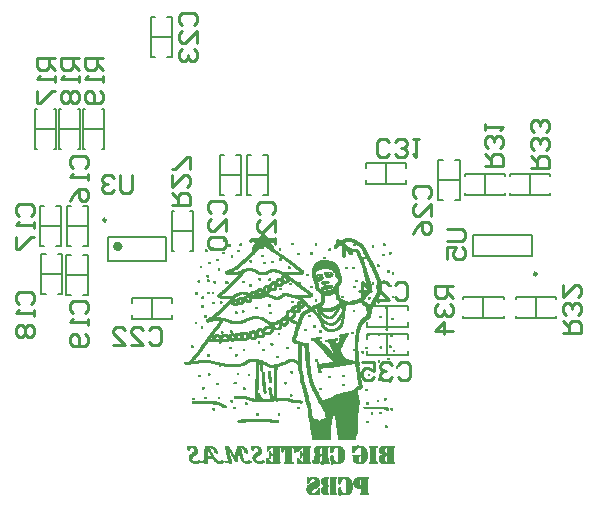
<source format=gbr>
%TF.GenerationSoftware,Altium Limited,Altium Designer,20.1.14 (287)*%
G04 Layer_Color=32896*
%FSLAX26Y26*%
%MOIN*%
%TF.SameCoordinates,7E9A0AC4-0E20-4BBF-80A7-7FB1365180D4*%
%TF.FilePolarity,Positive*%
%TF.FileFunction,Legend,Bot*%
%TF.Part,Single*%
G01*
G75*
%TA.AperFunction,NonConductor*%
%ADD38C,0.009842*%
%ADD39C,0.015748*%
%ADD40C,0.007874*%
%ADD41C,0.005906*%
%ADD42C,0.001000*%
%ADD43C,0.010000*%
D38*
X3807402Y3011024D02*
G03*
X3807402Y3011024I-4921J0D01*
G01*
X2372294Y3190472D02*
G03*
X2372294Y3190472I-4921J0D01*
G01*
D39*
X2418751Y3102874D02*
G03*
X2418751Y3102874I-7874J0D01*
G01*
D40*
X3596575Y3070079D02*
Y3140945D01*
X3793425Y3070079D02*
Y3140945D01*
X3596575D02*
X3793425D01*
X3596575Y3070079D02*
X3793425D01*
X2379381Y3134370D02*
X2572294D01*
X2379381Y3055630D02*
X2572294D01*
X2379381D02*
Y3134370D01*
X2572294Y3055630D02*
Y3134370D01*
D41*
X3563071Y2864567D02*
Y2872441D01*
Y2864567D02*
X3696929D01*
Y2872441D01*
X3563071Y2927559D02*
Y2935433D01*
X3696929D01*
Y2927559D02*
Y2935433D01*
X3630000Y2864567D02*
Y2935433D01*
X3851929Y3337559D02*
Y3345433D01*
X3718071D02*
X3851929D01*
X3718071Y3337559D02*
Y3345433D01*
X3851929Y3274567D02*
Y3282441D01*
X3718071Y3274567D02*
X3851929D01*
X3718071D02*
Y3282441D01*
X3785000Y3274567D02*
Y3345433D01*
X3871929Y2927559D02*
Y2935433D01*
X3738071D02*
X3871929D01*
X3738071Y2927559D02*
Y2935433D01*
X3871929Y2864567D02*
Y2872441D01*
X3738071Y2864567D02*
X3871929D01*
X3738071D02*
Y2872441D01*
X3805000Y2864567D02*
Y2935433D01*
X3701929Y3337559D02*
Y3345433D01*
X3568071D02*
X3701929D01*
X3568071Y3337559D02*
Y3345433D01*
X3701929Y3274567D02*
Y3282441D01*
X3568071Y3274567D02*
X3701929D01*
X3568071D02*
Y3282441D01*
X3635000Y3274567D02*
Y3345433D01*
X2590404Y3221929D02*
X2598278D01*
X2590404Y3088071D02*
Y3221929D01*
Y3088071D02*
X2598278D01*
X2653396Y3221929D02*
X2661270D01*
Y3088071D02*
Y3221929D01*
X2653396Y3088071D02*
X2661270D01*
X2590404Y3155000D02*
X2661270D01*
X2358396Y3428071D02*
X2366270D01*
Y3561929D01*
X2358396D02*
X2366270D01*
X2295404Y3428071D02*
X2303278D01*
X2295404D02*
Y3561929D01*
X2303278D01*
X2295404Y3495000D02*
X2366270D01*
X2278396Y3428071D02*
X2286270D01*
Y3561929D01*
X2278396D02*
X2286270D01*
X2215404Y3428071D02*
X2223278D01*
X2215404D02*
Y3561929D01*
X2223278D01*
X2215404Y3495000D02*
X2286270D01*
X2198396Y3428071D02*
X2206270D01*
Y3561929D01*
X2198396D02*
X2206270D01*
X2135404Y3428071D02*
X2143278D01*
X2135404D02*
Y3561929D01*
X2143278D01*
X2135404Y3495000D02*
X2206270D01*
X3310000Y2739567D02*
Y2810433D01*
X3376929Y2739567D02*
Y2755315D01*
X3243071Y2739567D02*
X3376929D01*
X3243071D02*
Y2755315D01*
Y2794685D02*
Y2810433D01*
X3376929D01*
Y2794685D02*
Y2810433D01*
X3305000Y3309567D02*
Y3380433D01*
X3238071Y3364685D02*
Y3380433D01*
X3371929D01*
Y3364685D02*
Y3380433D01*
Y3309567D02*
Y3325315D01*
X3238071Y3309567D02*
X3371929D01*
X3238071D02*
Y3325315D01*
X3479567Y3325000D02*
X3550433D01*
X3534685Y3391929D02*
X3550433D01*
Y3258071D02*
Y3391929D01*
X3534685Y3258071D02*
X3550433D01*
X3479567D02*
X3495315D01*
X3479567D02*
Y3391929D01*
X3495315D01*
X3310000Y2834567D02*
Y2905433D01*
X3243071Y2889685D02*
Y2905433D01*
X3376929D01*
Y2889685D02*
Y2905433D01*
Y2834567D02*
Y2850315D01*
X3243071Y2834567D02*
X3376929D01*
X3243071D02*
Y2850315D01*
X2520404Y3801496D02*
X2591270D01*
X2520404Y3734567D02*
X2536152D01*
X2520404D02*
Y3868425D01*
X2536152D01*
X2575522D02*
X2591270D01*
Y3734567D02*
Y3868425D01*
X2575522Y3734567D02*
X2591270D01*
X2525837Y2859567D02*
Y2930433D01*
X2458908Y2914685D02*
Y2930433D01*
X2592766D01*
Y2914685D02*
Y2930433D01*
Y2859567D02*
Y2875315D01*
X2458908Y2859567D02*
X2592766D01*
X2458908D02*
Y2875315D01*
X2840404Y3340000D02*
X2911270D01*
X2840404Y3273071D02*
X2856152D01*
X2840404D02*
Y3406929D01*
X2856152D01*
X2895522D02*
X2911270D01*
Y3273071D02*
Y3406929D01*
X2895522Y3273071D02*
X2911270D01*
X2750404Y3340000D02*
X2821270D01*
X2750404Y3273071D02*
X2766152D01*
X2750404D02*
Y3406929D01*
X2766152D01*
X2805522D02*
X2821270D01*
Y3273071D02*
Y3406929D01*
X2805522Y3273071D02*
X2821270D01*
X2239757Y3008945D02*
X2310624D01*
X2294876Y3075874D02*
X2310624D01*
Y2942016D02*
Y3075874D01*
X2294876Y2942016D02*
X2310624D01*
X2239757D02*
X2255506D01*
X2239757D02*
Y3075874D01*
X2255506D01*
X2155089Y3010000D02*
X2225955D01*
X2210207Y3076929D02*
X2225955D01*
Y2943071D02*
Y3076929D01*
X2210207Y2943071D02*
X2225955D01*
X2155089D02*
X2170837D01*
X2155089D02*
Y3076929D01*
X2170837D01*
X2150404Y3170000D02*
X2221270D01*
X2150404Y3103071D02*
X2166152D01*
X2150404D02*
Y3236929D01*
X2166152D01*
X2205522D02*
X2221270D01*
Y3103071D02*
Y3236929D01*
X2205522Y3103071D02*
X2221270D01*
X2240404Y3170000D02*
X2311270D01*
X2240404Y3103071D02*
X2256152D01*
X2240404D02*
Y3236929D01*
X2256152D01*
X2295522D02*
X2311270D01*
Y3103071D02*
Y3236929D01*
X2295522Y3103071D02*
X2311270D01*
D42*
X2651000Y2439000D02*
X2659000D01*
X2647000Y2438000D02*
X2663000D01*
X2644000Y2437000D02*
X2665000D01*
X2642000Y2436000D02*
X2667000D01*
X2642000Y2435000D02*
X2668000D01*
X2642000Y2434000D02*
X2670000D01*
X2661000Y2433000D02*
X2671000D01*
X2642000D02*
X2652000D01*
X2663000Y2432000D02*
X2672000D01*
X2642000D02*
X2651000D01*
X2664000Y2431000D02*
X2673000D01*
X2642000D02*
X2650000D01*
X2665000Y2430000D02*
X2673000D01*
X2643000D02*
X2649000D01*
X2666000Y2429000D02*
X2674000D01*
X2643000D02*
X2648000D01*
X2667000Y2428000D02*
X2674000D01*
X2643000D02*
X2648000D01*
X2667000Y2427000D02*
X2675000D01*
X2643000D02*
X2648000D01*
X2667000Y2426000D02*
X2675000D01*
X2643000D02*
X2648000D01*
X2667000Y2425000D02*
X2675000D01*
X2644000D02*
X2648000D01*
X2667000Y2424000D02*
X2676000D01*
X2666000Y2423000D02*
X2676000D01*
X2666000Y2422000D02*
X2676000D01*
X2665000Y2421000D02*
X2676000D01*
X2664000Y2420000D02*
X2676000D01*
X2663000Y2419000D02*
X2675000D01*
X2662000Y2418000D02*
X2675000D01*
X2661000Y2417000D02*
X2675000D01*
X2660000Y2416000D02*
X2674000D01*
X2659000Y2415000D02*
X2674000D01*
X2658000Y2414000D02*
X2673000D01*
X2657000Y2413000D02*
X2672000D01*
X2655000Y2412000D02*
X2671000D01*
X2654000Y2411000D02*
X2670000D01*
X2653000Y2410000D02*
X2669000D01*
X2652000Y2409000D02*
X2668000D01*
X2651000Y2408000D02*
X2667000D01*
X2650000Y2407000D02*
X2665000D01*
X2650000Y2406000D02*
X2664000D01*
X2649000Y2405000D02*
X2663000D01*
X2648000Y2404000D02*
X2662000D01*
X2648000Y2403000D02*
X2661000D01*
X2648000Y2402000D02*
X2660000D01*
X2647000Y2401000D02*
X2659000D01*
X2647000Y2400000D02*
X2658000D01*
X2647000Y2399000D02*
X2657000D01*
X2647000Y2398000D02*
X2657000D01*
X2647000Y2397000D02*
X2656000D01*
X2647000Y2396000D02*
X2656000D01*
X2648000Y2395000D02*
X2656000D01*
X2648000Y2394000D02*
X2656000D01*
X2648000Y2393000D02*
X2656000D01*
X2649000Y2392000D02*
X2657000D01*
X2679000Y2391000D02*
X2681000D01*
X2649000D02*
X2657000D01*
X2678000Y2390000D02*
X2682000D01*
X2650000D02*
X2658000D01*
X2676000Y2389000D02*
X2683000D01*
X2651000D02*
X2659000D01*
X2674000Y2388000D02*
X2684000D01*
X2652000D02*
X2660000D01*
X2671000Y2387000D02*
X2685000D01*
X2653000D02*
X2662000D01*
X2654000Y2386000D02*
X2686000D01*
X2657000Y2384000D02*
X2686000D01*
X2660000Y2383000D02*
X2683000D01*
X2662000Y2382000D02*
X2680000D01*
X2668000Y2381000D02*
X2675000D01*
X2660000Y2599000D02*
X2664000D01*
X2659000Y2598000D02*
X2665000D01*
X2659000Y2597000D02*
X2665000D01*
X2659000Y2596000D02*
X2665000D01*
X2659000Y2595000D02*
X2665000D01*
X2660000Y2594000D02*
X2664000D01*
X2662000Y2580000D02*
X2675000D01*
X2692000Y2634000D02*
X2696000D01*
X2691000Y2633000D02*
X2697000D01*
X2691000Y2632000D02*
X2697000D01*
X2691000Y2631000D02*
X2697000D01*
X2691000Y2630000D02*
X2697000D01*
X2692000Y2629000D02*
X2696000D01*
X2681000Y2675000D02*
X2685000D01*
X2680000Y2674000D02*
X2686000D01*
X2680000Y2673000D02*
X2686000D01*
X2680000Y2672000D02*
X2686000D01*
X2680000Y2671000D02*
X2686000D01*
X2681000Y2670000D02*
X2685000D01*
X2688000Y2769000D02*
X2697000D01*
X2688000Y2768000D02*
X2697000D01*
X2687000Y2767000D02*
X2696000D01*
X2686000Y2766000D02*
X2695000D01*
X2685000Y2765000D02*
X2694000D01*
X2685000Y2764000D02*
X2694000D01*
X2684000Y2763000D02*
X2693000D01*
X2684000Y2762000D02*
X2692000D01*
X2683000Y2761000D02*
X2692000D01*
X2682000Y2760000D02*
X2691000D01*
X2681000Y2759000D02*
X2691000D01*
X2681000Y2758000D02*
X2690000D01*
X2680000Y2757000D02*
X2689000D01*
X2679000Y2756000D02*
X2689000D01*
X2634000Y2718000D02*
X2690000D01*
X2655000Y2769000D02*
X2661000D01*
X2656000Y2768000D02*
X2660000D01*
X2678000Y2755000D02*
X2688000D01*
X2678000Y2754000D02*
X2688000D01*
X2677000Y2753000D02*
X2687000D01*
X2676000Y2752000D02*
X2686000D01*
X2675000Y2751000D02*
X2685000D01*
X2675000Y2750000D02*
X2684000D01*
X2674000Y2749000D02*
X2683000D01*
X2673000Y2748000D02*
X2683000D01*
X2673000Y2747000D02*
X2682000D01*
X2672000Y2746000D02*
X2681000D01*
X2671000Y2745000D02*
X2681000D01*
X2670000Y2744000D02*
X2680000D01*
X2669000Y2743000D02*
X2679000D01*
X2668000Y2742000D02*
X2678000D01*
X2667000Y2741000D02*
X2677000D01*
X2666000Y2740000D02*
X2677000D01*
X2665000Y2739000D02*
X2676000D01*
X2665000Y2738000D02*
X2675000D01*
X2664000Y2737000D02*
X2674000D01*
X2663000Y2736000D02*
X2673000D01*
X2662000Y2735000D02*
X2672000D01*
X2661000Y2734000D02*
X2671000D01*
X2660000Y2733000D02*
X2670000D01*
X2659000Y2732000D02*
X2669000D01*
X2658000Y2731000D02*
X2669000D01*
X2658000Y2730000D02*
X2668000D01*
X2657000Y2729000D02*
X2667000D01*
X2656000Y2728000D02*
X2666000D01*
X2655000Y2727000D02*
X2665000D01*
X2654000Y2726000D02*
X2664000D01*
X2653000Y2725000D02*
X2663000D01*
X2652000Y2724000D02*
X2662000D01*
X2651000Y2723000D02*
X2662000D01*
X2650000Y2722000D02*
X2661000D01*
X2649000Y2721000D02*
X2660000D01*
X2633000Y2717000D02*
X2687000D01*
X2632000Y2716000D02*
X2681000D01*
X2632000Y2715000D02*
X2677000D01*
X2633000Y2714000D02*
X2673000D01*
X2633000Y2713000D02*
X2670000D01*
X2635000Y2712000D02*
X2652000D01*
X2648000Y2711000D02*
X2650000D01*
X2688000Y2837000D02*
X2692000D01*
X2687000Y2836000D02*
X2693000D01*
X2687000Y2835000D02*
X2693000D01*
X2687000Y2834000D02*
X2693000D01*
X2687000Y2833000D02*
X2693000D01*
X2688000Y2832000D02*
X2692000D01*
X2689000Y2771000D02*
X2699000D01*
X2690000Y2772000D02*
X2699000D01*
X2667000Y2849000D02*
X2673000D01*
X2667000Y2848000D02*
X2673000D01*
X2667000Y2847000D02*
X2673000D01*
X2668000Y2846000D02*
X2672000D01*
X2656000Y2773000D02*
X2660000D01*
X2655000Y2772000D02*
X2661000D01*
X2655000Y2771000D02*
X2661000D01*
X2689000Y2906000D02*
X2695000D01*
X2689000Y2905000D02*
X2695000D01*
X2689000Y2904000D02*
X2695000D01*
X2689000Y2903000D02*
X2695000D01*
X2690000Y2907000D02*
X2694000D01*
X2690000Y2902000D02*
X2694000D01*
X2668000Y2851000D02*
X2672000D01*
X2670000Y2945000D02*
X2674000D01*
X2691000Y2936000D02*
X2695000D01*
X2690000Y2935000D02*
X2696000D01*
X2690000Y2934000D02*
X2696000D01*
X2690000Y2933000D02*
X2696000D01*
X2690000Y2932000D02*
X2696000D01*
X2691000Y2931000D02*
X2695000D01*
X2677000Y2990000D02*
X2681000D01*
X2676000Y2989000D02*
X2682000D01*
X2676000Y2988000D02*
X2682000D01*
X2676000Y2987000D02*
X2682000D01*
X2676000Y2986000D02*
X2682000D01*
X2677000Y2985000D02*
X2681000D01*
X2670000Y2950000D02*
X2674000D01*
X2669000Y2949000D02*
X2675000D01*
X2669000Y2948000D02*
X2675000D01*
X2669000Y2947000D02*
X2675000D01*
X2669000Y2946000D02*
X2675000D01*
X2685000Y3039000D02*
X2689000D01*
X2684000Y3038000D02*
X2690000D01*
X2684000Y3037000D02*
X2690000D01*
X2684000Y3036000D02*
X2690000D01*
X2684000Y3035000D02*
X2690000D01*
X2685000Y3034000D02*
X2689000D01*
X2767000Y2439000D02*
X2772000D01*
X2768000Y2438000D02*
X2778000D01*
X2768000Y2437000D02*
X2778000D01*
X2768000Y2436000D02*
X2779000D01*
X2768000Y2389000D02*
X2771000D01*
X2737000Y2385000D02*
X2763000D01*
X2770000Y2428000D02*
X2778000D01*
X2770000Y2427000D02*
X2779000D01*
X2770000Y2426000D02*
X2779000D01*
X2771000Y2425000D02*
X2779000D01*
X2771000Y2424000D02*
X2779000D01*
X2771000Y2423000D02*
X2779000D01*
X2701000Y2439000D02*
X2704000D01*
X2701000Y2438000D02*
X2710000D01*
X2701000Y2437000D02*
X2721000D01*
X2701000Y2436000D02*
X2726000D01*
X2701000Y2435000D02*
X2729000D01*
X2701000Y2434000D02*
X2731000D01*
X2701000Y2433000D02*
X2733000D01*
X2721000Y2432000D02*
X2734000D01*
X2701000D02*
X2714000D01*
X2725000Y2431000D02*
X2735000D01*
X2701000D02*
X2714000D01*
X2727000Y2430000D02*
X2736000D01*
X2701000D02*
X2714000D01*
X2728000Y2429000D02*
X2737000D01*
X2701000D02*
X2715000D01*
X2729000Y2428000D02*
X2738000D01*
X2730000Y2427000D02*
X2738000D01*
X2731000Y2426000D02*
X2739000D01*
X2731000Y2425000D02*
X2739000D01*
X2732000Y2424000D02*
X2740000D01*
X2712000D02*
X2718000D01*
X2732000Y2423000D02*
X2740000D01*
X2712000D02*
X2718000D01*
X2732000Y2422000D02*
X2741000D01*
X2713000D02*
X2719000D01*
X2732000Y2421000D02*
X2741000D01*
X2713000D02*
X2720000D01*
X2732000Y2420000D02*
X2741000D01*
X2714000D02*
X2720000D01*
X2732000Y2419000D02*
X2741000D01*
X2715000D02*
X2721000D01*
X2733000Y2418000D02*
X2742000D01*
X2715000D02*
X2721000D01*
X2735000Y2417000D02*
X2742000D01*
X2716000D02*
X2722000D01*
X2737000Y2416000D02*
X2742000D01*
X2716000D02*
X2723000D01*
X2739000Y2415000D02*
X2742000D01*
X2717000D02*
X2723000D01*
X2741000Y2414000D02*
X2742000D01*
X2718000D02*
X2724000D01*
X2718000Y2413000D02*
X2724000D01*
X2719000Y2412000D02*
X2725000D01*
X2719000Y2411000D02*
X2726000D01*
X2720000Y2410000D02*
X2726000D01*
X2721000Y2409000D02*
X2727000D01*
X2721000Y2408000D02*
X2727000D01*
X2722000Y2407000D02*
X2728000D01*
X2722000Y2406000D02*
X2729000D01*
X2723000Y2405000D02*
X2729000D01*
X2727000Y2398000D02*
X2734000D01*
X2727000Y2397000D02*
X2734000D01*
X2728000Y2396000D02*
X2735000D01*
X2729000Y2395000D02*
X2736000D01*
X2729000Y2394000D02*
X2737000D01*
X2730000Y2393000D02*
X2737000D01*
X2756000Y2392000D02*
X2758000D01*
X2731000D02*
X2738000D01*
X2755000Y2391000D02*
X2759000D01*
X2732000D02*
X2739000D01*
X2754000Y2390000D02*
X2760000D01*
X2732000D02*
X2741000D01*
X2753000Y2389000D02*
X2761000D01*
X2733000D02*
X2742000D01*
X2751000Y2388000D02*
X2762000D01*
X2734000D02*
X2744000D01*
X2735000Y2387000D02*
X2763000D01*
X2736000Y2386000D02*
X2764000D01*
X2739000Y2384000D02*
X2761000D01*
X2740000Y2383000D02*
X2759000D01*
X2743000Y2382000D02*
X2757000D01*
X2747000Y2381000D02*
X2753000D01*
X2704000D02*
X2707000D01*
X2755000Y2572000D02*
X2771000D01*
X2756000Y2571000D02*
X2772000D01*
X2758000Y2570000D02*
X2773000D01*
X2759000Y2569000D02*
X2773000D01*
X2761000Y2568000D02*
X2773000D01*
X2763000Y2567000D02*
X2773000D01*
X2765000Y2566000D02*
X2772000D01*
X2745000Y2601000D02*
X2749000D01*
X2744000Y2600000D02*
X2750000D01*
X2744000Y2599000D02*
X2750000D01*
X2744000Y2598000D02*
X2750000D01*
X2744000Y2597000D02*
X2750000D01*
X2745000Y2596000D02*
X2749000D01*
X2717000Y2580000D02*
X2756000D01*
X2728000Y2579000D02*
X2758000D01*
X2740000Y2578000D02*
X2759000D01*
X2745000Y2577000D02*
X2761000D01*
X2747000Y2576000D02*
X2762000D01*
X2749000Y2575000D02*
X2764000D01*
X2752000Y2574000D02*
X2766000D01*
X2753000Y2573000D02*
X2768000D01*
X2727000Y2564000D02*
X2731000D01*
X2726000Y2563000D02*
X2732000D01*
X2726000Y2562000D02*
X2732000D01*
X2726000Y2561000D02*
X2732000D01*
X2726000Y2560000D02*
X2732000D01*
X2727000Y2559000D02*
X2731000D01*
X2712000Y2680000D02*
X2716000D01*
X2711000Y2679000D02*
X2717000D01*
X2711000Y2678000D02*
X2717000D01*
X2711000Y2677000D02*
X2717000D01*
X2711000Y2676000D02*
X2717000D01*
X2712000Y2675000D02*
X2716000D01*
X2740000Y2648000D02*
X2744000D01*
X2739000Y2647000D02*
X2745000D01*
X2739000Y2646000D02*
X2745000D01*
X2739000Y2645000D02*
X2745000D01*
X2739000Y2644000D02*
X2745000D01*
X2740000Y2643000D02*
X2744000D01*
X2747000Y2705000D02*
X2753000D01*
X2710000Y2743000D02*
X2714000D01*
X2709000Y2742000D02*
X2715000D01*
X2709000Y2741000D02*
X2715000D01*
X2709000Y2740000D02*
X2715000D01*
X2709000Y2739000D02*
X2715000D01*
X2710000Y2738000D02*
X2714000D01*
X2703000Y2718000D02*
X2742000D01*
X2709000Y2717000D02*
X2746000D01*
X2716000Y2716000D02*
X2750000D01*
X2721000Y2715000D02*
X2754000D01*
X2725000Y2714000D02*
X2758000D01*
X2731000Y2713000D02*
X2764000D01*
X2747000Y2707000D02*
X2753000D01*
X2747000Y2706000D02*
X2753000D01*
X2747000Y2704000D02*
X2753000D01*
X2748000Y2703000D02*
X2752000D01*
X2767000Y2812000D02*
X2773000D01*
X2762000Y2811000D02*
X2776000D01*
X2759000Y2810000D02*
X2776000D01*
X2758000Y2809000D02*
X2777000D01*
X2756000Y2808000D02*
X2778000D01*
X2756000Y2807000D02*
X2778000D01*
X2755000Y2806000D02*
X2779000D01*
X2755000Y2789000D02*
X2779000D01*
X2755000Y2788000D02*
X2777000D01*
X2756000Y2787000D02*
X2775000D01*
X2759000Y2786000D02*
X2771000D01*
X2748000Y2785000D02*
X2754000D01*
X2747000Y2849000D02*
X2756000D01*
X2746000Y2848000D02*
X2756000D01*
X2746000Y2847000D02*
X2755000D01*
X2745000Y2846000D02*
X2754000D01*
X2744000Y2845000D02*
X2753000D01*
X2744000Y2844000D02*
X2753000D01*
X2743000Y2843000D02*
X2752000D01*
X2742000Y2842000D02*
X2752000D01*
X2742000Y2841000D02*
X2751000D01*
X2741000Y2840000D02*
X2750000D01*
X2740000Y2839000D02*
X2749000D01*
X2740000Y2838000D02*
X2748000D01*
X2739000Y2837000D02*
X2748000D01*
X2738000Y2836000D02*
X2748000D01*
X2737000Y2835000D02*
X2747000D01*
X2736000Y2834000D02*
X2746000D01*
X2735000Y2833000D02*
X2745000D01*
X2735000Y2832000D02*
X2744000D01*
X2734000Y2831000D02*
X2743000D01*
X2733000Y2830000D02*
X2743000D01*
X2732000Y2829000D02*
X2742000D01*
X2731000Y2828000D02*
X2741000D01*
X2730000Y2827000D02*
X2740000D01*
X2730000Y2826000D02*
X2740000D01*
X2729000Y2825000D02*
X2739000D01*
X2728000Y2824000D02*
X2737000D01*
X2727000Y2823000D02*
X2736000D01*
X2726000Y2822000D02*
X2736000D01*
X2726000Y2821000D02*
X2735000D01*
X2756000Y2820000D02*
X2760000D01*
X2725000D02*
X2734000D01*
X2755000Y2819000D02*
X2761000D01*
X2724000D02*
X2733000D01*
X2755000Y2818000D02*
X2761000D01*
X2723000D02*
X2732000D01*
X2755000Y2817000D02*
X2761000D01*
X2723000D02*
X2732000D01*
X2755000Y2816000D02*
X2761000D01*
X2722000D02*
X2731000D01*
X2756000Y2815000D02*
X2760000D01*
X2721000D02*
X2731000D01*
X2721000Y2814000D02*
X2730000D01*
X2720000Y2813000D02*
X2729000D01*
X2720000Y2812000D02*
X2728000D01*
X2740000Y2811000D02*
X2742000D01*
X2718000D02*
X2727000D01*
X2736000Y2810000D02*
X2746000D01*
X2718000D02*
X2727000D01*
X2734000Y2809000D02*
X2749000D01*
X2717000D02*
X2727000D01*
X2733000Y2808000D02*
X2750000D01*
X2716000D02*
X2729000D01*
X2732000Y2807000D02*
X2751000D01*
X2716000D02*
X2730000D01*
X2714000Y2806000D02*
X2752000D01*
X2713000Y2805000D02*
X2753000D01*
X2713000Y2804000D02*
X2764000D01*
X2741000Y2803000D02*
X2762000D01*
X2712000D02*
X2739000D01*
X2745000Y2802000D02*
X2761000D01*
X2711000D02*
X2737000D01*
X2746000Y2801000D02*
X2761000D01*
X2725000D02*
X2736000D01*
X2710000D02*
X2722000D01*
X2747000Y2800000D02*
X2760000D01*
X2726000D02*
X2736000D01*
X2710000D02*
X2719000D01*
X2748000Y2799000D02*
X2760000D01*
X2727000D02*
X2735000D01*
X2709000D02*
X2718000D01*
X2749000Y2798000D02*
X2760000D01*
X2727000D02*
X2734000D01*
X2708000D02*
X2718000D01*
X2749000Y2797000D02*
X2760000D01*
X2727000D02*
X2734000D01*
X2707000D02*
X2718000D01*
X2748000Y2796000D02*
X2760000D01*
X2726000D02*
X2734000D01*
X2707000D02*
X2718000D01*
X2747000Y2795000D02*
X2760000D01*
X2706000D02*
X2734000D01*
X2706000Y2794000D02*
X2761000D01*
X2713000Y2789000D02*
X2752000D01*
X2703000D02*
X2712000D01*
X2732000Y2788000D02*
X2750000D01*
X2716000D02*
X2727000D01*
X2702000D02*
X2711000D01*
X2749000Y2787000D02*
X2753000D01*
X2735000D02*
X2747000D01*
X2701000D02*
X2710000D01*
X2748000Y2786000D02*
X2754000D01*
X2701000D02*
X2710000D01*
X2748000Y2784000D02*
X2754000D01*
X2748000Y2783000D02*
X2754000D01*
X2749000Y2782000D02*
X2753000D01*
X2767000Y2909000D02*
X2779000D01*
X2766000Y2908000D02*
X2778000D01*
X2765000Y2907000D02*
X2777000D01*
X2763000Y2906000D02*
X2775000D01*
X2762000Y2905000D02*
X2774000D01*
X2762000Y2904000D02*
X2773000D01*
X2761000Y2903000D02*
X2772000D01*
X2759000Y2902000D02*
X2771000D01*
X2759000Y2901000D02*
X2770000D01*
X2758000Y2900000D02*
X2769000D01*
X2711000Y2863000D02*
X2769000D01*
X2708000Y2862000D02*
X2772000D01*
X2707000Y2861000D02*
X2775000D01*
X2706000Y2860000D02*
X2777000D01*
X2733000Y2865000D02*
X2760000D01*
X2714000D02*
X2731000D01*
X2752000Y2920000D02*
X2756000D01*
X2751000Y2919000D02*
X2757000D01*
X2751000Y2918000D02*
X2757000D01*
X2727000D02*
X2731000D01*
X2751000Y2917000D02*
X2757000D01*
X2726000D02*
X2732000D01*
X2751000Y2916000D02*
X2757000D01*
X2726000D02*
X2732000D01*
X2752000Y2915000D02*
X2756000D01*
X2726000D02*
X2732000D01*
X2726000Y2914000D02*
X2732000D01*
X2727000Y2913000D02*
X2731000D01*
X2757000Y2899000D02*
X2768000D01*
X2755000Y2898000D02*
X2767000D01*
X2754000Y2897000D02*
X2766000D01*
X2754000Y2896000D02*
X2765000D01*
X2753000Y2895000D02*
X2764000D01*
X2752000Y2894000D02*
X2763000D01*
X2751000Y2893000D02*
X2762000D01*
X2750000Y2892000D02*
X2761000D01*
X2749000Y2891000D02*
X2760000D01*
X2748000Y2890000D02*
X2759000D01*
X2747000Y2889000D02*
X2758000D01*
X2746000Y2888000D02*
X2757000D01*
X2745000Y2887000D02*
X2756000D01*
X2744000Y2886000D02*
X2755000D01*
X2743000Y2885000D02*
X2754000D01*
X2743000Y2884000D02*
X2753000D01*
X2742000Y2883000D02*
X2752000D01*
X2737000D02*
X2741000D01*
X2736000Y2882000D02*
X2751000D01*
X2736000Y2881000D02*
X2750000D01*
X2736000Y2880000D02*
X2749000D01*
X2736000Y2879000D02*
X2747000D01*
X2735000Y2878000D02*
X2746000D01*
X2734000Y2877000D02*
X2746000D01*
X2733000Y2876000D02*
X2745000D01*
X2732000Y2875000D02*
X2744000D01*
X2730000Y2874000D02*
X2742000D01*
X2729000Y2873000D02*
X2741000D01*
X2727000Y2872000D02*
X2740000D01*
X2726000Y2871000D02*
X2739000D01*
X2724000Y2870000D02*
X2738000D01*
X2723000Y2869000D02*
X2737000D01*
X2718000Y2868000D02*
X2735000D01*
X2716000Y2867000D02*
X2734000D01*
X2738000Y2866000D02*
X2753000D01*
X2715000D02*
X2732000D01*
X2712000Y2864000D02*
X2763000D01*
X2705000Y2858000D02*
X2736000D01*
X2753000Y2857000D02*
X2756000D01*
X2704000D02*
X2731000D01*
X2751000Y2856000D02*
X2757000D01*
X2705000D02*
X2726000D01*
X2751000Y2855000D02*
X2758000D01*
X2705000D02*
X2724000D01*
X2750000Y2854000D02*
X2758000D01*
X2706000D02*
X2720000D01*
X2750000Y2853000D02*
X2758000D01*
X2707000D02*
X2717000D01*
X2749000Y2852000D02*
X2758000D01*
X2709000D02*
X2712000D01*
X2749000Y2851000D02*
X2757000D01*
X2768000Y2986000D02*
X2776000D01*
X2768000Y2985000D02*
X2777000D01*
X2767000Y2984000D02*
X2777000D01*
X2767000Y2983000D02*
X2777000D01*
X2768000Y2982000D02*
X2777000D01*
X2768000Y2981000D02*
X2776000D01*
X2767000Y2962000D02*
X2779000D01*
X2767000Y2961000D02*
X2778000D01*
X2765000Y2960000D02*
X2777000D01*
X2764000Y2959000D02*
X2776000D01*
X2763000Y2958000D02*
X2774000D01*
X2762000Y2957000D02*
X2773000D01*
X2760000Y2956000D02*
X2771000D01*
X2759000Y2955000D02*
X2771000D01*
X2758000Y2954000D02*
X2770000D01*
X2757000Y2953000D02*
X2769000D01*
X2747000Y2945000D02*
X2759000D01*
X2771000Y2987000D02*
X2773000D01*
X2771000Y2980000D02*
X2773000D01*
X2707000Y3007000D02*
X2711000D01*
X2706000Y3006000D02*
X2712000D01*
X2706000Y3005000D02*
X2712000D01*
X2706000Y3004000D02*
X2712000D01*
X2706000Y3003000D02*
X2712000D01*
X2707000Y3002000D02*
X2711000D01*
X2709000Y2993000D02*
X2713000D01*
X2708000Y2992000D02*
X2714000D01*
X2708000Y2991000D02*
X2714000D01*
X2708000Y2990000D02*
X2714000D01*
X2708000Y2989000D02*
X2714000D01*
X2709000Y2988000D02*
X2713000D01*
X2731000Y2987000D02*
X2735000D01*
X2730000Y2986000D02*
X2736000D01*
X2730000Y2985000D02*
X2736000D01*
X2730000Y2984000D02*
X2736000D01*
X2730000Y2983000D02*
X2736000D01*
X2731000Y2982000D02*
X2735000D01*
X2755000Y2952000D02*
X2768000D01*
X2754000Y2951000D02*
X2767000D01*
X2725000D02*
X2729000D01*
X2711000D02*
X2715000D01*
X2753000Y2950000D02*
X2766000D01*
X2724000D02*
X2730000D01*
X2710000D02*
X2716000D01*
X2752000Y2949000D02*
X2764000D01*
X2724000D02*
X2730000D01*
X2710000D02*
X2716000D01*
X2751000Y2948000D02*
X2762000D01*
X2724000D02*
X2730000D01*
X2710000D02*
X2716000D01*
X2749000Y2947000D02*
X2761000D01*
X2724000D02*
X2730000D01*
X2710000D02*
X2716000D01*
X2748000Y2946000D02*
X2761000D01*
X2725000D02*
X2729000D01*
X2711000D02*
X2715000D01*
X2746000Y2944000D02*
X2758000D01*
X2745000Y2943000D02*
X2757000D01*
X2744000Y2942000D02*
X2756000D01*
X2743000Y2941000D02*
X2755000D01*
X2742000Y2940000D02*
X2753000D01*
X2742000Y2939000D02*
X2753000D01*
X2742000Y2938000D02*
X2757000D01*
X2743000Y2937000D02*
X2767000D01*
X2745000Y3025000D02*
X2749000D01*
X2701000Y3089000D02*
X2707000D01*
X2702000Y3088000D02*
X2706000D01*
X2761000Y3085000D02*
X2765000D01*
X2760000Y3084000D02*
X2766000D01*
X2760000Y3083000D02*
X2766000D01*
X2760000Y3082000D02*
X2766000D01*
X2760000Y3081000D02*
X2766000D01*
X2761000Y3080000D02*
X2765000D01*
X2739000Y3062000D02*
X2743000D01*
X2738000Y3061000D02*
X2744000D01*
X2738000Y3060000D02*
X2744000D01*
X2738000Y3059000D02*
X2744000D01*
X2738000Y3058000D02*
X2744000D01*
X2739000Y3057000D02*
X2743000D01*
X2713000Y3052000D02*
X2717000D01*
X2712000Y3051000D02*
X2718000D01*
X2712000Y3050000D02*
X2718000D01*
X2712000Y3049000D02*
X2718000D01*
X2712000Y3048000D02*
X2718000D01*
X2713000Y3047000D02*
X2717000D01*
X2745000Y3030000D02*
X2749000D01*
X2744000Y3029000D02*
X2750000D01*
X2744000Y3028000D02*
X2750000D01*
X2744000Y3027000D02*
X2750000D01*
X2744000Y3026000D02*
X2750000D01*
X2762000Y3125000D02*
X2766000D01*
X2761000Y3124000D02*
X2767000D01*
X2761000Y3123000D02*
X2767000D01*
X2761000Y3122000D02*
X2767000D01*
X2761000Y3121000D02*
X2767000D01*
X2762000Y3120000D02*
X2766000D01*
X2722000Y3102000D02*
X2726000D01*
X2721000Y3101000D02*
X2727000D01*
X2721000Y3100000D02*
X2727000D01*
X2721000Y3099000D02*
X2727000D01*
X2721000Y3098000D02*
X2727000D01*
X2722000Y3097000D02*
X2726000D01*
X2702000Y3093000D02*
X2706000D01*
X2701000Y3092000D02*
X2707000D01*
X2701000Y3091000D02*
X2707000D01*
X2828000Y2385000D02*
X2854000D01*
X2845000Y2391000D02*
X2849000D01*
X2844000Y2390000D02*
X2850000D01*
X2843000Y2389000D02*
X2851000D01*
X2842000Y2388000D02*
X2852000D01*
X2840000Y2387000D02*
X2853000D01*
X2827000Y2386000D02*
X2854000D01*
X2830000Y2384000D02*
X2852000D01*
X2831000Y2383000D02*
X2850000D01*
X2810000Y2438000D02*
X2819000D01*
X2809000Y2437000D02*
X2825000D01*
X2809000Y2436000D02*
X2828000D01*
X2809000Y2435000D02*
X2830000D01*
X2808000Y2434000D02*
X2832000D01*
X2808000Y2433000D02*
X2833000D01*
X2825000Y2432000D02*
X2835000D01*
X2808000D02*
X2820000D01*
X2827000Y2431000D02*
X2836000D01*
X2807000D02*
X2820000D01*
X2828000Y2430000D02*
X2837000D01*
X2807000D02*
X2820000D01*
X2829000Y2429000D02*
X2838000D01*
X2807000D02*
X2820000D01*
X2830000Y2428000D02*
X2838000D01*
X2806000D02*
X2820000D01*
X2831000Y2427000D02*
X2839000D01*
X2806000D02*
X2820000D01*
X2831000Y2426000D02*
X2840000D01*
X2806000D02*
X2821000D01*
X2832000Y2425000D02*
X2840000D01*
X2805000D02*
X2821000D01*
X2781000D02*
X2786000D01*
X2832000Y2424000D02*
X2841000D01*
X2805000D02*
X2821000D01*
X2781000D02*
X2786000D01*
X2833000Y2423000D02*
X2841000D01*
X2805000D02*
X2821000D01*
X2782000D02*
X2787000D01*
X2833000Y2422000D02*
X2841000D01*
X2805000D02*
X2821000D01*
X2783000D02*
X2788000D01*
X2833000Y2421000D02*
X2842000D01*
X2804000D02*
X2822000D01*
X2783000D02*
X2788000D01*
X2833000Y2420000D02*
X2842000D01*
X2804000D02*
X2822000D01*
X2784000D02*
X2789000D01*
X2833000Y2419000D02*
X2842000D01*
X2804000D02*
X2822000D01*
X2784000D02*
X2789000D01*
X2833000Y2418000D02*
X2842000D01*
X2814000D02*
X2822000D01*
X2803000D02*
X2813000D01*
X2785000D02*
X2790000D01*
X2835000Y2417000D02*
X2843000D01*
X2814000D02*
X2822000D01*
X2803000D02*
X2813000D01*
X2785000D02*
X2791000D01*
X2837000Y2416000D02*
X2843000D01*
X2815000D02*
X2823000D01*
X2803000D02*
X2813000D01*
X2786000D02*
X2791000D01*
X2839000Y2415000D02*
X2843000D01*
X2815000D02*
X2823000D01*
X2803000D02*
X2812000D01*
X2787000D02*
X2792000D01*
X2841000Y2414000D02*
X2843000D01*
X2815000D02*
X2823000D01*
X2802000D02*
X2812000D01*
X2787000D02*
X2792000D01*
X2815000Y2413000D02*
X2823000D01*
X2802000D02*
X2812000D01*
X2788000D02*
X2793000D01*
X2815000Y2412000D02*
X2823000D01*
X2802000D02*
X2812000D01*
X2788000D02*
X2794000D01*
X2816000Y2411000D02*
X2824000D01*
X2802000D02*
X2811000D01*
X2789000D02*
X2794000D01*
X2816000Y2410000D02*
X2824000D01*
X2802000D02*
X2811000D01*
X2790000D02*
X2795000D01*
X2816000Y2409000D02*
X2824000D01*
X2801000D02*
X2811000D01*
X2790000D02*
X2796000D01*
X2816000Y2408000D02*
X2824000D01*
X2801000D02*
X2811000D01*
X2791000D02*
X2796000D01*
X2816000Y2407000D02*
X2824000D01*
X2801000D02*
X2810000D01*
X2791000D02*
X2797000D01*
X2817000Y2406000D02*
X2825000D01*
X2801000D02*
X2810000D01*
X2792000D02*
X2797000D01*
X2817000Y2405000D02*
X2825000D01*
X2801000D02*
X2810000D01*
X2792000D02*
X2798000D01*
X2817000Y2404000D02*
X2825000D01*
X2800000D02*
X2810000D01*
X2793000D02*
X2799000D01*
X2818000Y2403000D02*
X2825000D01*
X2800000D02*
X2810000D01*
X2794000D02*
X2799000D01*
X2818000Y2402000D02*
X2825000D01*
X2794000D02*
X2810000D01*
X2818000Y2401000D02*
X2826000D01*
X2795000D02*
X2809000D01*
X2818000Y2400000D02*
X2826000D01*
X2795000D02*
X2809000D01*
X2819000Y2399000D02*
X2826000D01*
X2796000D02*
X2809000D01*
X2819000Y2398000D02*
X2826000D01*
X2796000D02*
X2809000D01*
X2820000Y2397000D02*
X2827000D01*
X2797000D02*
X2809000D01*
X2820000Y2396000D02*
X2827000D01*
X2798000D02*
X2809000D01*
X2821000Y2395000D02*
X2827000D01*
X2798000D02*
X2809000D01*
X2821000Y2394000D02*
X2828000D01*
X2799000D02*
X2809000D01*
X2822000Y2393000D02*
X2828000D01*
X2799000D02*
X2809000D01*
X2846000Y2392000D02*
X2848000D01*
X2822000D02*
X2829000D01*
X2800000D02*
X2809000D01*
X2823000Y2391000D02*
X2829000D01*
X2800000D02*
X2809000D01*
X2823000Y2390000D02*
X2830000D01*
X2801000D02*
X2809000D01*
X2824000Y2389000D02*
X2831000D01*
X2802000D02*
X2808000D01*
X2825000Y2388000D02*
X2832000D01*
X2802000D02*
X2808000D01*
X2826000Y2387000D02*
X2834000D01*
X2803000D02*
X2808000D01*
X2834000Y2382000D02*
X2848000D01*
X2782000D02*
X2789000D01*
X2838000Y2381000D02*
X2844000D01*
X2787000D02*
X2789000D01*
X2811000Y2520000D02*
X2837000D01*
X2811000Y2519000D02*
X2835000D01*
X2814000Y2518000D02*
X2824000D01*
X2798000Y2600000D02*
X2849000D01*
X2799000Y2599000D02*
X2852000D01*
X2799000Y2598000D02*
X2855000D01*
X2802000Y2597000D02*
X2858000D01*
X2802000Y2604000D02*
X2832000D01*
X2799000Y2603000D02*
X2837000D01*
X2799000Y2602000D02*
X2840000D01*
X2798000Y2601000D02*
X2845000D01*
X2788000Y2591000D02*
X2790000D01*
X2786000Y2590000D02*
X2792000D01*
X2786000Y2589000D02*
X2792000D01*
X2786000Y2588000D02*
X2792000D01*
X2786000Y2587000D02*
X2792000D01*
X2786000Y2586000D02*
X2792000D01*
X2787000Y2585000D02*
X2791000D01*
X2836000Y2583000D02*
X2840000D01*
X2835000Y2582000D02*
X2841000D01*
X2835000Y2581000D02*
X2841000D01*
X2835000Y2580000D02*
X2841000D01*
X2835000Y2579000D02*
X2841000D01*
X2836000Y2578000D02*
X2840000D01*
X2796000Y2568000D02*
X2800000D01*
X2795000Y2567000D02*
X2801000D01*
X2795000Y2566000D02*
X2801000D01*
X2795000Y2565000D02*
X2801000D01*
X2795000Y2564000D02*
X2801000D01*
X2796000Y2563000D02*
X2800000D01*
X2845000Y2679000D02*
X2849000D01*
X2844000Y2678000D02*
X2850000D01*
X2844000Y2677000D02*
X2850000D01*
X2844000Y2676000D02*
X2850000D01*
X2844000Y2675000D02*
X2850000D01*
X2845000Y2674000D02*
X2849000D01*
X2808000Y2681000D02*
X2812000D01*
X2807000Y2680000D02*
X2813000D01*
X2807000Y2679000D02*
X2813000D01*
X2807000Y2678000D02*
X2813000D01*
X2807000Y2677000D02*
X2813000D01*
X2808000Y2676000D02*
X2812000D01*
X2798000Y2651000D02*
X2803000D01*
X2797000Y2650000D02*
X2804000D01*
X2796000Y2649000D02*
X2804000D01*
X2796000Y2648000D02*
X2804000D01*
X2797000Y2647000D02*
X2804000D01*
X2798000Y2646000D02*
X2803000D01*
X2829000Y2633000D02*
X2833000D01*
X2828000Y2632000D02*
X2834000D01*
X2828000Y2631000D02*
X2834000D01*
X2828000Y2630000D02*
X2834000D01*
X2828000Y2629000D02*
X2834000D01*
X2829000Y2628000D02*
X2833000D01*
X2835000Y2720000D02*
X2853000D01*
X2784000Y2769000D02*
X2788000D01*
X2783000Y2768000D02*
X2789000D01*
X2783000Y2767000D02*
X2789000D01*
X2783000Y2766000D02*
X2789000D01*
X2783000Y2765000D02*
X2789000D01*
X2784000Y2764000D02*
X2788000D01*
X2828000Y2762000D02*
X2832000D01*
X2827000Y2761000D02*
X2833000D01*
X2827000Y2760000D02*
X2833000D01*
X2827000Y2759000D02*
X2833000D01*
X2827000Y2758000D02*
X2833000D01*
X2828000Y2757000D02*
X2832000D01*
X2802000Y2744000D02*
X2806000D01*
X2801000Y2743000D02*
X2807000D01*
X2801000Y2742000D02*
X2807000D01*
X2801000Y2741000D02*
X2807000D01*
X2801000Y2740000D02*
X2807000D01*
X2802000Y2739000D02*
X2806000D01*
X2834000Y2719000D02*
X2847000D01*
X2833000Y2718000D02*
X2845000D01*
X2832000Y2717000D02*
X2844000D01*
X2830000Y2716000D02*
X2842000D01*
X2828000Y2715000D02*
X2841000D01*
X2826000Y2714000D02*
X2841000D01*
X2823000Y2713000D02*
X2840000D01*
X2847000Y2816000D02*
X2859000D01*
X2847000Y2815000D02*
X2857000D01*
X2846000Y2814000D02*
X2855000D01*
X2802000Y2813000D02*
X2854000D01*
X2802000Y2812000D02*
X2854000D01*
X2801000Y2811000D02*
X2853000D01*
X2838000Y2810000D02*
X2853000D01*
X2839000Y2809000D02*
X2853000D01*
X2840000Y2808000D02*
X2853000D01*
X2840000Y2807000D02*
X2853000D01*
X2840000Y2806000D02*
X2854000D01*
X2840000Y2805000D02*
X2855000D01*
X2840000Y2804000D02*
X2855000D01*
X2840000Y2803000D02*
X2856000D01*
X2848000Y2802000D02*
X2858000D01*
X2785000Y2849000D02*
X2826000D01*
X2787000Y2848000D02*
X2824000D01*
X2793000Y2847000D02*
X2822000D01*
X2786000Y2823000D02*
X2790000D01*
X2785000Y2822000D02*
X2791000D01*
X2785000Y2821000D02*
X2791000D01*
X2785000Y2820000D02*
X2791000D01*
X2785000Y2819000D02*
X2791000D01*
X2833000Y2818000D02*
X2840000D01*
X2786000D02*
X2790000D01*
X2828000Y2817000D02*
X2842000D01*
X2818000D02*
X2822000D01*
X2825000Y2816000D02*
X2843000D01*
X2817000D02*
X2823000D01*
X2817000Y2815000D02*
X2845000D01*
X2805000D02*
X2811000D01*
X2817000Y2814000D02*
X2845000D01*
X2803000D02*
X2816000D01*
X2788000Y2813000D02*
X2795000D01*
X2785000Y2812000D02*
X2798000D01*
X2783000Y2811000D02*
X2800000D01*
X2835000Y2810000D02*
X2836000D01*
X2782000D02*
X2830000D01*
X2781000Y2809000D02*
X2828000D01*
X2781000Y2808000D02*
X2827000D01*
X2808000Y2807000D02*
X2827000D01*
X2816000Y2806000D02*
X2827000D01*
X2817000Y2805000D02*
X2827000D01*
X2795000D02*
X2807000D01*
X2817000Y2804000D02*
X2827000D01*
X2796000D02*
X2807000D01*
X2817000Y2803000D02*
X2827000D01*
X2797000D02*
X2807000D01*
X2839000Y2802000D02*
X2847000D01*
X2818000D02*
X2827000D01*
X2798000D02*
X2807000D01*
X2839000Y2801000D02*
X2847000D01*
X2818000D02*
X2828000D01*
X2799000D02*
X2807000D01*
X2837000Y2800000D02*
X2847000D01*
X2818000D02*
X2829000D01*
X2799000D02*
X2808000D01*
X2833000Y2799000D02*
X2847000D01*
X2818000D02*
X2831000D01*
X2800000D02*
X2808000D01*
X2818000Y2798000D02*
X2846000D01*
X2800000D02*
X2809000D01*
X2817000Y2797000D02*
X2846000D01*
X2800000D02*
X2811000D01*
X2782000Y2795000D02*
X2844000D01*
X2826000Y2793000D02*
X2841000D01*
X2782000D02*
X2824000D01*
X2828000Y2792000D02*
X2838000D01*
X2783000D02*
X2824000D01*
X2784000Y2791000D02*
X2822000D01*
X2808000Y2790000D02*
X2820000D01*
X2786000D02*
X2804000D01*
X2789000Y2789000D02*
X2796000D01*
X2849000Y2929000D02*
X2856000D01*
X2849000Y2928000D02*
X2856000D01*
X2849000Y2927000D02*
X2856000D01*
X2848000Y2926000D02*
X2856000D01*
X2846000Y2925000D02*
X2856000D01*
X2822000Y2924000D02*
X2856000D01*
X2822000Y2923000D02*
X2855000D01*
X2834000Y2922000D02*
X2855000D01*
X2835000Y2921000D02*
X2854000D01*
X2837000Y2920000D02*
X2853000D01*
X2838000Y2919000D02*
X2851000D01*
X2841000Y2918000D02*
X2849000D01*
X2837000Y2862000D02*
X2859000D01*
X2834000Y2861000D02*
X2855000D01*
X2832000Y2860000D02*
X2852000D01*
X2830000Y2859000D02*
X2849000D01*
X2810000Y2929000D02*
X2838000D01*
X2789000D02*
X2798000D01*
X2809000Y2928000D02*
X2839000D01*
X2788000D02*
X2798000D01*
X2820000Y2927000D02*
X2840000D01*
X2809000D02*
X2819000D01*
X2786000D02*
X2807000D01*
X2822000Y2926000D02*
X2841000D01*
X2786000D02*
X2817000D01*
X2822000Y2925000D02*
X2843000D01*
X2785000D02*
X2816000D01*
X2784000Y2924000D02*
X2815000D01*
X2783000Y2923000D02*
X2815000D01*
X2823000Y2922000D02*
X2833000D01*
X2782000D02*
X2815000D01*
X2825000Y2921000D02*
X2833000D01*
X2781000D02*
X2815000D01*
X2824000Y2920000D02*
X2833000D01*
X2803000D02*
X2816000D01*
X2804000Y2919000D02*
X2832000D01*
X2805000Y2918000D02*
X2832000D01*
X2804000Y2917000D02*
X2832000D01*
X2789000D02*
X2796000D01*
X2804000Y2916000D02*
X2831000D01*
X2789000D02*
X2797000D01*
X2789000Y2915000D02*
X2830000D01*
X2789000Y2914000D02*
X2829000D01*
X2812000Y2913000D02*
X2827000D01*
X2790000D02*
X2811000D01*
X2815000Y2912000D02*
X2825000D01*
X2790000D02*
X2811000D01*
X2791000Y2911000D02*
X2810000D01*
X2792000Y2910000D02*
X2808000D01*
X2794000Y2909000D02*
X2807000D01*
X2826000Y2890000D02*
X2830000D01*
X2825000Y2889000D02*
X2831000D01*
X2825000Y2888000D02*
X2831000D01*
X2825000Y2887000D02*
X2831000D01*
X2825000Y2886000D02*
X2831000D01*
X2802000D02*
X2806000D01*
X2826000Y2885000D02*
X2830000D01*
X2801000D02*
X2807000D01*
X2801000Y2884000D02*
X2807000D01*
X2801000Y2883000D02*
X2807000D01*
X2801000Y2882000D02*
X2807000D01*
X2802000Y2881000D02*
X2806000D01*
X2828000Y2858000D02*
X2847000D01*
X2825000Y2857000D02*
X2844000D01*
X2823000Y2856000D02*
X2842000D01*
X2821000Y2855000D02*
X2840000D01*
X2817000Y2854000D02*
X2837000D01*
X2830000Y2945000D02*
X2859000D01*
X2849000Y2975000D02*
X2855000D01*
X2849000Y2974000D02*
X2855000D01*
X2849000Y2973000D02*
X2855000D01*
X2849000Y2972000D02*
X2855000D01*
X2807000Y2947000D02*
X2849000D01*
X2805000Y2946000D02*
X2859000D01*
X2837000Y2944000D02*
X2858000D01*
X2840000Y2943000D02*
X2858000D01*
X2840000Y2942000D02*
X2859000D01*
X2838000Y2941000D02*
X2859000D01*
X2848000Y2933000D02*
X2856000D01*
X2849000Y2932000D02*
X2856000D01*
X2849000Y2931000D02*
X2856000D01*
X2804000Y2945000D02*
X2823000D01*
X2850000Y2976000D02*
X2854000D01*
X2850000Y2971000D02*
X2854000D01*
X2851000Y2947000D02*
X2859000D01*
X2814000Y3009000D02*
X2825000D01*
X2813000Y3008000D02*
X2824000D01*
X2812000Y3007000D02*
X2823000D01*
X2811000Y3006000D02*
X2822000D01*
X2810000Y3005000D02*
X2821000D01*
X2809000Y3004000D02*
X2820000D01*
X2808000Y3003000D02*
X2819000D01*
X2807000Y3002000D02*
X2818000D01*
X2806000Y3001000D02*
X2817000D01*
X2805000Y3000000D02*
X2816000D01*
X2805000Y2999000D02*
X2815000D01*
X2804000Y2998000D02*
X2814000D01*
X2803000Y2997000D02*
X2813000D01*
X2802000Y2996000D02*
X2812000D01*
X2801000Y2995000D02*
X2812000D01*
X2800000Y2994000D02*
X2811000D01*
X2799000Y2993000D02*
X2810000D01*
X2798000Y2992000D02*
X2809000D01*
X2797000Y2991000D02*
X2808000D01*
X2796000Y2990000D02*
X2807000D01*
X2826000Y2989000D02*
X2830000D01*
X2795000D02*
X2806000D01*
X2825000Y2988000D02*
X2831000D01*
X2794000D02*
X2805000D01*
X2825000Y2987000D02*
X2831000D01*
X2793000D02*
X2804000D01*
X2825000Y2986000D02*
X2831000D01*
X2792000D02*
X2803000D01*
X2825000Y2985000D02*
X2831000D01*
X2791000D02*
X2802000D01*
X2826000Y2984000D02*
X2830000D01*
X2790000D02*
X2801000D01*
X2789000Y2983000D02*
X2800000D01*
X2788000Y2982000D02*
X2799000D01*
X2787000Y2981000D02*
X2798000D01*
X2786000Y2980000D02*
X2797000D01*
X2784000Y2979000D02*
X2796000D01*
X2783000Y2978000D02*
X2795000D01*
X2782000Y2977000D02*
X2794000D01*
X2781000Y2976000D02*
X2793000D01*
X2781000Y2975000D02*
X2792000D01*
X2819000Y2952000D02*
X2834000D01*
X2816000Y2951000D02*
X2839000D01*
X2814000Y2950000D02*
X2842000D01*
X2812000Y2949000D02*
X2844000D01*
X2809000Y2948000D02*
X2846000D01*
X2802000Y2944000D02*
X2819000D01*
X2800000Y2943000D02*
X2817000D01*
X2799000Y2942000D02*
X2815000D01*
X2797000Y2941000D02*
X2813000D01*
X2795000Y2940000D02*
X2811000D01*
X2793000Y2939000D02*
X2809000D01*
X2792000Y2938000D02*
X2807000D01*
X2788000Y2937000D02*
X2805000D01*
X2832000Y2935000D02*
X2842000D01*
X2831000Y2934000D02*
X2841000D01*
X2816000D02*
X2825000D01*
X2831000Y2933000D02*
X2840000D01*
X2814000D02*
X2827000D01*
X2831000Y2932000D02*
X2839000D01*
X2812000D02*
X2828000D01*
X2830000Y2931000D02*
X2838000D01*
X2811000D02*
X2829000D01*
X2847000Y3075000D02*
X2859000D01*
X2846000Y3074000D02*
X2858000D01*
X2845000Y3073000D02*
X2857000D01*
X2844000Y3072000D02*
X2856000D01*
X2843000Y3071000D02*
X2856000D01*
X2842000Y3070000D02*
X2855000D01*
X2841000Y3069000D02*
X2853000D01*
X2840000Y3068000D02*
X2852000D01*
X2839000Y3067000D02*
X2851000D01*
X2838000Y3066000D02*
X2851000D01*
X2837000Y3065000D02*
X2849000D01*
X2837000Y3030000D02*
X2857000D01*
X2851000Y3057000D02*
X2855000D01*
X2850000Y3056000D02*
X2856000D01*
X2850000Y3055000D02*
X2856000D01*
X2850000Y3054000D02*
X2856000D01*
X2850000Y3053000D02*
X2856000D01*
X2851000Y3052000D02*
X2855000D01*
X2808000Y3089000D02*
X2814000D01*
X2808000Y3088000D02*
X2814000D01*
X2808000Y3087000D02*
X2814000D01*
X2809000Y3086000D02*
X2813000D01*
X2788000Y3074000D02*
X2792000D01*
X2787000Y3073000D02*
X2793000D01*
X2787000Y3072000D02*
X2793000D01*
X2787000Y3071000D02*
X2793000D01*
X2787000Y3070000D02*
X2793000D01*
X2788000Y3069000D02*
X2792000D01*
X2836000Y3064000D02*
X2848000D01*
X2835000Y3063000D02*
X2847000D01*
X2833000Y3062000D02*
X2846000D01*
X2831000Y3061000D02*
X2845000D01*
X2830000Y3060000D02*
X2844000D01*
X2829000Y3059000D02*
X2843000D01*
X2828000Y3058000D02*
X2841000D01*
X2827000Y3057000D02*
X2840000D01*
X2826000Y3056000D02*
X2839000D01*
X2825000Y3055000D02*
X2838000D01*
X2824000Y3054000D02*
X2837000D01*
X2823000Y3053000D02*
X2835000D01*
X2822000Y3052000D02*
X2834000D01*
X2821000Y3051000D02*
X2833000D01*
X2819000Y3050000D02*
X2832000D01*
X2818000Y3049000D02*
X2831000D01*
X2817000Y3048000D02*
X2829000D01*
X2816000Y3047000D02*
X2828000D01*
X2814000Y3046000D02*
X2828000D01*
X2814000Y3045000D02*
X2826000D01*
X2813000Y3044000D02*
X2824000D01*
X2812000Y3043000D02*
X2823000D01*
X2810000Y3042000D02*
X2823000D01*
X2809000Y3041000D02*
X2822000D01*
X2808000Y3040000D02*
X2821000D01*
X2806000Y3039000D02*
X2820000D01*
X2805000Y3038000D02*
X2818000D01*
X2804000Y3037000D02*
X2817000D01*
X2802000Y3036000D02*
X2816000D01*
X2801000Y3035000D02*
X2815000D01*
X2800000Y3034000D02*
X2813000D01*
X2798000Y3033000D02*
X2812000D01*
X2796000Y3032000D02*
X2811000D01*
X2795000Y3031000D02*
X2809000D01*
X2793000Y3030000D02*
X2808000D01*
X2791000Y3029000D02*
X2807000D01*
X2788000Y3028000D02*
X2806000D01*
X2785000Y3027000D02*
X2804000D01*
X2782000Y3026000D02*
X2802000D01*
X2820000Y3022000D02*
X2837000D01*
X2817000Y3021000D02*
X2835000D01*
X2812000Y3020000D02*
X2832000D01*
X2817000Y3012000D02*
X2826000D01*
X2816000Y3011000D02*
X2826000D01*
X2850000Y3122000D02*
X2856000D01*
X2850000Y3121000D02*
X2856000D01*
X2850000Y3120000D02*
X2856000D01*
X2851000Y3119000D02*
X2855000D01*
X2817000Y3113000D02*
X2821000D01*
X2816000Y3112000D02*
X2822000D01*
X2816000Y3111000D02*
X2822000D01*
X2816000Y3110000D02*
X2822000D01*
X2816000Y3109000D02*
X2822000D01*
X2817000Y3108000D02*
X2821000D01*
X2809000Y3091000D02*
X2813000D01*
X2906000Y2385000D02*
X2924000D01*
X2869000D02*
X2900000D01*
X2864000Y2439000D02*
X2872000D01*
X2907000Y2438000D02*
X2924000D01*
X2907000Y2437000D02*
X2924000D01*
X2907000Y2436000D02*
X2924000D01*
X2907000Y2435000D02*
X2924000D01*
X2907000Y2434000D02*
X2924000D01*
X2907000Y2433000D02*
X2922000D01*
X2874000D02*
X2884000D01*
X2907000Y2432000D02*
X2918000D01*
X2876000D02*
X2885000D01*
X2907000Y2431000D02*
X2916000D01*
X2877000D02*
X2886000D01*
X2907000Y2430000D02*
X2915000D01*
X2878000D02*
X2886000D01*
X2907000Y2429000D02*
X2914000D01*
X2879000D02*
X2887000D01*
X2907000Y2428000D02*
X2914000D01*
X2880000D02*
X2887000D01*
X2907000Y2427000D02*
X2913000D01*
X2880000D02*
X2888000D01*
X2907000Y2426000D02*
X2913000D01*
X2880000D02*
X2888000D01*
X2907000Y2425000D02*
X2912000D01*
X2880000D02*
X2888000D01*
X2907000Y2424000D02*
X2911000D01*
X2880000D02*
X2889000D01*
X2907000Y2423000D02*
X2911000D01*
X2879000D02*
X2889000D01*
X2907000Y2422000D02*
X2910000D01*
X2879000D02*
X2889000D01*
X2915000Y2421000D02*
X2917000D01*
X2878000D02*
X2889000D01*
X2914000Y2420000D02*
X2918000D01*
X2877000D02*
X2889000D01*
X2914000Y2419000D02*
X2918000D01*
X2876000D02*
X2888000D01*
X2914000Y2418000D02*
X2919000D01*
X2875000D02*
X2888000D01*
X2914000Y2417000D02*
X2919000D01*
X2874000D02*
X2888000D01*
X2914000Y2416000D02*
X2919000D01*
X2873000D02*
X2887000D01*
X2914000Y2415000D02*
X2920000D01*
X2872000D02*
X2887000D01*
X2914000Y2414000D02*
X2921000D01*
X2871000D02*
X2886000D01*
X2914000Y2413000D02*
X2923000D01*
X2870000D02*
X2885000D01*
X2914000Y2412000D02*
X2924000D01*
X2868000D02*
X2884000D01*
X2914000Y2411000D02*
X2924000D01*
X2867000D02*
X2883000D01*
X2914000Y2410000D02*
X2924000D01*
X2866000D02*
X2882000D01*
X2914000Y2409000D02*
X2924000D01*
X2865000D02*
X2881000D01*
X2914000Y2408000D02*
X2924000D01*
X2864000D02*
X2880000D01*
X2914000Y2407000D02*
X2923000D01*
X2863000D02*
X2878000D01*
X2914000Y2406000D02*
X2921000D01*
X2863000D02*
X2877000D01*
X2914000Y2405000D02*
X2920000D01*
X2862000D02*
X2876000D01*
X2914000Y2404000D02*
X2920000D01*
X2861000D02*
X2875000D01*
X2914000Y2403000D02*
X2919000D01*
X2861000D02*
X2874000D01*
X2914000Y2402000D02*
X2919000D01*
X2861000D02*
X2873000D01*
X2914000Y2401000D02*
X2918000D01*
X2914000Y2400000D02*
X2918000D01*
X2914000Y2399000D02*
X2918000D01*
X2907000Y2398000D02*
X2910000D01*
X2906000Y2397000D02*
X2910000D01*
X2906000Y2396000D02*
X2911000D01*
X2906000Y2395000D02*
X2911000D01*
X2861000D02*
X2869000D01*
X2906000Y2394000D02*
X2911000D01*
X2861000D02*
X2869000D01*
X2906000Y2393000D02*
X2912000D01*
X2861000D02*
X2869000D01*
X2906000Y2392000D02*
X2913000D01*
X2862000D02*
X2870000D01*
X2906000Y2391000D02*
X2913000D01*
X2892000D02*
X2894000D01*
X2862000D02*
X2870000D01*
X2906000Y2390000D02*
X2914000D01*
X2891000D02*
X2895000D01*
X2863000D02*
X2871000D01*
X2906000Y2389000D02*
X2915000D01*
X2889000D02*
X2896000D01*
X2864000D02*
X2872000D01*
X2906000Y2388000D02*
X2917000D01*
X2887000D02*
X2897000D01*
X2865000D02*
X2873000D01*
X2906000Y2387000D02*
X2918000D01*
X2884000D02*
X2898000D01*
X2866000D02*
X2875000D01*
X2906000Y2386000D02*
X2919000D01*
X2867000D02*
X2899000D01*
X2906000Y2384000D02*
X2924000D01*
X2870000D02*
X2899000D01*
X2906000Y2383000D02*
X2924000D01*
X2873000D02*
X2896000D01*
X2906000Y2382000D02*
X2924000D01*
X2875000D02*
X2893000D01*
X2906000Y2381000D02*
X2924000D01*
X2881000D02*
X2888000D01*
X2870000Y2589000D02*
X2929000D01*
X2920000Y2599000D02*
X2929000D01*
X2921000Y2598000D02*
X2929000D01*
X2921000Y2597000D02*
X2939000D01*
X2918000Y2596000D02*
X2939000D01*
X2872000Y2545000D02*
X2879000D01*
X2931000Y2609000D02*
X2939000D01*
X2931000Y2608000D02*
X2939000D01*
X2931000Y2607000D02*
X2939000D01*
X2931000Y2606000D02*
X2939000D01*
X2932000Y2605000D02*
X2939000D01*
X2932000Y2604000D02*
X2939000D01*
X2917000Y2609000D02*
X2924000D01*
X2876000D02*
X2883000D01*
X2867000D02*
X2875000D01*
X2917000Y2608000D02*
X2925000D01*
X2876000D02*
X2884000D01*
X2867000D02*
X2875000D01*
X2917000Y2607000D02*
X2925000D01*
X2877000D02*
X2884000D01*
X2867000D02*
X2875000D01*
X2918000Y2606000D02*
X2925000D01*
X2877000D02*
X2884000D01*
X2867000D02*
X2875000D01*
X2918000Y2605000D02*
X2926000D01*
X2877000D02*
X2885000D01*
X2867000D02*
X2875000D01*
X2918000Y2604000D02*
X2926000D01*
X2877000D02*
X2885000D01*
X2867000D02*
X2875000D01*
X2919000Y2603000D02*
X2927000D01*
X2878000D02*
X2886000D01*
X2867000D02*
X2875000D01*
X2919000Y2602000D02*
X2927000D01*
X2878000D02*
X2886000D01*
X2867000D02*
X2875000D01*
X2919000Y2601000D02*
X2928000D01*
X2878000D02*
X2887000D01*
X2867000D02*
X2875000D01*
X2920000Y2600000D02*
X2928000D01*
X2879000D02*
X2888000D01*
X2867000D02*
X2875000D01*
X2879000Y2599000D02*
X2889000D01*
X2867000D02*
X2875000D01*
X2880000Y2598000D02*
X2890000D01*
X2867000D02*
X2875000D01*
X2881000Y2597000D02*
X2891000D01*
X2867000D02*
X2875000D01*
X2881000Y2596000D02*
X2891000D01*
X2867000D02*
X2875000D01*
X2883000Y2595000D02*
X2891000D01*
X2867000D02*
X2879000D01*
X2875000Y2588000D02*
X2919000D01*
X2902000Y2587000D02*
X2913000D01*
X2873000Y2547000D02*
X2878000D01*
X2872000Y2546000D02*
X2878000D01*
X2872000Y2544000D02*
X2879000D01*
X2872000Y2543000D02*
X2878000D01*
X2873000Y2542000D02*
X2878000D01*
X2931000Y2625000D02*
X2939000D01*
X2914000D02*
X2921000D01*
X2896000D02*
X2903000D01*
X2869000D02*
X2876000D01*
X2931000Y2666000D02*
X2939000D01*
X2931000Y2665000D02*
X2939000D01*
X2931000Y2664000D02*
X2939000D01*
X2931000Y2663000D02*
X2939000D01*
X2931000Y2662000D02*
X2939000D01*
X2931000Y2661000D02*
X2939000D01*
X2931000Y2660000D02*
X2939000D01*
X2931000Y2659000D02*
X2939000D01*
X2931000Y2658000D02*
X2939000D01*
X2931000Y2657000D02*
X2939000D01*
X2931000Y2656000D02*
X2939000D01*
X2931000Y2655000D02*
X2939000D01*
X2931000Y2654000D02*
X2939000D01*
X2931000Y2653000D02*
X2939000D01*
X2931000Y2652000D02*
X2939000D01*
X2931000Y2651000D02*
X2939000D01*
X2931000Y2650000D02*
X2939000D01*
X2931000Y2649000D02*
X2939000D01*
X2931000Y2648000D02*
X2939000D01*
X2931000Y2647000D02*
X2939000D01*
X2931000Y2646000D02*
X2939000D01*
X2931000Y2645000D02*
X2939000D01*
X2931000Y2644000D02*
X2939000D01*
X2931000Y2643000D02*
X2939000D01*
X2931000Y2642000D02*
X2939000D01*
X2931000Y2641000D02*
X2939000D01*
X2931000Y2640000D02*
X2939000D01*
X2931000Y2639000D02*
X2939000D01*
X2931000Y2638000D02*
X2939000D01*
X2931000Y2637000D02*
X2939000D01*
X2931000Y2636000D02*
X2939000D01*
X2931000Y2635000D02*
X2939000D01*
X2931000Y2634000D02*
X2939000D01*
X2931000Y2633000D02*
X2939000D01*
X2931000Y2632000D02*
X2939000D01*
X2931000Y2631000D02*
X2939000D01*
X2931000Y2630000D02*
X2939000D01*
X2931000Y2629000D02*
X2939000D01*
X2931000Y2628000D02*
X2939000D01*
X2931000Y2627000D02*
X2939000D01*
X2931000Y2626000D02*
X2939000D01*
X2931000Y2624000D02*
X2939000D01*
X2931000Y2623000D02*
X2939000D01*
X2931000Y2622000D02*
X2939000D01*
X2931000Y2621000D02*
X2939000D01*
X2931000Y2620000D02*
X2939000D01*
X2931000Y2619000D02*
X2939000D01*
X2931000Y2618000D02*
X2939000D01*
X2931000Y2617000D02*
X2939000D01*
X2931000Y2616000D02*
X2939000D01*
X2931000Y2615000D02*
X2939000D01*
X2931000Y2614000D02*
X2939000D01*
X2931000Y2613000D02*
X2939000D01*
X2931000Y2612000D02*
X2939000D01*
X2931000Y2611000D02*
X2939000D01*
X2889000Y2689000D02*
X2891000D01*
X2871000D02*
X2879000D01*
X2871000Y2688000D02*
X2879000D01*
X2914000Y2687000D02*
X2917000D01*
X2871000D02*
X2879000D01*
X2913000Y2686000D02*
X2918000D01*
X2871000D02*
X2878000D01*
X2912000Y2685000D02*
X2919000D01*
X2892000D02*
X2897000D01*
X2871000D02*
X2878000D01*
X2912000Y2684000D02*
X2919000D01*
X2891000D02*
X2897000D01*
X2871000D02*
X2878000D01*
X2912000Y2683000D02*
X2919000D01*
X2891000D02*
X2898000D01*
X2871000D02*
X2878000D01*
X2912000Y2682000D02*
X2919000D01*
X2891000D02*
X2898000D01*
X2871000D02*
X2878000D01*
X2912000Y2681000D02*
X2920000D01*
X2891000D02*
X2898000D01*
X2871000D02*
X2878000D01*
X2912000Y2680000D02*
X2920000D01*
X2891000D02*
X2898000D01*
X2871000D02*
X2878000D01*
X2912000Y2679000D02*
X2920000D01*
X2891000D02*
X2898000D01*
X2871000D02*
X2878000D01*
X2913000Y2678000D02*
X2920000D01*
X2891000D02*
X2898000D01*
X2871000D02*
X2878000D01*
X2913000Y2677000D02*
X2920000D01*
X2891000D02*
X2898000D01*
X2871000D02*
X2878000D01*
X2913000Y2676000D02*
X2920000D01*
X2891000D02*
X2898000D01*
X2871000D02*
X2878000D01*
X2913000Y2675000D02*
X2920000D01*
X2891000D02*
X2898000D01*
X2871000D02*
X2878000D01*
X2913000Y2674000D02*
X2920000D01*
X2891000D02*
X2899000D01*
X2871000D02*
X2878000D01*
X2913000Y2673000D02*
X2920000D01*
X2891000D02*
X2899000D01*
X2871000D02*
X2878000D01*
X2913000Y2672000D02*
X2920000D01*
X2891000D02*
X2899000D01*
X2871000D02*
X2878000D01*
X2913000Y2671000D02*
X2920000D01*
X2891000D02*
X2899000D01*
X2871000D02*
X2878000D01*
X2913000Y2670000D02*
X2920000D01*
X2891000D02*
X2899000D01*
X2871000D02*
X2878000D01*
X2913000Y2669000D02*
X2920000D01*
X2891000D02*
X2899000D01*
X2871000D02*
X2878000D01*
X2913000Y2668000D02*
X2920000D01*
X2891000D02*
X2899000D01*
X2871000D02*
X2878000D01*
X2913000Y2667000D02*
X2920000D01*
X2892000D02*
X2899000D01*
X2871000D02*
X2878000D01*
X2913000Y2666000D02*
X2921000D01*
X2892000D02*
X2899000D01*
X2871000D02*
X2878000D01*
X2913000Y2665000D02*
X2921000D01*
X2892000D02*
X2899000D01*
X2871000D02*
X2878000D01*
X2914000Y2664000D02*
X2921000D01*
X2892000D02*
X2899000D01*
X2871000D02*
X2878000D01*
X2914000Y2663000D02*
X2921000D01*
X2892000D02*
X2900000D01*
X2871000D02*
X2878000D01*
X2914000Y2662000D02*
X2921000D01*
X2892000D02*
X2900000D01*
X2870000D02*
X2878000D01*
X2914000Y2661000D02*
X2921000D01*
X2892000D02*
X2900000D01*
X2870000D02*
X2878000D01*
X2914000Y2660000D02*
X2922000D01*
X2892000D02*
X2900000D01*
X2870000D02*
X2877000D01*
X2914000Y2659000D02*
X2922000D01*
X2893000D02*
X2900000D01*
X2869000D02*
X2877000D01*
X2915000Y2658000D02*
X2922000D01*
X2893000D02*
X2900000D01*
X2869000D02*
X2877000D01*
X2915000Y2657000D02*
X2922000D01*
X2893000D02*
X2900000D01*
X2869000D02*
X2877000D01*
X2915000Y2656000D02*
X2923000D01*
X2893000D02*
X2900000D01*
X2869000D02*
X2877000D01*
X2915000Y2655000D02*
X2923000D01*
X2893000D02*
X2900000D01*
X2869000D02*
X2877000D01*
X2916000Y2654000D02*
X2923000D01*
X2893000D02*
X2900000D01*
X2869000D02*
X2877000D01*
X2916000Y2653000D02*
X2923000D01*
X2893000D02*
X2900000D01*
X2869000D02*
X2877000D01*
X2916000Y2652000D02*
X2923000D01*
X2893000D02*
X2900000D01*
X2869000D02*
X2877000D01*
X2917000Y2651000D02*
X2922000D01*
X2893000D02*
X2901000D01*
X2869000D02*
X2877000D01*
X2919000Y2650000D02*
X2921000D01*
X2893000D02*
X2901000D01*
X2869000D02*
X2877000D01*
X2893000Y2649000D02*
X2901000D01*
X2869000D02*
X2877000D01*
X2893000Y2648000D02*
X2901000D01*
X2869000D02*
X2877000D01*
X2893000Y2647000D02*
X2901000D01*
X2869000D02*
X2877000D01*
X2893000Y2646000D02*
X2901000D01*
X2869000D02*
X2877000D01*
X2893000Y2645000D02*
X2901000D01*
X2869000D02*
X2877000D01*
X2893000Y2644000D02*
X2901000D01*
X2869000D02*
X2877000D01*
X2893000Y2643000D02*
X2901000D01*
X2869000D02*
X2877000D01*
X2893000Y2642000D02*
X2901000D01*
X2869000D02*
X2877000D01*
X2893000Y2641000D02*
X2901000D01*
X2869000D02*
X2877000D01*
X2894000Y2640000D02*
X2901000D01*
X2869000D02*
X2877000D01*
X2894000Y2639000D02*
X2901000D01*
X2869000D02*
X2877000D01*
X2894000Y2638000D02*
X2901000D01*
X2869000D02*
X2877000D01*
X2894000Y2637000D02*
X2901000D01*
X2869000D02*
X2877000D01*
X2894000Y2636000D02*
X2901000D01*
X2869000D02*
X2877000D01*
X2916000Y2635000D02*
X2918000D01*
X2894000D02*
X2901000D01*
X2869000D02*
X2877000D01*
X2914000Y2634000D02*
X2920000D01*
X2894000D02*
X2901000D01*
X2869000D02*
X2877000D01*
X2914000Y2633000D02*
X2920000D01*
X2894000D02*
X2902000D01*
X2869000D02*
X2877000D01*
X2913000Y2632000D02*
X2921000D01*
X2894000D02*
X2902000D01*
X2869000D02*
X2877000D01*
X2913000Y2631000D02*
X2921000D01*
X2895000D02*
X2902000D01*
X2869000D02*
X2877000D01*
X2913000Y2630000D02*
X2921000D01*
X2895000D02*
X2902000D01*
X2869000D02*
X2877000D01*
X2913000Y2629000D02*
X2921000D01*
X2895000D02*
X2902000D01*
X2869000D02*
X2877000D01*
X2914000Y2628000D02*
X2921000D01*
X2895000D02*
X2903000D01*
X2869000D02*
X2877000D01*
X2914000Y2627000D02*
X2921000D01*
X2895000D02*
X2903000D01*
X2869000D02*
X2877000D01*
X2914000Y2626000D02*
X2921000D01*
X2896000D02*
X2903000D01*
X2869000D02*
X2877000D01*
X2914000Y2624000D02*
X2921000D01*
X2896000D02*
X2903000D01*
X2869000D02*
X2876000D01*
X2914000Y2623000D02*
X2921000D01*
X2896000D02*
X2903000D01*
X2869000D02*
X2876000D01*
X2914000Y2622000D02*
X2921000D01*
X2896000D02*
X2904000D01*
X2869000D02*
X2876000D01*
X2914000Y2621000D02*
X2921000D01*
X2896000D02*
X2904000D01*
X2868000D02*
X2876000D01*
X2914000Y2620000D02*
X2921000D01*
X2896000D02*
X2904000D01*
X2868000D02*
X2876000D01*
X2914000Y2619000D02*
X2921000D01*
X2897000D02*
X2904000D01*
X2868000D02*
X2876000D01*
X2914000Y2618000D02*
X2921000D01*
X2897000D02*
X2904000D01*
X2868000D02*
X2875000D01*
X2914000Y2617000D02*
X2922000D01*
X2897000D02*
X2904000D01*
X2868000D02*
X2875000D01*
X2914000Y2616000D02*
X2922000D01*
X2897000D02*
X2904000D01*
X2868000D02*
X2875000D01*
X2914000Y2615000D02*
X2923000D01*
X2897000D02*
X2903000D01*
X2868000D02*
X2875000D01*
X2915000Y2614000D02*
X2923000D01*
X2898000D02*
X2903000D01*
X2878000D02*
X2880000D01*
X2868000D02*
X2875000D01*
X2915000Y2613000D02*
X2923000D01*
X2899000D02*
X2901000D01*
X2877000D02*
X2882000D01*
X2868000D02*
X2875000D01*
X2916000Y2612000D02*
X2924000D01*
X2876000D02*
X2883000D01*
X2868000D02*
X2875000D01*
X2916000Y2611000D02*
X2924000D01*
X2876000D02*
X2883000D01*
X2867000D02*
X2875000D01*
X2914000Y2702000D02*
X2933000D01*
X2884000Y2705000D02*
X2892000D01*
X2871000D02*
X2879000D01*
X2892000Y2761000D02*
X2896000D01*
X2891000Y2760000D02*
X2897000D01*
X2891000Y2759000D02*
X2897000D01*
X2891000Y2758000D02*
X2897000D01*
X2891000Y2757000D02*
X2897000D01*
X2892000Y2756000D02*
X2896000D01*
X2861000Y2720000D02*
X2896000D01*
X2871000Y2719000D02*
X2898000D01*
X2882000Y2718000D02*
X2900000D01*
X2871000D02*
X2879000D01*
X2882000Y2717000D02*
X2902000D01*
X2871000D02*
X2879000D01*
X2883000Y2716000D02*
X2904000D01*
X2871000D02*
X2879000D01*
X2883000Y2715000D02*
X2905000D01*
X2871000D02*
X2879000D01*
X2891000Y2714000D02*
X2907000D01*
X2883000D02*
X2890000D01*
X2871000D02*
X2879000D01*
X2893000Y2713000D02*
X2909000D01*
X2883000D02*
X2890000D01*
X2871000D02*
X2879000D01*
X2895000Y2712000D02*
X2910000D01*
X2883000D02*
X2891000D01*
X2871000D02*
X2879000D01*
X2897000Y2711000D02*
X2912000D01*
X2883000D02*
X2891000D01*
X2871000D02*
X2879000D01*
X2899000Y2710000D02*
X2914000D01*
X2884000D02*
X2891000D01*
X2871000D02*
X2879000D01*
X2884000Y2709000D02*
X2891000D01*
X2871000D02*
X2879000D01*
X2884000Y2708000D02*
X2891000D01*
X2871000D02*
X2879000D01*
X2884000Y2707000D02*
X2891000D01*
X2871000D02*
X2879000D01*
X2884000Y2706000D02*
X2892000D01*
X2871000D02*
X2879000D01*
X2884000Y2704000D02*
X2892000D01*
X2871000D02*
X2879000D01*
X2884000Y2703000D02*
X2892000D01*
X2871000D02*
X2879000D01*
X2885000Y2702000D02*
X2892000D01*
X2871000D02*
X2879000D01*
X2885000Y2701000D02*
X2892000D01*
X2871000D02*
X2879000D01*
X2885000Y2700000D02*
X2892000D01*
X2871000D02*
X2879000D01*
X2885000Y2699000D02*
X2892000D01*
X2871000D02*
X2879000D01*
X2885000Y2698000D02*
X2893000D01*
X2871000D02*
X2879000D01*
X2885000Y2697000D02*
X2893000D01*
X2871000D02*
X2879000D01*
X2886000Y2696000D02*
X2893000D01*
X2871000D02*
X2879000D01*
X2886000Y2695000D02*
X2893000D01*
X2871000D02*
X2879000D01*
X2886000Y2694000D02*
X2893000D01*
X2871000D02*
X2879000D01*
X2886000Y2693000D02*
X2893000D01*
X2871000D02*
X2879000D01*
X2886000Y2692000D02*
X2893000D01*
X2871000D02*
X2879000D01*
X2887000Y2691000D02*
X2893000D01*
X2871000D02*
X2879000D01*
X2916000Y2844000D02*
X2933000D01*
X2924000Y2843000D02*
X2932000D01*
X2923000Y2842000D02*
X2931000D01*
X2923000Y2841000D02*
X2931000D01*
X2915000Y2840000D02*
X2931000D01*
X2915000Y2839000D02*
X2931000D01*
X2911000Y2838000D02*
X2931000D01*
X2907000Y2837000D02*
X2931000D01*
X2903000Y2836000D02*
X2931000D01*
X2901000Y2835000D02*
X2932000D01*
X2900000Y2834000D02*
X2932000D01*
X2899000Y2833000D02*
X2934000D01*
X2921000Y2826000D02*
X2929000D01*
X2921000Y2825000D02*
X2929000D01*
X2877000Y2785000D02*
X2883000D01*
X2918000Y2842000D02*
X2919000D01*
X2916000Y2841000D02*
X2922000D01*
X2896000Y2831000D02*
X2913000D01*
X2884000D02*
X2885000D01*
X2895000Y2830000D02*
X2909000D01*
X2879000D02*
X2888000D01*
X2895000Y2829000D02*
X2906000D01*
X2877000D02*
X2888000D01*
X2894000Y2828000D02*
X2904000D01*
X2876000D02*
X2891000D01*
X2875000Y2827000D02*
X2903000D01*
X2874000Y2826000D02*
X2902000D01*
X2873000Y2825000D02*
X2901000D01*
X2920000Y2824000D02*
X2928000D01*
X2872000D02*
X2900000D01*
X2861000D02*
X2863000D01*
X2920000Y2823000D02*
X2928000D01*
X2886000D02*
X2900000D01*
X2871000D02*
X2882000D01*
X2919000Y2822000D02*
X2928000D01*
X2887000D02*
X2899000D01*
X2871000D02*
X2881000D01*
X2918000Y2821000D02*
X2927000D01*
X2888000D02*
X2899000D01*
X2871000D02*
X2880000D01*
X2917000Y2820000D02*
X2927000D01*
X2888000D02*
X2899000D01*
X2870000D02*
X2879000D01*
X2916000Y2819000D02*
X2926000D01*
X2889000D02*
X2900000D01*
X2915000Y2818000D02*
X2926000D01*
X2890000D02*
X2900000D01*
X2911000Y2817000D02*
X2925000D01*
X2890000D02*
X2901000D01*
X2891000Y2816000D02*
X2924000D01*
X2862000D02*
X2877000D01*
X2891000Y2815000D02*
X2923000D01*
X2863000D02*
X2877000D01*
X2891000Y2814000D02*
X2922000D01*
X2864000D02*
X2877000D01*
X2891000Y2813000D02*
X2921000D01*
X2864000D02*
X2877000D01*
X2891000Y2812000D02*
X2920000D01*
X2864000D02*
X2877000D01*
X2891000Y2811000D02*
X2918000D01*
X2865000D02*
X2877000D01*
X2891000Y2810000D02*
X2915000D01*
X2865000D02*
X2877000D01*
X2890000Y2809000D02*
X2898000D01*
X2865000D02*
X2877000D01*
X2889000Y2808000D02*
X2898000D01*
X2865000D02*
X2878000D01*
X2888000Y2807000D02*
X2898000D01*
X2865000D02*
X2881000D01*
X2865000Y2806000D02*
X2897000D01*
X2865000Y2805000D02*
X2897000D01*
X2865000Y2804000D02*
X2896000D01*
X2865000Y2803000D02*
X2896000D01*
X2864000Y2802000D02*
X2895000D01*
X2875000Y2801000D02*
X2893000D01*
X2878000Y2800000D02*
X2891000D01*
X2878000Y2786000D02*
X2882000D01*
X2877000Y2784000D02*
X2883000D01*
X2877000Y2783000D02*
X2883000D01*
X2877000Y2782000D02*
X2883000D01*
X2921000Y2781000D02*
X2925000D01*
X2878000D02*
X2882000D01*
X2920000Y2780000D02*
X2926000D01*
X2920000Y2779000D02*
X2927000D01*
X2920000Y2778000D02*
X2927000D01*
X2920000Y2777000D02*
X2927000D01*
X2921000Y2776000D02*
X2926000D01*
X2922000Y2775000D02*
X2925000D01*
X2913000Y2910000D02*
X2917000D01*
X2912000Y2909000D02*
X2918000D01*
X2912000Y2908000D02*
X2918000D01*
X2912000Y2907000D02*
X2918000D01*
X2912000Y2906000D02*
X2918000D01*
X2913000Y2905000D02*
X2917000D01*
X2870000Y2901000D02*
X2874000D01*
X2869000Y2900000D02*
X2875000D01*
X2869000Y2899000D02*
X2875000D01*
X2869000Y2898000D02*
X2875000D01*
X2869000Y2897000D02*
X2875000D01*
X2870000Y2896000D02*
X2874000D01*
X2916000Y2885000D02*
X2920000D01*
X2915000Y2884000D02*
X2921000D01*
X2915000Y2883000D02*
X2921000D01*
X2915000Y2882000D02*
X2921000D01*
X2915000Y2881000D02*
X2921000D01*
X2916000Y2880000D02*
X2920000D01*
X2885000Y2862000D02*
X2901000D01*
X2888000Y2861000D02*
X2903000D01*
X2890000Y2860000D02*
X2904000D01*
X2892000Y2859000D02*
X2906000D01*
X2894000Y2858000D02*
X2908000D01*
X2895000Y2857000D02*
X2909000D01*
X2897000Y2856000D02*
X2910000D01*
X2899000Y2855000D02*
X2912000D01*
X2900000Y2854000D02*
X2914000D01*
X2902000Y2853000D02*
X2915000D01*
X2903000Y2852000D02*
X2916000D01*
X2879000Y2938000D02*
X2929000D01*
X2928000Y2987000D02*
X2935000D01*
X2917000Y2979000D02*
X2929000D01*
X2928000Y2964000D02*
X2938000D01*
X2909000Y2963000D02*
X2938000D01*
X2909000Y2962000D02*
X2937000D01*
X2909000Y2961000D02*
X2937000D01*
X2918000Y2960000D02*
X2936000D01*
X2919000Y2959000D02*
X2935000D01*
X2920000Y2958000D02*
X2933000D01*
X2922000Y2957000D02*
X2931000D01*
X2910000Y2937000D02*
X2931000D01*
X2913000Y2936000D02*
X2934000D01*
X2898000Y2945000D02*
X2908000D01*
X2865000D02*
X2894000D01*
X2932000Y2973000D02*
X2939000D01*
X2932000Y2972000D02*
X2939000D01*
X2932000Y2971000D02*
X2939000D01*
X2932000Y2970000D02*
X2939000D01*
X2932000Y2969000D02*
X2939000D01*
X2932000Y2968000D02*
X2939000D01*
X2931000Y2967000D02*
X2939000D01*
X2931000Y2966000D02*
X2939000D01*
X2930000Y2965000D02*
X2939000D01*
X2881000Y2997000D02*
X2885000D01*
X2914000Y2996000D02*
X2918000D01*
X2880000D02*
X2886000D01*
X2913000Y2995000D02*
X2919000D01*
X2880000D02*
X2886000D01*
X2913000Y2994000D02*
X2919000D01*
X2880000D02*
X2886000D01*
X2913000Y2993000D02*
X2919000D01*
X2880000D02*
X2886000D01*
X2913000Y2992000D02*
X2919000D01*
X2881000D02*
X2885000D01*
X2914000Y2991000D02*
X2918000D01*
X2916000Y2978000D02*
X2927000D01*
X2916000Y2977000D02*
X2925000D01*
X2915000Y2976000D02*
X2924000D01*
X2915000Y2975000D02*
X2924000D01*
X2914000Y2974000D02*
X2923000D01*
X2914000Y2973000D02*
X2922000D01*
X2901000D02*
X2912000D01*
X2914000Y2972000D02*
X2922000D01*
X2900000D02*
X2913000D01*
X2899000Y2971000D02*
X2921000D01*
X2898000Y2970000D02*
X2921000D01*
X2897000Y2969000D02*
X2921000D01*
X2896000Y2968000D02*
X2921000D01*
X2896000Y2967000D02*
X2922000D01*
X2908000Y2966000D02*
X2922000D01*
X2896000D02*
X2904000D01*
X2908000Y2965000D02*
X2924000D01*
X2895000D02*
X2903000D01*
X2883000D02*
X2884000D01*
X2909000Y2964000D02*
X2925000D01*
X2895000D02*
X2903000D01*
X2881000D02*
X2887000D01*
X2895000Y2963000D02*
X2902000D01*
X2880000D02*
X2888000D01*
X2895000Y2962000D02*
X2902000D01*
X2880000D02*
X2890000D01*
X2894000Y2961000D02*
X2902000D01*
X2876000D02*
X2892000D01*
X2909000Y2960000D02*
X2917000D01*
X2894000D02*
X2902000D01*
X2875000D02*
X2892000D01*
X2909000Y2959000D02*
X2917000D01*
X2894000D02*
X2902000D01*
X2873000D02*
X2893000D01*
X2909000Y2958000D02*
X2917000D01*
X2894000D02*
X2902000D01*
X2872000D02*
X2893000D01*
X2909000Y2957000D02*
X2917000D01*
X2871000D02*
X2902000D01*
X2909000Y2956000D02*
X2917000D01*
X2870000D02*
X2902000D01*
X2908000Y2955000D02*
X2917000D01*
X2870000D02*
X2902000D01*
X2887000Y2954000D02*
X2917000D01*
X2887000Y2953000D02*
X2916000D01*
X2896000Y2952000D02*
X2916000D01*
X2888000D02*
X2895000D01*
X2896000Y2951000D02*
X2915000D01*
X2888000D02*
X2895000D01*
X2897000Y2950000D02*
X2914000D01*
X2888000D02*
X2895000D01*
X2898000Y2949000D02*
X2913000D01*
X2887000D02*
X2895000D01*
X2899000Y2948000D02*
X2911000D01*
X2885000D02*
X2895000D01*
X2861000Y2947000D02*
X2895000D01*
X2864000Y2946000D02*
X2894000D01*
X2896000Y2944000D02*
X2913000D01*
X2866000D02*
X2893000D01*
X2895000Y2943000D02*
X2916000D01*
X2866000D02*
X2891000D01*
X2893000Y2942000D02*
X2918000D01*
X2866000D02*
X2890000D01*
X2891000Y2941000D02*
X2921000D01*
X2875000D02*
X2888000D01*
X2866000D02*
X2874000D01*
X2888000Y2940000D02*
X2925000D01*
X2879000D02*
X2885000D01*
X2884000Y2939000D02*
X2928000D01*
X2862000Y2931000D02*
X2884000D01*
X2923000Y3089000D02*
X2938000D01*
X2925000Y3088000D02*
X2939000D01*
X2922000Y3027000D02*
X2934000D01*
X2919000Y3026000D02*
X2938000D01*
X2861000Y3089000D02*
X2872000D01*
X2890000Y3075000D02*
X2894000D01*
X2889000Y3074000D02*
X2895000D01*
X2889000Y3073000D02*
X2895000D01*
X2889000Y3072000D02*
X2895000D01*
X2889000Y3071000D02*
X2895000D01*
X2890000Y3070000D02*
X2894000D01*
X2923000Y3055000D02*
X2927000D01*
X2922000Y3054000D02*
X2928000D01*
X2922000Y3053000D02*
X2928000D01*
X2922000Y3052000D02*
X2928000D01*
X2922000Y3051000D02*
X2928000D01*
X2896000D02*
X2900000D01*
X2923000Y3050000D02*
X2927000D01*
X2895000D02*
X2901000D01*
X2895000Y3049000D02*
X2901000D01*
X2895000Y3048000D02*
X2901000D01*
X2895000Y3047000D02*
X2901000D01*
X2896000Y3046000D02*
X2900000D01*
X2862000Y3021000D02*
X2878000D01*
X2865000Y3020000D02*
X2879000D01*
X2902000Y3019000D02*
X2923000D01*
X2867000D02*
X2881000D01*
X2900000Y3018000D02*
X2921000D01*
X2868000D02*
X2885000D01*
X2869000Y3017000D02*
X2919000D01*
X2871000Y3016000D02*
X2915000D01*
X2873000Y3015000D02*
X2913000D01*
X2874000Y3014000D02*
X2911000D01*
X2876000Y3013000D02*
X2909000D01*
X2878000Y3012000D02*
X2907000D01*
X2881000Y3011000D02*
X2905000D01*
X2861000Y3121000D02*
X2930000D01*
X2863000Y3120000D02*
X2929000D01*
X2903000Y3103000D02*
X2929000D01*
X2905000Y3102000D02*
X2930000D01*
X2906000Y3101000D02*
X2930000D01*
X2907000Y3100000D02*
X2930000D01*
X2908000Y3099000D02*
X2930000D01*
X2910000Y3098000D02*
X2929000D01*
X2911000Y3097000D02*
X2929000D01*
X2913000Y3096000D02*
X2929000D01*
X2914000Y3095000D02*
X2929000D01*
X2916000Y3094000D02*
X2929000D01*
X2917000Y3093000D02*
X2931000D01*
X2919000Y3092000D02*
X2932000D01*
X2920000Y3091000D02*
X2934000D01*
X2863000Y3105000D02*
X2926000D01*
X2892000Y3146000D02*
X2897000D01*
X2891000Y3145000D02*
X2898000D01*
X2890000Y3144000D02*
X2899000D01*
X2890000Y3143000D02*
X2900000D01*
X2889000Y3142000D02*
X2901000D01*
X2889000Y3141000D02*
X2902000D01*
X2888000Y3140000D02*
X2903000D01*
X2887000Y3139000D02*
X2903000D01*
X2887000Y3138000D02*
X2904000D01*
X2886000Y3137000D02*
X2904000D01*
X2886000Y3136000D02*
X2905000D01*
X2885000Y3135000D02*
X2905000D01*
X2885000Y3134000D02*
X2906000D01*
X2884000Y3133000D02*
X2907000D01*
X2883000Y3132000D02*
X2907000D01*
X2883000Y3131000D02*
X2908000D01*
X2865000Y3119000D02*
X2927000D01*
X2869000Y3118000D02*
X2926000D01*
X2871000Y3117000D02*
X2924000D01*
X2871000Y3116000D02*
X2922000D01*
X2870000Y3115000D02*
X2920000D01*
X2869000Y3114000D02*
X2920000D01*
X2868000Y3113000D02*
X2920000D01*
X2867000Y3112000D02*
X2921000D01*
X2867000Y3111000D02*
X2922000D01*
X2866000Y3110000D02*
X2922000D01*
X2865000Y3109000D02*
X2923000D01*
X2864000Y3108000D02*
X2923000D01*
X2864000Y3107000D02*
X2924000D01*
X2863000Y3106000D02*
X2925000D01*
X2901000Y3104000D02*
X2927000D01*
X2862000D02*
X2899000D01*
X2862000Y3103000D02*
X2897000D01*
X2861000Y3102000D02*
X2894000D01*
X2890000Y3099000D02*
X2896000D01*
X2890000Y3098000D02*
X2896000D01*
X2890000Y3097000D02*
X2896000D01*
X2891000Y3096000D02*
X2895000D01*
X3008000Y2430000D02*
X3018000D01*
X3008000Y2429000D02*
X3017000D01*
X3008000Y2428000D02*
X3016000D01*
X3008000Y2427000D02*
X3016000D01*
X3008000Y2426000D02*
X3015000D01*
X3008000Y2425000D02*
X3015000D01*
X3009000Y2424000D02*
X3014000D01*
X3009000Y2423000D02*
X3013000D01*
X3009000Y2398000D02*
X3013000D01*
X3009000Y2397000D02*
X3013000D01*
X3009000Y2396000D02*
X3013000D01*
X3009000Y2395000D02*
X3013000D01*
X3009000Y2394000D02*
X3014000D01*
X3009000Y2393000D02*
X3015000D01*
X3009000Y2392000D02*
X3015000D01*
X3009000Y2391000D02*
X3016000D01*
X3009000Y2390000D02*
X3017000D01*
X3009000Y2389000D02*
X3018000D01*
X3009000Y2388000D02*
X3019000D01*
X2967000Y2385000D02*
X2992000D01*
X3010000Y2439000D02*
X3014000D01*
X3010000Y2422000D02*
X3013000D01*
X2993000Y2438000D02*
X3004000D01*
X2970000D02*
X2990000D01*
X2956000D02*
X2967000D01*
X2993000Y2437000D02*
X3004000D01*
X2970000D02*
X2990000D01*
X2956000D02*
X2967000D01*
X2993000Y2436000D02*
X3004000D01*
X2970000D02*
X2990000D01*
X2956000D02*
X2967000D01*
X2993000Y2435000D02*
X3004000D01*
X2970000D02*
X2990000D01*
X2956000D02*
X2967000D01*
X2993000Y2434000D02*
X3004000D01*
X2970000D02*
X2990000D01*
X2956000D02*
X2967000D01*
X2993000Y2433000D02*
X3004000D01*
X2970000D02*
X2990000D01*
X2956000D02*
X2967000D01*
X2994000Y2432000D02*
X3004000D01*
X2970000D02*
X2990000D01*
X2956000D02*
X2966000D01*
X2995000Y2431000D02*
X3004000D01*
X2970000D02*
X2990000D01*
X2956000D02*
X2965000D01*
X2996000Y2430000D02*
X3004000D01*
X2970000D02*
X2990000D01*
X2956000D02*
X2964000D01*
X2997000Y2429000D02*
X3004000D01*
X2970000D02*
X2990000D01*
X2956000D02*
X2964000D01*
X2997000Y2428000D02*
X3004000D01*
X2970000D02*
X2990000D01*
X2956000D02*
X2963000D01*
X2998000Y2427000D02*
X3004000D01*
X2970000D02*
X2990000D01*
X2956000D02*
X2963000D01*
X2998000Y2426000D02*
X3004000D01*
X2970000D02*
X2990000D01*
X2956000D02*
X2962000D01*
X2998000Y2425000D02*
X3004000D01*
X2970000D02*
X2990000D01*
X2956000D02*
X2962000D01*
X2999000Y2424000D02*
X3004000D01*
X2970000D02*
X2990000D01*
X2956000D02*
X2962000D01*
X2999000Y2423000D02*
X3004000D01*
X2970000D02*
X2990000D01*
X2956000D02*
X2962000D01*
X2999000Y2422000D02*
X3004000D01*
X2970000D02*
X2990000D01*
X2956000D02*
X2961000D01*
X2999000Y2421000D02*
X3004000D01*
X2970000D02*
X2990000D01*
X2956000D02*
X2961000D01*
X2999000Y2420000D02*
X3004000D01*
X2970000D02*
X2990000D01*
X2956000D02*
X2961000D01*
X3000000Y2419000D02*
X3003000D01*
X2970000D02*
X2990000D01*
X2957000D02*
X2960000D01*
X2970000Y2418000D02*
X2990000D01*
X2970000Y2417000D02*
X2990000D01*
X2970000Y2416000D02*
X2990000D01*
X2970000Y2415000D02*
X2990000D01*
X2970000Y2414000D02*
X2990000D01*
X2970000Y2413000D02*
X2990000D01*
X2970000Y2412000D02*
X2990000D01*
X2970000Y2411000D02*
X2990000D01*
X2970000Y2410000D02*
X2990000D01*
X2970000Y2409000D02*
X2990000D01*
X2970000Y2408000D02*
X2990000D01*
X2970000Y2407000D02*
X2990000D01*
X2970000Y2406000D02*
X2990000D01*
X2970000Y2405000D02*
X2990000D01*
X2970000Y2404000D02*
X2990000D01*
X2970000Y2403000D02*
X2990000D01*
X2970000Y2402000D02*
X2990000D01*
X2970000Y2401000D02*
X2990000D01*
X2970000Y2400000D02*
X2990000D01*
X2970000Y2399000D02*
X2990000D01*
X2970000Y2398000D02*
X2990000D01*
X2970000Y2397000D02*
X2990000D01*
X2970000Y2396000D02*
X2990000D01*
X2970000Y2395000D02*
X2990000D01*
X2970000Y2394000D02*
X2990000D01*
X2970000Y2393000D02*
X2990000D01*
X2970000Y2392000D02*
X2990000D01*
X2970000Y2391000D02*
X2990000D01*
X2970000Y2390000D02*
X2990000D01*
X2970000Y2389000D02*
X2990000D01*
X2970000Y2388000D02*
X2990000D01*
X2970000Y2387000D02*
X2990000D01*
X2970000Y2386000D02*
X2990000D01*
X2966000Y2384000D02*
X2995000D01*
X2966000Y2383000D02*
X2995000D01*
X2966000Y2382000D02*
X2995000D01*
X2967000Y2381000D02*
X2994000D01*
X2977000Y2590000D02*
X3018000D01*
X2944000Y2545000D02*
X2950000D01*
X3011000Y2568000D02*
X3015000D01*
X3010000Y2567000D02*
X3016000D01*
X3010000Y2566000D02*
X3016000D01*
X3010000Y2565000D02*
X3016000D01*
X3010000Y2564000D02*
X3016000D01*
X3011000Y2563000D02*
X3015000D01*
X2985000Y2609000D02*
X2991000D01*
X2985000Y2608000D02*
X2991000D01*
X2985000Y2607000D02*
X2991000D01*
X2985000Y2606000D02*
X2991000D01*
X2986000Y2605000D02*
X2990000D01*
X2949000Y2598000D02*
X2978000D01*
X2945000Y2597000D02*
X2981000D01*
X2941000Y2596000D02*
X2982000D01*
X2945000Y2547000D02*
X2949000D01*
X2944000Y2546000D02*
X2950000D01*
X2944000Y2544000D02*
X2950000D01*
X2944000Y2543000D02*
X2950000D01*
X2945000Y2542000D02*
X2949000D01*
X2987000Y2687000D02*
X2991000D01*
X2986000Y2686000D02*
X2992000D01*
X2986000Y2685000D02*
X2992000D01*
X2986000Y2684000D02*
X2992000D01*
X2986000Y2683000D02*
X2992000D01*
X2987000Y2682000D02*
X2991000D01*
X2967000Y2652000D02*
X2971000D01*
X2966000Y2651000D02*
X2972000D01*
X2966000Y2650000D02*
X2972000D01*
X2966000Y2649000D02*
X2972000D01*
X2966000Y2648000D02*
X2972000D01*
X2966000Y2647000D02*
X2972000D01*
X2967000Y2646000D02*
X2971000D01*
X2968000Y2645000D02*
X2970000D01*
X2993000Y2721000D02*
X3009000D01*
X2995000Y2720000D02*
X3010000D01*
X2997000Y2719000D02*
X3012000D01*
X2973000Y2769000D02*
X2977000D01*
X2972000Y2768000D02*
X2978000D01*
X2972000Y2767000D02*
X2978000D01*
X2972000Y2766000D02*
X2978000D01*
X2972000Y2765000D02*
X2978000D01*
X2973000Y2764000D02*
X2977000D01*
X2984000Y2729000D02*
X2992000D01*
X2981000Y2728000D02*
X2996000D01*
X2981000Y2727000D02*
X2998000D01*
X2979000Y2726000D02*
X3000000D01*
X2976000Y2725000D02*
X3002000D01*
X2974000Y2724000D02*
X3005000D01*
X2973000Y2723000D02*
X3006000D01*
X2971000Y2722000D02*
X3007000D01*
X2969000Y2721000D02*
X2986000D01*
X2967000Y2720000D02*
X2984000D01*
X2965000Y2719000D02*
X2982000D01*
X2962000Y2718000D02*
X2980000D01*
X2959000Y2717000D02*
X2979000D01*
X2956000Y2716000D02*
X2977000D01*
X2955000Y2715000D02*
X2975000D01*
X2951000Y2714000D02*
X2973000D01*
X2947000Y2713000D02*
X2972000D01*
X2944000Y2712000D02*
X2970000D01*
X2941000Y2711000D02*
X2967000D01*
X2995000Y2785000D02*
X3018000D01*
X3004000Y2845000D02*
X3019000D01*
X3008000Y2844000D02*
X3019000D01*
X3008000Y2843000D02*
X3019000D01*
X3007000Y2842000D02*
X3018000D01*
X3007000Y2841000D02*
X3017000D01*
X3006000Y2840000D02*
X3016000D01*
X3006000Y2839000D02*
X3016000D01*
X3006000Y2838000D02*
X3016000D01*
X3005000Y2837000D02*
X3015000D01*
X3005000Y2836000D02*
X3014000D01*
X3005000Y2835000D02*
X3014000D01*
X3004000Y2834000D02*
X3014000D01*
X3003000Y2833000D02*
X3014000D01*
X3003000Y2832000D02*
X3014000D01*
X3003000Y2831000D02*
X3013000D01*
X3002000Y2830000D02*
X3013000D01*
X3002000Y2829000D02*
X3013000D01*
X3002000Y2828000D02*
X3013000D01*
X3002000Y2827000D02*
X3013000D01*
X3002000Y2826000D02*
X3013000D01*
X3001000Y2825000D02*
X3013000D01*
X3001000Y2824000D02*
X3012000D01*
X3001000Y2823000D02*
X3011000D01*
X3001000Y2822000D02*
X3010000D01*
X3000000Y2821000D02*
X3010000D01*
X3000000Y2820000D02*
X3010000D01*
X3000000Y2819000D02*
X3010000D01*
X3000000Y2818000D02*
X3010000D01*
X2999000Y2817000D02*
X3010000D01*
X2999000Y2816000D02*
X3009000D01*
X2999000Y2815000D02*
X3009000D01*
X2999000Y2814000D02*
X3009000D01*
X2998000Y2813000D02*
X3009000D01*
X2991000Y2789000D02*
X3009000D01*
X2991000Y2788000D02*
X3012000D01*
X2991000Y2787000D02*
X3014000D01*
X2992000Y2786000D02*
X3015000D01*
X2968000Y2849000D02*
X2977000D01*
X2968000Y2848000D02*
X2976000D01*
X2967000Y2847000D02*
X2976000D01*
X2947000Y2846000D02*
X2975000D01*
X2947000Y2845000D02*
X2974000D01*
X2948000Y2844000D02*
X2974000D01*
X2948000Y2843000D02*
X2974000D01*
X2956000Y2842000D02*
X2973000D01*
X2948000D02*
X2955000D01*
X2957000Y2841000D02*
X2972000D01*
X2948000D02*
X2955000D01*
X2959000Y2840000D02*
X2970000D01*
X2948000D02*
X2955000D01*
X2962000Y2839000D02*
X2969000D01*
X2948000D02*
X2955000D01*
X2948000Y2838000D02*
X2955000D01*
X2948000Y2837000D02*
X2955000D01*
X2947000Y2836000D02*
X2955000D01*
X2947000Y2835000D02*
X2955000D01*
X2946000Y2834000D02*
X2955000D01*
X2944000Y2833000D02*
X2955000D01*
X2945000Y2815000D02*
X2949000D01*
X2944000Y2814000D02*
X2950000D01*
X2944000Y2813000D02*
X2950000D01*
X2998000Y2812000D02*
X3008000D01*
X2944000D02*
X2950000D01*
X2998000Y2811000D02*
X3008000D01*
X2944000D02*
X2950000D01*
X2998000Y2810000D02*
X3007000D01*
X2945000D02*
X2949000D01*
X2997000Y2809000D02*
X3007000D01*
X2997000Y2808000D02*
X3007000D01*
X2996000Y2807000D02*
X3007000D01*
X2996000Y2806000D02*
X3006000D01*
X2995000Y2805000D02*
X3006000D01*
X2995000Y2804000D02*
X3006000D01*
X2995000Y2803000D02*
X3005000D01*
X2994000Y2802000D02*
X3004000D01*
X2993000Y2801000D02*
X3003000D01*
X2993000Y2800000D02*
X3002000D01*
X2993000Y2799000D02*
X3002000D01*
X2992000Y2798000D02*
X3002000D01*
X2992000Y2797000D02*
X3002000D01*
X2992000Y2796000D02*
X3002000D01*
X2991000Y2795000D02*
X3002000D01*
X2991000Y2794000D02*
X3002000D01*
X2991000Y2793000D02*
X3002000D01*
X2991000Y2792000D02*
X3002000D01*
X2991000Y2791000D02*
X3003000D01*
X2991000Y2790000D02*
X3004000D01*
X3009000Y2913000D02*
X3017000D01*
X3009000Y2912000D02*
X3017000D01*
X3009000Y2911000D02*
X3017000D01*
X3009000Y2910000D02*
X3017000D01*
X3009000Y2909000D02*
X3017000D01*
X3009000Y2908000D02*
X3017000D01*
X3005000Y2907000D02*
X3017000D01*
X3009000Y2898000D02*
X3017000D01*
X2977000Y2891000D02*
X3017000D01*
X2976000Y2890000D02*
X3017000D01*
X2976000Y2889000D02*
X3017000D01*
X2975000Y2888000D02*
X3017000D01*
X2972000Y2887000D02*
X3016000D01*
X2971000Y2886000D02*
X3016000D01*
X2990000Y2885000D02*
X3015000D01*
X2992000Y2884000D02*
X3013000D01*
X2955000Y2865000D02*
X2996000D01*
X3010000Y2914000D02*
X3018000D01*
X3010000Y2897000D02*
X3017000D01*
X3010000Y2896000D02*
X3017000D01*
X3010000Y2895000D02*
X3018000D01*
X3010000Y2894000D02*
X3018000D01*
X3010000Y2893000D02*
X3018000D01*
X3010000Y2892000D02*
X3018000D01*
X2990000Y2921000D02*
X2994000D01*
X2989000Y2920000D02*
X2995000D01*
X2989000Y2919000D02*
X2995000D01*
X2989000Y2918000D02*
X2995000D01*
X2989000Y2917000D02*
X2995000D01*
X2990000Y2916000D02*
X2994000D01*
X2989000Y2899000D02*
X3001000D01*
X2989000Y2898000D02*
X2998000D01*
X2989000Y2897000D02*
X2996000D01*
X2989000Y2896000D02*
X2996000D01*
X2989000Y2895000D02*
X2996000D01*
X2986000Y2894000D02*
X2996000D01*
X2984000Y2893000D02*
X2997000D01*
X2979000Y2892000D02*
X2998000D01*
X2971000Y2885000D02*
X2982000D01*
X2971000Y2884000D02*
X2981000D01*
X2993000Y2883000D02*
X3001000D01*
X2971000D02*
X2981000D01*
X2994000Y2882000D02*
X3002000D01*
X2972000D02*
X2980000D01*
X2994000Y2881000D02*
X3002000D01*
X2972000D02*
X2979000D01*
X2995000Y2880000D02*
X3002000D01*
X2971000D02*
X2979000D01*
X2995000Y2879000D02*
X3002000D01*
X2971000D02*
X2979000D01*
X2995000Y2878000D02*
X3002000D01*
X2971000D02*
X2978000D01*
X2995000Y2877000D02*
X3002000D01*
X2971000D02*
X2978000D01*
X2995000Y2876000D02*
X3002000D01*
X2971000D02*
X2978000D01*
X2994000Y2875000D02*
X3002000D01*
X2971000D02*
X2978000D01*
X2993000Y2874000D02*
X3002000D01*
X2971000D02*
X2978000D01*
X2993000Y2873000D02*
X3002000D01*
X2968000D02*
X2978000D01*
X2992000Y2872000D02*
X3001000D01*
X2966000D02*
X2978000D01*
X2990000Y2871000D02*
X3001000D01*
X2965000D02*
X2979000D01*
X2989000Y2870000D02*
X3000000D01*
X2965000D02*
X2979000D01*
X2965000Y2869000D02*
X3000000D01*
X2961000Y2868000D02*
X2999000D01*
X2959000Y2867000D02*
X2998000D01*
X2957000Y2866000D02*
X2997000D01*
X2954000Y2864000D02*
X2994000D01*
X2954000Y2863000D02*
X2992000D01*
X2953000Y2862000D02*
X2989000D01*
X2952000Y2861000D02*
X2989000D01*
X2952000Y2860000D02*
X2991000D01*
X2951000Y2859000D02*
X2993000D01*
X2969000Y2858000D02*
X2995000D01*
X2950000D02*
X2962000D01*
X2970000Y2857000D02*
X2996000D01*
X2948000D02*
X2961000D01*
X2970000Y2856000D02*
X2998000D01*
X2941000D02*
X2960000D01*
X2984000Y2855000D02*
X2999000D01*
X2971000D02*
X2978000D01*
X2986000Y2854000D02*
X3002000D01*
X2971000D02*
X2978000D01*
X2988000Y2853000D02*
X3004000D01*
X2971000D02*
X2978000D01*
X2990000Y2852000D02*
X3007000D01*
X2970000D02*
X2978000D01*
X2969000Y2851000D02*
X2978000D01*
X2997000Y2982000D02*
X3009000D01*
X2998000Y2981000D02*
X3010000D01*
X3000000Y2980000D02*
X3012000D01*
X3002000Y2979000D02*
X3013000D01*
X3003000Y2978000D02*
X3014000D01*
X3004000Y2977000D02*
X3016000D01*
X3005000Y2976000D02*
X3017000D01*
X3006000Y2975000D02*
X3018000D01*
X2959000Y2945000D02*
X2982000D01*
X3014000Y2984000D02*
X3018000D01*
X3013000Y2983000D02*
X3019000D01*
X3013000Y2982000D02*
X3019000D01*
X3013000Y2981000D02*
X3019000D01*
X3013000Y2980000D02*
X3019000D01*
X3014000Y2979000D02*
X3018000D01*
X2965000Y3009000D02*
X2974000D01*
X2965000Y3008000D02*
X2975000D01*
X2963000Y3007000D02*
X2977000D01*
X2959000Y3006000D02*
X2978000D01*
X2958000Y3005000D02*
X2979000D01*
X2957000Y3004000D02*
X2980000D01*
X2956000Y3003000D02*
X2981000D01*
X2956000Y3002000D02*
X2983000D01*
X2956000Y3001000D02*
X2984000D01*
X2956000Y3000000D02*
X2986000D01*
X2967000Y2999000D02*
X2987000D01*
X2956000D02*
X2963000D01*
X2968000Y2998000D02*
X2989000D01*
X2956000D02*
X2963000D01*
X2970000Y2997000D02*
X2990000D01*
X2956000D02*
X2963000D01*
X2949000D02*
X2955000D01*
X2971000Y2996000D02*
X2991000D01*
X2943000D02*
X2963000D01*
X2972000Y2995000D02*
X2992000D01*
X2941000D02*
X2963000D01*
X2973000Y2994000D02*
X2994000D01*
X2983000Y2993000D02*
X2995000D01*
X2974000D02*
X2981000D01*
X2984000Y2992000D02*
X2996000D01*
X2974000D02*
X2981000D01*
X2985000Y2991000D02*
X2998000D01*
X2973000D02*
X2981000D01*
X2987000Y2990000D02*
X2999000D01*
X2973000D02*
X2981000D01*
X2988000Y2989000D02*
X3000000D01*
X2952000D02*
X2981000D01*
X2990000Y2988000D02*
X3001000D01*
X2953000D02*
X2980000D01*
X2991000Y2987000D02*
X3003000D01*
X2954000D02*
X2980000D01*
X2992000Y2986000D02*
X3004000D01*
X2954000D02*
X2979000D01*
X2993000Y2985000D02*
X3005000D01*
X2954000D02*
X2978000D01*
X2995000Y2984000D02*
X3007000D01*
X2954000D02*
X2977000D01*
X2996000Y2983000D02*
X3008000D01*
X2963000D02*
X2976000D01*
X2954000D02*
X2962000D01*
X2984000Y2982000D02*
X2988000D01*
X2966000D02*
X2972000D01*
X2954000D02*
X2962000D01*
X2983000Y2981000D02*
X2989000D01*
X2953000D02*
X2962000D01*
X2983000Y2980000D02*
X2989000D01*
X2953000D02*
X2961000D01*
X2983000Y2979000D02*
X2989000D01*
X2952000D02*
X2961000D01*
X2983000Y2978000D02*
X2989000D01*
X2949000D02*
X2961000D01*
X2984000Y2977000D02*
X2988000D01*
X2941000Y2972000D02*
X2955000D01*
X2944000Y2971000D02*
X2952000D01*
X2949000Y2965000D02*
X2953000D01*
X2948000Y2964000D02*
X2954000D01*
X2948000Y2963000D02*
X2954000D01*
X2948000Y2962000D02*
X2954000D01*
X2948000Y2961000D02*
X2954000D01*
X2949000Y2960000D02*
X2953000D01*
X2965000Y2949000D02*
X2969000D01*
X2962000Y2948000D02*
X2973000D01*
X2961000Y2947000D02*
X2976000D01*
X2960000Y2946000D02*
X2978000D01*
X2958000Y2944000D02*
X2986000D01*
X2957000Y2943000D02*
X2990000D01*
X2955000Y2942000D02*
X2995000D01*
X2970000Y2941000D02*
X3000000D01*
X2953000D02*
X2968000D01*
X2973000Y2940000D02*
X3003000D01*
X2951000D02*
X2966000D01*
X2951000Y2939000D02*
X2965000D01*
X2948000Y2938000D02*
X2964000D01*
X2946000Y2937000D02*
X2963000D01*
X2944000Y2936000D02*
X2961000D01*
X3009000Y3080000D02*
X3015000D01*
X3009000Y3079000D02*
X3015000D01*
X3009000Y3078000D02*
X3015000D01*
X3009000Y3077000D02*
X3015000D01*
X2998000Y3036000D02*
X3009000D01*
X2999000Y3035000D02*
X3010000D01*
X3000000Y3034000D02*
X3012000D01*
X3001000Y3033000D02*
X3014000D01*
X3002000Y3032000D02*
X3015000D01*
X3004000Y3031000D02*
X3016000D01*
X3005000Y3030000D02*
X3017000D01*
X3006000Y3029000D02*
X3019000D01*
X2960000Y3011000D02*
X3018000D01*
X3010000Y3081000D02*
X3014000D01*
X3010000Y3076000D02*
X3014000D01*
X2941000Y3077000D02*
X2955000D01*
X2943000Y3076000D02*
X2956000D01*
X2945000Y3075000D02*
X2958000D01*
X2946000Y3074000D02*
X2960000D01*
X2947000Y3073000D02*
X2961000D01*
X2949000Y3072000D02*
X2962000D01*
X2950000Y3071000D02*
X2964000D01*
X2951000Y3070000D02*
X2965000D01*
X2953000Y3069000D02*
X2967000D01*
X2955000Y3068000D02*
X2968000D01*
X2956000Y3067000D02*
X2969000D01*
X2958000Y3066000D02*
X2970000D01*
X2959000Y3065000D02*
X2972000D01*
X2960000Y3064000D02*
X2973000D01*
X2962000Y3063000D02*
X2975000D01*
X2950000D02*
X2954000D01*
X2964000Y3062000D02*
X2976000D01*
X2949000D02*
X2955000D01*
X2965000Y3061000D02*
X2978000D01*
X2949000D02*
X2955000D01*
X2966000Y3060000D02*
X2979000D01*
X2949000D02*
X2955000D01*
X2967000Y3059000D02*
X2981000D01*
X2949000D02*
X2955000D01*
X2968000Y3058000D02*
X2982000D01*
X2950000D02*
X2954000D01*
X2971000Y3057000D02*
X2983000D01*
X2972000Y3056000D02*
X2984000D01*
X2973000Y3055000D02*
X2985000D01*
X2974000Y3054000D02*
X2986000D01*
X2976000Y3053000D02*
X2988000D01*
X2977000Y3052000D02*
X2989000D01*
X2978000Y3051000D02*
X2990000D01*
X2979000Y3050000D02*
X2991000D01*
X2981000Y3049000D02*
X2993000D01*
X2982000Y3048000D02*
X2994000D01*
X2983000Y3047000D02*
X2996000D01*
X2984000Y3046000D02*
X2997000D01*
X2985000Y3045000D02*
X2998000D01*
X2987000Y3044000D02*
X3000000D01*
X2989000Y3043000D02*
X3001000D01*
X2991000Y3042000D02*
X3002000D01*
X2992000Y3041000D02*
X3003000D01*
X2993000Y3040000D02*
X3004000D01*
X2995000Y3039000D02*
X3005000D01*
X2996000Y3038000D02*
X3006000D01*
X2997000Y3037000D02*
X3008000D01*
X2979000Y3036000D02*
X2983000D01*
X2978000Y3035000D02*
X2984000D01*
X2978000Y3034000D02*
X2984000D01*
X2978000Y3033000D02*
X2984000D01*
X2978000Y3032000D02*
X2984000D01*
X2979000Y3031000D02*
X2983000D01*
X2941000Y3017000D02*
X2967000D01*
X2944000Y3016000D02*
X2970000D01*
X2991000Y3115000D02*
X2995000D01*
X2990000Y3114000D02*
X2996000D01*
X2990000Y3113000D02*
X2996000D01*
X2990000Y3112000D02*
X2996000D01*
X2990000Y3111000D02*
X2996000D01*
X2991000Y3110000D02*
X2995000D01*
X2948000Y3096000D02*
X2952000D01*
X2947000Y3095000D02*
X2953000D01*
X2947000Y3094000D02*
X2953000D01*
X2947000Y3093000D02*
X2953000D01*
X2947000Y3092000D02*
X2953000D01*
X2948000Y3091000D02*
X2952000D01*
X3075000Y2289000D02*
X3082000D01*
X3041000D02*
X3055000D01*
X3074000Y2288000D02*
X3082000D01*
X3041000D02*
X3054000D01*
X3074000Y2287000D02*
X3082000D01*
X3042000D02*
X3054000D01*
X3073000Y2286000D02*
X3082000D01*
X3042000D02*
X3054000D01*
X3072000Y2285000D02*
X3082000D01*
X3043000D02*
X3054000D01*
X3071000Y2284000D02*
X3082000D01*
X3043000D02*
X3055000D01*
X3070000Y2283000D02*
X3082000D01*
X3044000D02*
X3055000D01*
X3069000Y2282000D02*
X3082000D01*
X3045000D02*
X3057000D01*
X3067000Y2281000D02*
X3082000D01*
X3046000D02*
X3058000D01*
X3064000Y2280000D02*
X3082000D01*
X3047000D02*
X3061000D01*
X3064000Y2279000D02*
X3082000D01*
X3049000D02*
X3061000D01*
X3064000Y2278000D02*
X3082000D01*
X3050000D02*
X3061000D01*
X3078000Y2277000D02*
X3082000D01*
X3064000D02*
X3073000D01*
X3052000D02*
X3061000D01*
X3079000Y2276000D02*
X3081000D01*
X3064000D02*
X3070000D01*
X3055000D02*
X3061000D01*
X3043000Y2305000D02*
X3078000D01*
X3062000Y2335000D02*
X3066000D01*
X3057000D02*
X3059000D01*
X3062000Y2334000D02*
X3070000D01*
X3053000D02*
X3059000D01*
X3042000D02*
X3046000D01*
X3062000Y2333000D02*
X3072000D01*
X3051000D02*
X3059000D01*
X3042000D02*
X3046000D01*
X3062000Y2332000D02*
X3074000D01*
X3049000D02*
X3059000D01*
X3042000D02*
X3047000D01*
X3062000Y2331000D02*
X3075000D01*
X3042000D02*
X3059000D01*
X3064000Y2330000D02*
X3077000D01*
X3042000D02*
X3057000D01*
X3065000Y2329000D02*
X3077000D01*
X3042000D02*
X3055000D01*
X3067000Y2328000D02*
X3078000D01*
X3042000D02*
X3053000D01*
X3067000Y2327000D02*
X3079000D01*
X3042000D02*
X3053000D01*
X3068000Y2326000D02*
X3080000D01*
X3042000D02*
X3052000D01*
X3068000Y2325000D02*
X3080000D01*
X3042000D02*
X3051000D01*
X3068000Y2324000D02*
X3080000D01*
X3042000D02*
X3050000D01*
X3068000Y2323000D02*
X3081000D01*
X3042000D02*
X3049000D01*
X3067000Y2322000D02*
X3081000D01*
X3042000D02*
X3049000D01*
X3067000Y2321000D02*
X3082000D01*
X3042000D02*
X3048000D01*
X3066000Y2320000D02*
X3082000D01*
X3042000D02*
X3048000D01*
X3065000Y2319000D02*
X3082000D01*
X3042000D02*
X3047000D01*
X3063000Y2318000D02*
X3082000D01*
X3042000D02*
X3047000D01*
X3062000Y2317000D02*
X3082000D01*
X3042000D02*
X3047000D01*
X3059000Y2316000D02*
X3082000D01*
X3042000D02*
X3046000D01*
X3057000Y2315000D02*
X3082000D01*
X3043000D02*
X3046000D01*
X3054000Y2314000D02*
X3082000D01*
X3052000Y2313000D02*
X3082000D01*
X3050000Y2312000D02*
X3082000D01*
X3049000Y2311000D02*
X3082000D01*
X3047000Y2310000D02*
X3081000D01*
X3046000Y2309000D02*
X3081000D01*
X3045000Y2308000D02*
X3080000D01*
X3044000Y2307000D02*
X3080000D01*
X3043000Y2306000D02*
X3079000D01*
X3042000Y2304000D02*
X3078000D01*
X3041000Y2303000D02*
X3077000D01*
X3041000Y2302000D02*
X3076000D01*
X3041000Y2301000D02*
X3075000D01*
X3041000Y2300000D02*
X3073000D01*
X3040000Y2299000D02*
X3071000D01*
X3040000Y2298000D02*
X3069000D01*
X3078000Y2297000D02*
X3081000D01*
X3040000D02*
X3067000D01*
X3078000Y2296000D02*
X3082000D01*
X3040000D02*
X3065000D01*
X3077000Y2295000D02*
X3082000D01*
X3040000D02*
X3063000D01*
X3077000Y2294000D02*
X3082000D01*
X3040000D02*
X3061000D01*
X3077000Y2293000D02*
X3082000D01*
X3040000D02*
X3059000D01*
X3076000Y2292000D02*
X3082000D01*
X3040000D02*
X3058000D01*
X3076000Y2291000D02*
X3082000D01*
X3040000D02*
X3056000D01*
X3087000Y2379000D02*
X3095000D01*
X3059000Y2385000D02*
X3081000D01*
X3030000D02*
X3052000D01*
X3076000Y2438000D02*
X3087000D01*
X3030000D02*
X3053000D01*
X3074000Y2437000D02*
X3087000D01*
X3030000D02*
X3053000D01*
X3071000Y2436000D02*
X3087000D01*
X3030000D02*
X3053000D01*
X3070000Y2435000D02*
X3087000D01*
X3030000D02*
X3053000D01*
X3068000Y2434000D02*
X3087000D01*
X3030000D02*
X3053000D01*
X3067000Y2433000D02*
X3085000D01*
X3030000D02*
X3050000D01*
X3066000Y2432000D02*
X3084000D01*
X3030000D02*
X3049000D01*
X3066000Y2431000D02*
X3083000D01*
X3030000D02*
X3049000D01*
X3065000Y2430000D02*
X3083000D01*
X3030000D02*
X3049000D01*
X3064000Y2429000D02*
X3083000D01*
X3030000D02*
X3049000D01*
X3064000Y2428000D02*
X3083000D01*
X3030000D02*
X3049000D01*
X3064000Y2427000D02*
X3083000D01*
X3030000D02*
X3049000D01*
X3064000Y2426000D02*
X3083000D01*
X3030000D02*
X3049000D01*
X3064000Y2425000D02*
X3083000D01*
X3030000D02*
X3049000D01*
X3064000Y2424000D02*
X3083000D01*
X3030000D02*
X3049000D01*
X3064000Y2423000D02*
X3083000D01*
X3030000D02*
X3049000D01*
X3064000Y2422000D02*
X3083000D01*
X3030000D02*
X3049000D01*
X3064000Y2421000D02*
X3083000D01*
X3030000D02*
X3049000D01*
X3064000Y2420000D02*
X3083000D01*
X3030000D02*
X3049000D01*
X3064000Y2419000D02*
X3083000D01*
X3030000D02*
X3049000D01*
X3064000Y2418000D02*
X3083000D01*
X3030000D02*
X3049000D01*
X3065000Y2417000D02*
X3083000D01*
X3030000D02*
X3049000D01*
X3066000Y2416000D02*
X3083000D01*
X3030000D02*
X3049000D01*
X3067000Y2415000D02*
X3083000D01*
X3030000D02*
X3049000D01*
X3067000Y2414000D02*
X3083000D01*
X3030000D02*
X3049000D01*
X3068000Y2413000D02*
X3083000D01*
X3030000D02*
X3049000D01*
X3070000Y2412000D02*
X3084000D01*
X3030000D02*
X3049000D01*
X3071000Y2411000D02*
X3085000D01*
X3030000D02*
X3049000D01*
X3074000Y2410000D02*
X3087000D01*
X3030000D02*
X3049000D01*
X3076000Y2409000D02*
X3087000D01*
X3030000D02*
X3049000D01*
X3074000Y2408000D02*
X3087000D01*
X3030000D02*
X3049000D01*
X3070000Y2407000D02*
X3087000D01*
X3030000D02*
X3049000D01*
X3068000Y2406000D02*
X3087000D01*
X3030000D02*
X3049000D01*
X3067000Y2405000D02*
X3085000D01*
X3030000D02*
X3049000D01*
X3066000Y2404000D02*
X3084000D01*
X3030000D02*
X3049000D01*
X3066000Y2403000D02*
X3083000D01*
X3030000D02*
X3049000D01*
X3065000Y2402000D02*
X3083000D01*
X3030000D02*
X3049000D01*
X3064000Y2401000D02*
X3083000D01*
X3030000D02*
X3049000D01*
X3064000Y2400000D02*
X3083000D01*
X3030000D02*
X3049000D01*
X3064000Y2399000D02*
X3083000D01*
X3030000D02*
X3049000D01*
X3064000Y2398000D02*
X3083000D01*
X3030000D02*
X3049000D01*
X3064000Y2397000D02*
X3083000D01*
X3030000D02*
X3049000D01*
X3064000Y2396000D02*
X3083000D01*
X3030000D02*
X3049000D01*
X3064000Y2395000D02*
X3083000D01*
X3030000D02*
X3049000D01*
X3064000Y2394000D02*
X3083000D01*
X3030000D02*
X3049000D01*
X3064000Y2393000D02*
X3083000D01*
X3030000D02*
X3049000D01*
X3064000Y2392000D02*
X3083000D01*
X3030000D02*
X3049000D01*
X3064000Y2391000D02*
X3083000D01*
X3030000D02*
X3049000D01*
X3064000Y2390000D02*
X3083000D01*
X3058000D02*
X3062000D01*
X3030000D02*
X3049000D01*
X3064000Y2389000D02*
X3082000D01*
X3058000D02*
X3062000D01*
X3030000D02*
X3049000D01*
X3058000Y2388000D02*
X3082000D01*
X3030000D02*
X3049000D01*
X3058000Y2387000D02*
X3082000D01*
X3030000D02*
X3049000D01*
X3058000Y2386000D02*
X3081000D01*
X3030000D02*
X3050000D01*
X3060000Y2384000D02*
X3081000D01*
X3030000D02*
X3053000D01*
X3061000Y2383000D02*
X3080000D01*
X3030000D02*
X3053000D01*
X3062000Y2382000D02*
X3079000D01*
X3030000D02*
X3053000D01*
X3064000Y2381000D02*
X3077000D01*
X3030000D02*
X3052000D01*
X3067000Y2380000D02*
X3075000D01*
X3022000D02*
X3026000D01*
X3048000Y2529000D02*
X3064000D01*
X3048000Y2528000D02*
X3071000D01*
X3049000Y2527000D02*
X3075000D01*
X3049000Y2526000D02*
X3075000D01*
X3049000Y2525000D02*
X3076000D01*
X3049000Y2524000D02*
X3077000D01*
X3050000Y2523000D02*
X3078000D01*
X3050000Y2522000D02*
X3080000D01*
X3077000Y2594000D02*
X3089000D01*
X3077000Y2593000D02*
X3090000D01*
X3077000Y2592000D02*
X3091000D01*
X3077000Y2591000D02*
X3093000D01*
X3046000Y2545000D02*
X3056000D01*
X3068000Y2609000D02*
X3080000D01*
X3032000D02*
X3043000D01*
X3069000Y2608000D02*
X3080000D01*
X3033000D02*
X3043000D01*
X3070000Y2607000D02*
X3080000D01*
X3033000D02*
X3044000D01*
X3071000Y2606000D02*
X3081000D01*
X3033000D02*
X3044000D01*
X3071000Y2605000D02*
X3081000D01*
X3033000D02*
X3044000D01*
X3071000Y2604000D02*
X3081000D01*
X3033000D02*
X3045000D01*
X3072000Y2603000D02*
X3082000D01*
X3033000D02*
X3045000D01*
X3072000Y2602000D02*
X3083000D01*
X3034000D02*
X3045000D01*
X3073000Y2601000D02*
X3084000D01*
X3034000D02*
X3045000D01*
X3073000Y2600000D02*
X3085000D01*
X3034000D02*
X3045000D01*
X3074000Y2599000D02*
X3085000D01*
X3034000D02*
X3045000D01*
X3074000Y2598000D02*
X3086000D01*
X3034000D02*
X3045000D01*
X3075000Y2597000D02*
X3086000D01*
X3035000D02*
X3045000D01*
X3076000Y2596000D02*
X3087000D01*
X3035000D02*
X3044000D01*
X3076000Y2595000D02*
X3088000D01*
X3034000D02*
X3044000D01*
X3034000Y2594000D02*
X3044000D01*
X3034000Y2593000D02*
X3044000D01*
X3034000Y2592000D02*
X3044000D01*
X3034000Y2591000D02*
X3045000D01*
X3034000Y2590000D02*
X3046000D01*
X3035000Y2589000D02*
X3047000D01*
X3036000Y2588000D02*
X3048000D01*
X3036000Y2587000D02*
X3048000D01*
X3036000Y2586000D02*
X3048000D01*
X3038000Y2585000D02*
X3049000D01*
X3039000Y2584000D02*
X3049000D01*
X3039000Y2583000D02*
X3049000D01*
X3039000Y2582000D02*
X3050000D01*
X3040000Y2581000D02*
X3051000D01*
X3040000Y2580000D02*
X3051000D01*
X3040000Y2579000D02*
X3051000D01*
X3040000Y2578000D02*
X3051000D01*
X3041000Y2577000D02*
X3051000D01*
X3041000Y2576000D02*
X3051000D01*
X3042000Y2575000D02*
X3052000D01*
X3042000Y2574000D02*
X3052000D01*
X3042000Y2573000D02*
X3052000D01*
X3043000Y2572000D02*
X3052000D01*
X3043000Y2571000D02*
X3052000D01*
X3043000Y2570000D02*
X3053000D01*
X3043000Y2569000D02*
X3053000D01*
X3044000Y2568000D02*
X3053000D01*
X3044000Y2567000D02*
X3053000D01*
X3044000Y2566000D02*
X3053000D01*
X3044000Y2565000D02*
X3053000D01*
X3044000Y2564000D02*
X3053000D01*
X3044000Y2563000D02*
X3053000D01*
X3044000Y2562000D02*
X3054000D01*
X3044000Y2561000D02*
X3054000D01*
X3044000Y2560000D02*
X3054000D01*
X3044000Y2559000D02*
X3054000D01*
X3044000Y2558000D02*
X3054000D01*
X3044000Y2557000D02*
X3054000D01*
X3044000Y2556000D02*
X3054000D01*
X3044000Y2555000D02*
X3054000D01*
X3044000Y2554000D02*
X3054000D01*
X3044000Y2553000D02*
X3054000D01*
X3044000Y2552000D02*
X3054000D01*
X3045000Y2551000D02*
X3054000D01*
X3045000Y2550000D02*
X3055000D01*
X3045000Y2549000D02*
X3055000D01*
X3045000Y2548000D02*
X3055000D01*
X3046000Y2547000D02*
X3055000D01*
X3046000Y2546000D02*
X3056000D01*
X3046000Y2544000D02*
X3056000D01*
X3046000Y2543000D02*
X3056000D01*
X3046000Y2542000D02*
X3056000D01*
X3046000Y2541000D02*
X3056000D01*
X3046000Y2540000D02*
X3056000D01*
X3046000Y2539000D02*
X3056000D01*
X3046000Y2538000D02*
X3056000D01*
X3046000Y2537000D02*
X3057000D01*
X3046000Y2536000D02*
X3058000D01*
X3046000Y2535000D02*
X3059000D01*
X3047000Y2534000D02*
X3059000D01*
X3047000Y2533000D02*
X3060000D01*
X3047000Y2532000D02*
X3061000D01*
X3048000Y2531000D02*
X3061000D01*
X3083000Y2630000D02*
X3089000D01*
X3083000Y2629000D02*
X3089000D01*
X3083000Y2628000D02*
X3089000D01*
X3083000Y2627000D02*
X3089000D01*
X3060000Y2625000D02*
X3071000D01*
X3028000D02*
X3039000D01*
X3080000Y2689000D02*
X3086000D01*
X3042000D02*
X3052000D01*
X3080000Y2688000D02*
X3087000D01*
X3042000D02*
X3052000D01*
X3080000Y2687000D02*
X3087000D01*
X3042000D02*
X3052000D01*
X3080000Y2686000D02*
X3087000D01*
X3042000D02*
X3053000D01*
X3080000Y2685000D02*
X3087000D01*
X3042000D02*
X3053000D01*
X3081000Y2684000D02*
X3086000D01*
X3042000D02*
X3053000D01*
X3043000Y2683000D02*
X3053000D01*
X3043000Y2682000D02*
X3053000D01*
X3043000Y2681000D02*
X3053000D01*
X3043000Y2680000D02*
X3053000D01*
X3043000Y2679000D02*
X3053000D01*
X3044000Y2678000D02*
X3053000D01*
X3044000Y2677000D02*
X3054000D01*
X3044000Y2676000D02*
X3054000D01*
X3044000Y2675000D02*
X3054000D01*
X3044000Y2674000D02*
X3054000D01*
X3045000Y2673000D02*
X3054000D01*
X3045000Y2672000D02*
X3055000D01*
X3045000Y2671000D02*
X3055000D01*
X3046000Y2670000D02*
X3055000D01*
X3046000Y2669000D02*
X3055000D01*
X3046000Y2668000D02*
X3055000D01*
X3046000Y2667000D02*
X3055000D01*
X3046000Y2666000D02*
X3055000D01*
X3047000Y2665000D02*
X3056000D01*
X3047000Y2664000D02*
X3056000D01*
X3047000Y2663000D02*
X3056000D01*
X3048000Y2662000D02*
X3057000D01*
X3048000Y2661000D02*
X3057000D01*
X3048000Y2660000D02*
X3057000D01*
X3048000Y2659000D02*
X3058000D01*
X3049000Y2658000D02*
X3058000D01*
X3049000Y2657000D02*
X3059000D01*
X3049000Y2656000D02*
X3059000D01*
X3049000Y2655000D02*
X3059000D01*
X3049000Y2654000D02*
X3060000D01*
X3050000Y2653000D02*
X3060000D01*
X3050000Y2652000D02*
X3060000D01*
X3050000Y2651000D02*
X3061000D01*
X3021000D02*
X3031000D01*
X3050000Y2650000D02*
X3061000D01*
X3021000D02*
X3031000D01*
X3051000Y2649000D02*
X3061000D01*
X3021000D02*
X3031000D01*
X3051000Y2648000D02*
X3061000D01*
X3021000D02*
X3032000D01*
X3051000Y2647000D02*
X3061000D01*
X3022000D02*
X3032000D01*
X3052000Y2646000D02*
X3062000D01*
X3022000D02*
X3032000D01*
X3052000Y2645000D02*
X3062000D01*
X3022000D02*
X3032000D01*
X3052000Y2644000D02*
X3062000D01*
X3023000D02*
X3032000D01*
X3054000Y2643000D02*
X3063000D01*
X3023000D02*
X3033000D01*
X3053000Y2642000D02*
X3064000D01*
X3024000D02*
X3033000D01*
X3053000Y2641000D02*
X3064000D01*
X3024000D02*
X3033000D01*
X3054000Y2640000D02*
X3065000D01*
X3024000D02*
X3034000D01*
X3055000Y2639000D02*
X3065000D01*
X3024000D02*
X3034000D01*
X3055000Y2638000D02*
X3066000D01*
X3024000D02*
X3034000D01*
X3056000Y2637000D02*
X3065000D01*
X3024000D02*
X3035000D01*
X3056000Y2636000D02*
X3066000D01*
X3025000D02*
X3035000D01*
X3056000Y2635000D02*
X3067000D01*
X3025000D02*
X3035000D01*
X3056000Y2634000D02*
X3067000D01*
X3025000D02*
X3036000D01*
X3056000Y2633000D02*
X3068000D01*
X3025000D02*
X3036000D01*
X3057000Y2632000D02*
X3068000D01*
X3026000D02*
X3036000D01*
X3084000Y2631000D02*
X3088000D01*
X3058000D02*
X3069000D01*
X3026000D02*
X3037000D01*
X3058000Y2630000D02*
X3069000D01*
X3026000D02*
X3037000D01*
X3058000Y2629000D02*
X3069000D01*
X3027000D02*
X3037000D01*
X3059000Y2628000D02*
X3070000D01*
X3027000D02*
X3037000D01*
X3060000Y2627000D02*
X3071000D01*
X3027000D02*
X3037000D01*
X3084000Y2626000D02*
X3088000D01*
X3060000D02*
X3071000D01*
X3027000D02*
X3038000D01*
X3061000Y2624000D02*
X3072000D01*
X3028000D02*
X3039000D01*
X3061000Y2623000D02*
X3073000D01*
X3028000D02*
X3039000D01*
X3062000Y2622000D02*
X3074000D01*
X3029000D02*
X3040000D01*
X3062000Y2621000D02*
X3074000D01*
X3029000D02*
X3040000D01*
X3063000Y2620000D02*
X3075000D01*
X3030000D02*
X3040000D01*
X3064000Y2619000D02*
X3075000D01*
X3030000D02*
X3040000D01*
X3064000Y2618000D02*
X3075000D01*
X3030000D02*
X3040000D01*
X3064000Y2617000D02*
X3076000D01*
X3031000D02*
X3040000D01*
X3065000Y2616000D02*
X3077000D01*
X3031000D02*
X3041000D01*
X3066000Y2615000D02*
X3077000D01*
X3031000D02*
X3041000D01*
X3066000Y2614000D02*
X3077000D01*
X3031000D02*
X3041000D01*
X3066000Y2613000D02*
X3077000D01*
X3031000D02*
X3041000D01*
X3067000Y2612000D02*
X3079000D01*
X3032000D02*
X3042000D01*
X3068000Y2611000D02*
X3079000D01*
X3032000D02*
X3042000D01*
X3077000Y2699000D02*
X3093000D01*
X3040000Y2705000D02*
X3050000D01*
X3033000Y2769000D02*
X3045000D01*
X3033000Y2768000D02*
X3045000D01*
X3033000Y2767000D02*
X3045000D01*
X3034000Y2766000D02*
X3045000D01*
X3034000Y2765000D02*
X3045000D01*
X3034000Y2764000D02*
X3045000D01*
X3034000Y2763000D02*
X3045000D01*
X3034000Y2762000D02*
X3045000D01*
X3034000Y2761000D02*
X3045000D01*
X3034000Y2760000D02*
X3045000D01*
X3034000Y2759000D02*
X3045000D01*
X3034000Y2758000D02*
X3045000D01*
X3034000Y2757000D02*
X3045000D01*
X3034000Y2756000D02*
X3046000D01*
X3035000Y2755000D02*
X3046000D01*
X3035000Y2754000D02*
X3046000D01*
X3035000Y2753000D02*
X3046000D01*
X3035000Y2752000D02*
X3046000D01*
X3035000Y2751000D02*
X3047000D01*
X3035000Y2750000D02*
X3047000D01*
X3035000Y2749000D02*
X3047000D01*
X3035000Y2748000D02*
X3047000D01*
X3035000Y2747000D02*
X3047000D01*
X3035000Y2746000D02*
X3047000D01*
X3035000Y2745000D02*
X3047000D01*
X3035000Y2744000D02*
X3047000D01*
X3035000Y2743000D02*
X3047000D01*
X3035000Y2742000D02*
X3047000D01*
X3035000Y2741000D02*
X3047000D01*
X3035000Y2740000D02*
X3048000D01*
X3035000Y2739000D02*
X3048000D01*
X3035000Y2738000D02*
X3048000D01*
X3035000Y2737000D02*
X3048000D01*
X3035000Y2736000D02*
X3048000D01*
X3035000Y2735000D02*
X3048000D01*
X3035000Y2734000D02*
X3048000D01*
X3035000Y2733000D02*
X3048000D01*
X3035000Y2732000D02*
X3048000D01*
X3035000Y2731000D02*
X3048000D01*
X3036000Y2730000D02*
X3048000D01*
X3036000Y2729000D02*
X3048000D01*
X3036000Y2728000D02*
X3048000D01*
X3036000Y2727000D02*
X3048000D01*
X3070000Y2726000D02*
X3074000D01*
X3036000D02*
X3048000D01*
X3069000Y2725000D02*
X3075000D01*
X3036000D02*
X3048000D01*
X3069000Y2724000D02*
X3075000D01*
X3037000D02*
X3048000D01*
X3069000Y2723000D02*
X3075000D01*
X3037000D02*
X3048000D01*
X3069000Y2722000D02*
X3075000D01*
X3037000D02*
X3048000D01*
X3070000Y2721000D02*
X3074000D01*
X3037000D02*
X3049000D01*
X3037000Y2720000D02*
X3049000D01*
X3038000Y2719000D02*
X3049000D01*
X3075000Y2718000D02*
X3079000D01*
X3039000D02*
X3049000D01*
X3074000Y2717000D02*
X3080000D01*
X3039000D02*
X3049000D01*
X3074000Y2716000D02*
X3080000D01*
X3040000D02*
X3049000D01*
X3074000Y2715000D02*
X3080000D01*
X3040000D02*
X3049000D01*
X3074000Y2714000D02*
X3080000D01*
X3040000D02*
X3049000D01*
X3074000Y2713000D02*
X3080000D01*
X3040000D02*
X3049000D01*
X3074000Y2712000D02*
X3080000D01*
X3040000D02*
X3049000D01*
X3040000Y2711000D02*
X3049000D01*
X3040000Y2710000D02*
X3049000D01*
X3040000Y2709000D02*
X3049000D01*
X3040000Y2708000D02*
X3049000D01*
X3040000Y2707000D02*
X3049000D01*
X3040000Y2706000D02*
X3050000D01*
X3040000Y2704000D02*
X3050000D01*
X3040000Y2703000D02*
X3051000D01*
X3040000Y2702000D02*
X3051000D01*
X3041000Y2701000D02*
X3051000D01*
X3041000Y2700000D02*
X3052000D01*
X3041000Y2699000D02*
X3052000D01*
X3077000Y2698000D02*
X3087000D01*
X3041000D02*
X3052000D01*
X3077000Y2697000D02*
X3085000D01*
X3041000D02*
X3052000D01*
X3077000Y2696000D02*
X3085000D01*
X3041000D02*
X3052000D01*
X3078000Y2695000D02*
X3085000D01*
X3041000D02*
X3052000D01*
X3078000Y2694000D02*
X3085000D01*
X3041000D02*
X3052000D01*
X3078000Y2693000D02*
X3085000D01*
X3041000D02*
X3052000D01*
X3079000Y2692000D02*
X3086000D01*
X3041000D02*
X3052000D01*
X3079000Y2691000D02*
X3086000D01*
X3041000D02*
X3052000D01*
X3087000Y2849000D02*
X3094000D01*
X3087000Y2848000D02*
X3094000D01*
X3087000Y2847000D02*
X3094000D01*
X3087000Y2846000D02*
X3095000D01*
X3088000Y2845000D02*
X3095000D01*
X3088000Y2844000D02*
X3095000D01*
X3088000Y2843000D02*
X3096000D01*
X3089000Y2842000D02*
X3096000D01*
X3089000Y2841000D02*
X3097000D01*
X3071000Y2783000D02*
X3090000D01*
X3072000Y2782000D02*
X3091000D01*
X3073000Y2781000D02*
X3092000D01*
X3074000Y2780000D02*
X3093000D01*
X3075000Y2779000D02*
X3094000D01*
X3076000Y2778000D02*
X3095000D01*
X3077000Y2777000D02*
X3096000D01*
X3078000Y2776000D02*
X3097000D01*
X3079000Y2775000D02*
X3099000D01*
X3070000Y2785000D02*
X3088000D01*
X3090000Y2840000D02*
X3098000D01*
X3090000Y2839000D02*
X3098000D01*
X3091000Y2838000D02*
X3099000D01*
X3091000Y2837000D02*
X3099000D01*
X3063000Y2840000D02*
X3067000D01*
X3062000Y2839000D02*
X3068000D01*
X3062000Y2838000D02*
X3068000D01*
X3062000Y2837000D02*
X3068000D01*
X3062000Y2836000D02*
X3068000D01*
X3063000Y2835000D02*
X3067000D01*
X3032000Y2829000D02*
X3036000D01*
X3031000Y2828000D02*
X3037000D01*
X3031000Y2827000D02*
X3037000D01*
X3031000Y2826000D02*
X3037000D01*
X3031000Y2825000D02*
X3037000D01*
X3032000Y2824000D02*
X3036000D01*
X3083000Y2823000D02*
X3087000D01*
X3082000Y2822000D02*
X3088000D01*
X3082000Y2821000D02*
X3088000D01*
X3082000Y2820000D02*
X3088000D01*
X3082000Y2819000D02*
X3088000D01*
X3083000Y2818000D02*
X3087000D01*
X3076000Y2801000D02*
X3087000D01*
X3073000Y2800000D02*
X3088000D01*
X3069000Y2799000D02*
X3088000D01*
X3066000Y2798000D02*
X3088000D01*
X3065000Y2797000D02*
X3088000D01*
X3056000Y2796000D02*
X3087000D01*
X3055000Y2795000D02*
X3083000D01*
X3054000Y2794000D02*
X3082000D01*
X3054000Y2793000D02*
X3081000D01*
X3054000Y2792000D02*
X3081000D01*
X3054000Y2791000D02*
X3082000D01*
X3055000Y2790000D02*
X3083000D01*
X3066000Y2789000D02*
X3084000D01*
X3067000Y2788000D02*
X3085000D01*
X3068000Y2787000D02*
X3086000D01*
X3069000Y2786000D02*
X3087000D01*
X3070000Y2784000D02*
X3088000D01*
X3023000Y2774000D02*
X3044000D01*
X3024000Y2773000D02*
X3044000D01*
X3031000Y2772000D02*
X3044000D01*
X3033000Y2771000D02*
X3044000D01*
X3080000Y2865000D02*
X3089000D01*
X3088000Y2929000D02*
X3099000D01*
X3088000Y2928000D02*
X3099000D01*
X3088000Y2927000D02*
X3099000D01*
X3088000Y2926000D02*
X3099000D01*
X3089000Y2925000D02*
X3098000D01*
X3089000Y2924000D02*
X3098000D01*
X3089000Y2923000D02*
X3098000D01*
X3088000Y2922000D02*
X3098000D01*
X3088000Y2921000D02*
X3098000D01*
X3088000Y2920000D02*
X3097000D01*
X3087000Y2919000D02*
X3097000D01*
X3087000Y2918000D02*
X3097000D01*
X3086000Y2917000D02*
X3097000D01*
X3084000Y2916000D02*
X3096000D01*
X3084000Y2915000D02*
X3096000D01*
X3080000Y2914000D02*
X3096000D01*
X3078000Y2913000D02*
X3095000D01*
X3076000Y2912000D02*
X3095000D01*
X3074000Y2911000D02*
X3095000D01*
X3073000Y2910000D02*
X3094000D01*
X3072000Y2909000D02*
X3092000D01*
X3071000Y2908000D02*
X3091000D01*
X3070000Y2907000D02*
X3089000D01*
X3063000Y2906000D02*
X3089000D01*
X3061000Y2904000D02*
X3089000D01*
X3060000Y2903000D02*
X3089000D01*
X3059000Y2902000D02*
X3091000D01*
X3058000Y2901000D02*
X3092000D01*
X3043000Y2900000D02*
X3093000D01*
X3044000Y2899000D02*
X3095000D01*
X3046000Y2898000D02*
X3099000D01*
X3076000Y2889000D02*
X3089000D01*
X3076000Y2888000D02*
X3089000D01*
X3077000Y2887000D02*
X3090000D01*
X3077000Y2886000D02*
X3091000D01*
X3077000Y2885000D02*
X3091000D01*
X3077000Y2884000D02*
X3092000D01*
X3078000Y2883000D02*
X3093000D01*
X3085000Y2882000D02*
X3094000D01*
X3078000Y2881000D02*
X3095000D01*
X3086000Y2880000D02*
X3096000D01*
X3087000Y2879000D02*
X3096000D01*
X3088000Y2878000D02*
X3098000D01*
X3089000Y2877000D02*
X3099000D01*
X3080000Y2864000D02*
X3090000D01*
X3081000Y2863000D02*
X3091000D01*
X3082000Y2862000D02*
X3092000D01*
X3083000Y2861000D02*
X3093000D01*
X3083000Y2860000D02*
X3094000D01*
X3083000Y2859000D02*
X3096000D01*
X3084000Y2858000D02*
X3097000D01*
X3084000Y2857000D02*
X3098000D01*
X3084000Y2856000D02*
X3099000D01*
X3086000Y2851000D02*
X3093000D01*
X3068000Y2927000D02*
X3072000D01*
X3067000Y2926000D02*
X3073000D01*
X3067000Y2925000D02*
X3073000D01*
X3067000Y2924000D02*
X3073000D01*
X3067000Y2923000D02*
X3073000D01*
X3068000Y2922000D02*
X3072000D01*
X3021000Y2914000D02*
X3040000D01*
X3023000Y2913000D02*
X3041000D01*
X3024000Y2912000D02*
X3042000D01*
X3032000Y2911000D02*
X3042000D01*
X3024000D02*
X3031000D01*
X3033000Y2910000D02*
X3043000D01*
X3024000D02*
X3032000D01*
X3034000Y2909000D02*
X3044000D01*
X3024000D02*
X3032000D01*
X3035000Y2908000D02*
X3045000D01*
X3024000D02*
X3032000D01*
X3036000Y2907000D02*
X3047000D01*
X3023000D02*
X3032000D01*
X3037000Y2906000D02*
X3048000D01*
X3062000Y2905000D02*
X3088000D01*
X3038000D02*
X3049000D01*
X3039000Y2904000D02*
X3051000D01*
X3040000Y2903000D02*
X3052000D01*
X3041000Y2902000D02*
X3053000D01*
X3042000Y2901000D02*
X3054000D01*
X3047000Y2897000D02*
X3071000D01*
X3047000Y2896000D02*
X3067000D01*
X3046000Y2895000D02*
X3066000D01*
X3043000Y2894000D02*
X3065000D01*
X3075000Y2893000D02*
X3086000D01*
X3042000D02*
X3066000D01*
X3076000Y2892000D02*
X3087000D01*
X3041000D02*
X3066000D01*
X3076000Y2891000D02*
X3087000D01*
X3059000D02*
X3067000D01*
X3038000D02*
X3057000D01*
X3076000Y2890000D02*
X3088000D01*
X3059000D02*
X3067000D01*
X3036000D02*
X3056000D01*
X3060000Y2889000D02*
X3068000D01*
X3034000D02*
X3054000D01*
X3060000Y2888000D02*
X3068000D01*
X3033000D02*
X3053000D01*
X3061000Y2887000D02*
X3069000D01*
X3030000D02*
X3052000D01*
X3062000Y2886000D02*
X3070000D01*
X3029000D02*
X3049000D01*
X3062000Y2885000D02*
X3071000D01*
X3028000D02*
X3048000D01*
X3063000Y2884000D02*
X3072000D01*
X3027000D02*
X3045000D01*
X3064000Y2883000D02*
X3073000D01*
X3026000D02*
X3044000D01*
X3078000Y2882000D02*
X3084000D01*
X3064000D02*
X3074000D01*
X3024000D02*
X3041000D01*
X3065000Y2881000D02*
X3075000D01*
X3023000D02*
X3038000D01*
X3078000Y2880000D02*
X3085000D01*
X3066000D02*
X3076000D01*
X3023000D02*
X3037000D01*
X3078000Y2879000D02*
X3085000D01*
X3067000D02*
X3077000D01*
X3022000D02*
X3035000D01*
X3078000Y2878000D02*
X3085000D01*
X3069000D02*
X3077000D01*
X3079000Y2877000D02*
X3086000D01*
X3069000D02*
X3078000D01*
X3070000Y2876000D02*
X3086000D01*
X3071000Y2875000D02*
X3086000D01*
X3047000D02*
X3051000D01*
X3072000Y2874000D02*
X3086000D01*
X3046000D02*
X3052000D01*
X3073000Y2873000D02*
X3086000D01*
X3046000D02*
X3052000D01*
X3074000Y2872000D02*
X3087000D01*
X3046000D02*
X3052000D01*
X3075000Y2871000D02*
X3087000D01*
X3046000D02*
X3052000D01*
X3076000Y2870000D02*
X3087000D01*
X3047000D02*
X3051000D01*
X3076000Y2869000D02*
X3087000D01*
X3077000Y2868000D02*
X3088000D01*
X3078000Y2867000D02*
X3088000D01*
X3079000Y2866000D02*
X3088000D01*
X3078000Y3009000D02*
X3092000D01*
X3074000Y3008000D02*
X3093000D01*
X3086000Y3003000D02*
X3093000D01*
X3079000Y3002000D02*
X3094000D01*
X3061000Y3001000D02*
X3095000D01*
X3061000Y3000000D02*
X3095000D01*
X3061000Y2999000D02*
X3095000D01*
X3061000Y2998000D02*
X3093000D01*
X3061000Y2997000D02*
X3093000D01*
X3061000Y2996000D02*
X3093000D01*
X3062000Y2995000D02*
X3093000D01*
X3061000Y2994000D02*
X3091000D01*
X3061000Y2993000D02*
X3090000D01*
X3061000Y2992000D02*
X3089000D01*
X3072000Y2960000D02*
X3090000D01*
X3072000Y2959000D02*
X3091000D01*
X3073000Y2958000D02*
X3092000D01*
X3075000Y2957000D02*
X3092000D01*
X3076000Y2956000D02*
X3095000D01*
X3077000Y2955000D02*
X3097000D01*
X3088000Y2941000D02*
X3099000D01*
X3088000Y2940000D02*
X3099000D01*
X3088000Y2939000D02*
X3099000D01*
X3088000Y2938000D02*
X3099000D01*
X3088000Y2937000D02*
X3099000D01*
X3088000Y2936000D02*
X3099000D01*
X3046000Y2945000D02*
X3058000D01*
X3090000Y3007000D02*
X3093000D01*
X3075000Y3009000D02*
X3077000D01*
X3058000D02*
X3069000D01*
X3040000D02*
X3046000D01*
X3058000Y3008000D02*
X3069000D01*
X3040000D02*
X3046000D01*
X3073000Y3007000D02*
X3085000D01*
X3059000D02*
X3070000D01*
X3040000D02*
X3046000D01*
X3071000Y3006000D02*
X3081000D01*
X3059000D02*
X3070000D01*
X3041000D02*
X3045000D01*
X3072000Y3005000D02*
X3076000D01*
X3059000D02*
X3071000D01*
X3086000Y3004000D02*
X3088000D01*
X3060000D02*
X3074000D01*
X3083000Y3003000D02*
X3085000D01*
X3060000D02*
X3074000D01*
X3060000Y3002000D02*
X3074000D01*
X3062000Y2991000D02*
X3088000D01*
X3063000Y2990000D02*
X3086000D01*
X3064000Y2989000D02*
X3082000D01*
X3064000Y2988000D02*
X3075000D01*
X3064000Y2987000D02*
X3075000D01*
X3064000Y2986000D02*
X3075000D01*
X3064000Y2985000D02*
X3075000D01*
X3064000Y2984000D02*
X3076000D01*
X3065000Y2983000D02*
X3076000D01*
X3066000Y2982000D02*
X3076000D01*
X3066000Y2981000D02*
X3077000D01*
X3067000Y2980000D02*
X3077000D01*
X3067000Y2979000D02*
X3077000D01*
X3067000Y2978000D02*
X3077000D01*
X3067000Y2977000D02*
X3077000D01*
X3067000Y2976000D02*
X3077000D01*
X3067000Y2975000D02*
X3078000D01*
X3067000Y2974000D02*
X3078000D01*
X3067000Y2973000D02*
X3078000D01*
X3068000Y2972000D02*
X3078000D01*
X3052000D02*
X3056000D01*
X3068000Y2971000D02*
X3079000D01*
X3051000D02*
X3057000D01*
X3069000Y2970000D02*
X3079000D01*
X3051000D02*
X3057000D01*
X3070000Y2969000D02*
X3080000D01*
X3051000D02*
X3057000D01*
X3070000Y2968000D02*
X3080000D01*
X3051000D02*
X3057000D01*
X3070000Y2967000D02*
X3080000D01*
X3052000D02*
X3056000D01*
X3070000Y2966000D02*
X3080000D01*
X3070000Y2965000D02*
X3081000D01*
X3071000Y2964000D02*
X3082000D01*
X3021000D02*
X3033000D01*
X3071000Y2963000D02*
X3083000D01*
X3022000D02*
X3034000D01*
X3071000Y2962000D02*
X3086000D01*
X3023000D02*
X3036000D01*
X3071000Y2961000D02*
X3087000D01*
X3025000D02*
X3038000D01*
X3026000Y2960000D02*
X3039000D01*
X3027000Y2959000D02*
X3040000D01*
X3029000Y2958000D02*
X3041000D01*
X3030000Y2957000D02*
X3042000D01*
X3032000Y2956000D02*
X3044000D01*
X3033000Y2955000D02*
X3045000D01*
X3034000Y2954000D02*
X3047000D01*
X3036000Y2953000D02*
X3048000D01*
X3037000Y2952000D02*
X3049000D01*
X3038000Y2951000D02*
X3051000D01*
X3039000Y2950000D02*
X3052000D01*
X3041000Y2949000D02*
X3054000D01*
X3043000Y2948000D02*
X3055000D01*
X3044000Y2947000D02*
X3056000D01*
X3045000Y2946000D02*
X3057000D01*
X3048000Y2944000D02*
X3059000D01*
X3049000Y2943000D02*
X3059000D01*
X3050000Y2942000D02*
X3060000D01*
X3043000Y2941000D02*
X3060000D01*
X3022000Y2933000D02*
X3042000D01*
X3089000Y3057000D02*
X3090000D01*
X3060000Y3030000D02*
X3095000D01*
X3058000Y3025000D02*
X3077000D01*
X3053000Y3083000D02*
X3057000D01*
X3052000Y3082000D02*
X3058000D01*
X3052000Y3081000D02*
X3058000D01*
X3052000Y3080000D02*
X3058000D01*
X3052000Y3079000D02*
X3058000D01*
X3053000Y3078000D02*
X3057000D01*
X3059000Y3029000D02*
X3087000D01*
X3059000Y3028000D02*
X3083000D01*
X3058000Y3027000D02*
X3081000D01*
X3058000Y3026000D02*
X3079000D01*
X3058000Y3024000D02*
X3076000D01*
X3058000Y3023000D02*
X3074000D01*
X3058000Y3022000D02*
X3073000D01*
X3058000Y3021000D02*
X3071000D01*
X3058000Y3020000D02*
X3070000D01*
X3058000Y3019000D02*
X3070000D01*
X3058000Y3018000D02*
X3069000D01*
X3059000Y3017000D02*
X3069000D01*
X3060000Y3016000D02*
X3068000D01*
X3059000Y3015000D02*
X3068000D01*
X3059000Y3014000D02*
X3068000D01*
X3059000Y3013000D02*
X3068000D01*
X3058000Y3012000D02*
X3069000D01*
X3058000Y3011000D02*
X3069000D01*
X3041000D02*
X3045000D01*
X3068000Y3113000D02*
X3072000D01*
X3067000Y3112000D02*
X3073000D01*
X3067000Y3111000D02*
X3073000D01*
X3067000Y3110000D02*
X3073000D01*
X3067000Y3109000D02*
X3073000D01*
X3068000Y3108000D02*
X3072000D01*
X3167000Y2278000D02*
X3179000D01*
X3167000Y2277000D02*
X3177000D01*
X3167000Y2276000D02*
X3174000D01*
X3145000Y2289000D02*
X3154000D01*
X3117000D02*
X3136000D01*
X3145000Y2288000D02*
X3155000D01*
X3117000D02*
X3136000D01*
X3145000Y2287000D02*
X3155000D01*
X3117000D02*
X3136000D01*
X3146000Y2286000D02*
X3156000D01*
X3117000D02*
X3136000D01*
X3146000Y2285000D02*
X3157000D01*
X3117000D02*
X3136000D01*
X3146000Y2284000D02*
X3157000D01*
X3117000D02*
X3136000D01*
X3146000Y2283000D02*
X3158000D01*
X3117000D02*
X3136000D01*
X3146000Y2282000D02*
X3158000D01*
X3117000D02*
X3136000D01*
X3146000Y2281000D02*
X3161000D01*
X3117000D02*
X3138000D01*
X3146000Y2280000D02*
X3164000D01*
X3117000D02*
X3139000D01*
X3146000Y2279000D02*
X3164000D01*
X3117000D02*
X3140000D01*
X3146000Y2278000D02*
X3164000D01*
X3117000D02*
X3140000D01*
X3156000Y2277000D02*
X3164000D01*
X3147000D02*
X3154000D01*
X3117000D02*
X3139000D01*
X3159000Y2276000D02*
X3164000D01*
X3147000D02*
X3153000D01*
X3148000Y2275000D02*
X3152000D01*
X3167000Y2335000D02*
X3170000D01*
X3167000Y2334000D02*
X3174000D01*
X3167000Y2333000D02*
X3177000D01*
X3167000Y2332000D02*
X3179000D01*
X3117000Y2305000D02*
X3136000D01*
X3163000Y2335000D02*
X3164000D01*
X3147000D02*
X3149000D01*
X3159000Y2334000D02*
X3164000D01*
X3146000D02*
X3151000D01*
X3117000D02*
X3138000D01*
X3105000D02*
X3113000D01*
X3156000Y2333000D02*
X3164000D01*
X3146000D02*
X3151000D01*
X3117000D02*
X3140000D01*
X3146000Y2332000D02*
X3164000D01*
X3117000D02*
X3140000D01*
X3146000Y2331000D02*
X3164000D01*
X3117000D02*
X3139000D01*
X3146000Y2330000D02*
X3163000D01*
X3117000D02*
X3139000D01*
X3146000Y2329000D02*
X3160000D01*
X3117000D02*
X3136000D01*
X3146000Y2328000D02*
X3159000D01*
X3117000D02*
X3136000D01*
X3146000Y2327000D02*
X3158000D01*
X3117000D02*
X3136000D01*
X3146000Y2326000D02*
X3157000D01*
X3117000D02*
X3136000D01*
X3146000Y2325000D02*
X3156000D01*
X3117000D02*
X3136000D01*
X3146000Y2324000D02*
X3155000D01*
X3117000D02*
X3136000D01*
X3146000Y2323000D02*
X3155000D01*
X3117000D02*
X3136000D01*
X3146000Y2322000D02*
X3154000D01*
X3117000D02*
X3136000D01*
X3146000Y2321000D02*
X3154000D01*
X3117000D02*
X3136000D01*
X3146000Y2320000D02*
X3153000D01*
X3117000D02*
X3136000D01*
X3146000Y2319000D02*
X3153000D01*
X3117000D02*
X3136000D01*
X3146000Y2318000D02*
X3152000D01*
X3117000D02*
X3136000D01*
X3146000Y2317000D02*
X3152000D01*
X3117000D02*
X3136000D01*
X3146000Y2316000D02*
X3152000D01*
X3117000D02*
X3136000D01*
X3146000Y2315000D02*
X3151000D01*
X3117000D02*
X3136000D01*
X3146000Y2314000D02*
X3151000D01*
X3117000D02*
X3136000D01*
X3147000Y2313000D02*
X3151000D01*
X3117000D02*
X3136000D01*
X3148000Y2312000D02*
X3150000D01*
X3117000D02*
X3136000D01*
X3117000Y2311000D02*
X3136000D01*
X3117000Y2310000D02*
X3136000D01*
X3117000Y2309000D02*
X3136000D01*
X3117000Y2308000D02*
X3136000D01*
X3117000Y2307000D02*
X3136000D01*
X3117000Y2306000D02*
X3136000D01*
X3102000D02*
X3113000D01*
X3117000Y2304000D02*
X3136000D01*
X3117000Y2303000D02*
X3136000D01*
X3117000Y2302000D02*
X3136000D01*
X3117000Y2301000D02*
X3136000D01*
X3147000Y2300000D02*
X3151000D01*
X3117000D02*
X3136000D01*
X3146000Y2299000D02*
X3152000D01*
X3117000D02*
X3136000D01*
X3146000Y2298000D02*
X3152000D01*
X3117000D02*
X3136000D01*
X3146000Y2297000D02*
X3152000D01*
X3117000D02*
X3136000D01*
X3146000Y2296000D02*
X3152000D01*
X3117000D02*
X3136000D01*
X3145000Y2295000D02*
X3153000D01*
X3117000D02*
X3136000D01*
X3145000Y2294000D02*
X3153000D01*
X3117000D02*
X3136000D01*
X3145000Y2293000D02*
X3153000D01*
X3117000D02*
X3136000D01*
X3145000Y2292000D02*
X3153000D01*
X3117000D02*
X3136000D01*
X3145000Y2291000D02*
X3153000D01*
X3117000D02*
X3136000D01*
X3144000Y2385000D02*
X3157000D01*
X3121000D02*
X3135000D01*
X3142000Y2439000D02*
X3146000D01*
X3136000D02*
X3138000D01*
X3121000D02*
X3125000D01*
X3142000Y2438000D02*
X3149000D01*
X3132000D02*
X3138000D01*
X3121000D02*
X3125000D01*
X3142000Y2437000D02*
X3151000D01*
X3130000D02*
X3138000D01*
X3120000D02*
X3126000D01*
X3142000Y2436000D02*
X3153000D01*
X3120000D02*
X3138000D01*
X3142000Y2435000D02*
X3155000D01*
X3120000D02*
X3138000D01*
X3142000Y2434000D02*
X3156000D01*
X3120000D02*
X3137000D01*
X3144000Y2433000D02*
X3157000D01*
X3120000D02*
X3135000D01*
X3145000Y2432000D02*
X3158000D01*
X3120000D02*
X3133000D01*
X3146000Y2431000D02*
X3159000D01*
X3120000D02*
X3132000D01*
X3146000Y2430000D02*
X3160000D01*
X3120000D02*
X3131000D01*
X3146000Y2429000D02*
X3161000D01*
X3120000D02*
X3130000D01*
X3146000Y2428000D02*
X3161000D01*
X3120000D02*
X3130000D01*
X3146000Y2427000D02*
X3162000D01*
X3120000D02*
X3129000D01*
X3146000Y2426000D02*
X3163000D01*
X3120000D02*
X3129000D01*
X3146000Y2425000D02*
X3163000D01*
X3120000D02*
X3128000D01*
X3146000Y2424000D02*
X3163000D01*
X3120000D02*
X3127000D01*
X3146000Y2423000D02*
X3164000D01*
X3120000D02*
X3127000D01*
X3146000Y2422000D02*
X3164000D01*
X3120000D02*
X3127000D01*
X3146000Y2421000D02*
X3165000D01*
X3120000D02*
X3126000D01*
X3146000Y2420000D02*
X3165000D01*
X3120000D02*
X3126000D01*
X3146000Y2419000D02*
X3165000D01*
X3120000D02*
X3126000D01*
X3146000Y2418000D02*
X3165000D01*
X3120000D02*
X3126000D01*
X3146000Y2417000D02*
X3165000D01*
X3121000D02*
X3125000D01*
X3146000Y2416000D02*
X3166000D01*
X3122000D02*
X3124000D01*
X3146000Y2415000D02*
X3166000D01*
X3146000Y2414000D02*
X3166000D01*
X3146000Y2413000D02*
X3166000D01*
X3146000Y2412000D02*
X3166000D01*
X3146000Y2411000D02*
X3166000D01*
X3146000Y2410000D02*
X3166000D01*
X3146000Y2409000D02*
X3166000D01*
X3146000Y2408000D02*
X3166000D01*
X3146000Y2407000D02*
X3166000D01*
X3146000Y2406000D02*
X3166000D01*
X3122000D02*
X3126000D01*
X3146000Y2405000D02*
X3166000D01*
X3121000D02*
X3127000D01*
X3146000Y2404000D02*
X3166000D01*
X3120000D02*
X3127000D01*
X3146000Y2403000D02*
X3166000D01*
X3120000D02*
X3127000D01*
X3146000Y2402000D02*
X3166000D01*
X3120000D02*
X3127000D01*
X3146000Y2401000D02*
X3166000D01*
X3120000D02*
X3127000D01*
X3146000Y2400000D02*
X3166000D01*
X3120000D02*
X3128000D01*
X3146000Y2399000D02*
X3165000D01*
X3120000D02*
X3128000D01*
X3146000Y2398000D02*
X3165000D01*
X3120000D02*
X3128000D01*
X3146000Y2397000D02*
X3165000D01*
X3120000D02*
X3128000D01*
X3146000Y2396000D02*
X3165000D01*
X3120000D02*
X3128000D01*
X3146000Y2395000D02*
X3164000D01*
X3120000D02*
X3128000D01*
X3146000Y2394000D02*
X3164000D01*
X3120000D02*
X3129000D01*
X3146000Y2393000D02*
X3164000D01*
X3120000D02*
X3129000D01*
X3146000Y2392000D02*
X3163000D01*
X3120000D02*
X3129000D01*
X3146000Y2391000D02*
X3162000D01*
X3120000D02*
X3130000D01*
X3146000Y2390000D02*
X3162000D01*
X3120000D02*
X3131000D01*
X3146000Y2389000D02*
X3161000D01*
X3121000D02*
X3132000D01*
X3146000Y2388000D02*
X3160000D01*
X3121000D02*
X3133000D01*
X3146000Y2387000D02*
X3159000D01*
X3121000D02*
X3134000D01*
X3145000Y2386000D02*
X3159000D01*
X3121000D02*
X3135000D01*
X3142000Y2384000D02*
X3157000D01*
X3121000D02*
X3138000D01*
X3142000Y2383000D02*
X3155000D01*
X3121000D02*
X3138000D01*
X3142000Y2382000D02*
X3153000D01*
X3128000D02*
X3138000D01*
X3121000D02*
X3127000D01*
X3142000Y2381000D02*
X3151000D01*
X3131000D02*
X3138000D01*
X3121000D02*
X3127000D01*
X3142000Y2380000D02*
X3147000D01*
X3134000D02*
X3138000D01*
X3121000D02*
X3127000D01*
X3122000Y2379000D02*
X3126000D01*
X3103000Y2545000D02*
X3128000D01*
X3102000Y2549000D02*
X3129000D01*
X3102000Y2548000D02*
X3128000D01*
X3102000Y2547000D02*
X3128000D01*
X3103000Y2546000D02*
X3128000D01*
X3103000Y2544000D02*
X3127000D01*
X3103000Y2543000D02*
X3127000D01*
X3103000Y2542000D02*
X3127000D01*
X3103000Y2541000D02*
X3127000D01*
X3103000Y2540000D02*
X3126000D01*
X3103000Y2539000D02*
X3126000D01*
X3103000Y2538000D02*
X3126000D01*
X3104000Y2537000D02*
X3125000D01*
X3104000Y2536000D02*
X3125000D01*
X3104000Y2535000D02*
X3125000D01*
X3104000Y2534000D02*
X3125000D01*
X3104000Y2533000D02*
X3125000D01*
X3103000Y2532000D02*
X3125000D01*
X3102000Y2531000D02*
X3123000D01*
X3160000Y2675000D02*
X3164000D01*
X3159000Y2674000D02*
X3165000D01*
X3159000Y2673000D02*
X3165000D01*
X3159000Y2672000D02*
X3165000D01*
X3113000D02*
X3117000D01*
X3159000Y2671000D02*
X3165000D01*
X3112000D02*
X3118000D01*
X3160000Y2670000D02*
X3164000D01*
X3112000D02*
X3118000D01*
X3112000Y2669000D02*
X3118000D01*
X3112000Y2668000D02*
X3118000D01*
X3113000Y2667000D02*
X3117000D01*
X3160000Y2645000D02*
X3164000D01*
X3159000Y2644000D02*
X3165000D01*
X3159000Y2643000D02*
X3165000D01*
X3159000Y2642000D02*
X3165000D01*
X3159000Y2641000D02*
X3165000D01*
X3160000Y2640000D02*
X3164000D01*
X3122000Y2730000D02*
X3169000D01*
X3123000Y2729000D02*
X3170000D01*
X3141000Y2728000D02*
X3172000D01*
X3141000Y2727000D02*
X3174000D01*
X3142000Y2726000D02*
X3177000D01*
X3121000Y2769000D02*
X3155000D01*
X3122000Y2768000D02*
X3155000D01*
X3122000Y2767000D02*
X3154000D01*
X3123000Y2766000D02*
X3154000D01*
X3123000Y2765000D02*
X3153000D01*
X3124000Y2764000D02*
X3153000D01*
X3124000Y2763000D02*
X3153000D01*
X3125000Y2762000D02*
X3152000D01*
X3125000Y2761000D02*
X3152000D01*
X3126000Y2760000D02*
X3152000D01*
X3126000Y2759000D02*
X3151000D01*
X3127000Y2758000D02*
X3151000D01*
X3127000Y2757000D02*
X3150000D01*
X3127000Y2756000D02*
X3150000D01*
X3128000Y2755000D02*
X3151000D01*
X3128000Y2754000D02*
X3152000D01*
X3129000Y2753000D02*
X3152000D01*
X3129000Y2752000D02*
X3153000D01*
X3129000Y2751000D02*
X3153000D01*
X3129000Y2750000D02*
X3154000D01*
X3101000D02*
X3123000D01*
X3129000Y2749000D02*
X3154000D01*
X3101000D02*
X3124000D01*
X3128000Y2748000D02*
X3155000D01*
X3102000D02*
X3125000D01*
X3128000Y2747000D02*
X3155000D01*
X3103000D02*
X3125000D01*
X3127000Y2746000D02*
X3156000D01*
X3104000D02*
X3126000D01*
X3104000Y2745000D02*
X3157000D01*
X3105000Y2744000D02*
X3157000D01*
X3106000Y2743000D02*
X3158000D01*
X3107000Y2742000D02*
X3159000D01*
X3108000Y2741000D02*
X3159000D01*
X3109000Y2740000D02*
X3160000D01*
X3110000Y2739000D02*
X3161000D01*
X3111000Y2738000D02*
X3162000D01*
X3112000Y2737000D02*
X3162000D01*
X3113000Y2736000D02*
X3163000D01*
X3115000Y2735000D02*
X3164000D01*
X3116000Y2734000D02*
X3165000D01*
X3117000Y2733000D02*
X3166000D01*
X3119000Y2732000D02*
X3167000D01*
X3120000Y2731000D02*
X3168000D01*
X3123000Y2728000D02*
X3139000D01*
X3124000Y2727000D02*
X3139000D01*
X3126000Y2726000D02*
X3139000D01*
X3126000Y2725000D02*
X3138000D01*
X3127000Y2724000D02*
X3138000D01*
X3128000Y2723000D02*
X3137000D01*
X3129000Y2722000D02*
X3136000D01*
X3130000Y2721000D02*
X3135000D01*
X3167000Y2813000D02*
X3177000D01*
X3163000Y2812000D02*
X3177000D01*
X3158000Y2811000D02*
X3177000D01*
X3152000Y2810000D02*
X3177000D01*
X3150000Y2809000D02*
X3176000D01*
X3149000Y2808000D02*
X3175000D01*
X3149000Y2807000D02*
X3174000D01*
X3149000Y2806000D02*
X3174000D01*
X3149000Y2805000D02*
X3174000D01*
X3150000Y2804000D02*
X3173000D01*
X3154000Y2803000D02*
X3171000D01*
X3153000Y2802000D02*
X3171000D01*
X3153000Y2801000D02*
X3171000D01*
X3152000Y2800000D02*
X3170000D01*
X3152000Y2799000D02*
X3170000D01*
X3151000Y2798000D02*
X3169000D01*
X3151000Y2797000D02*
X3169000D01*
X3146000Y2785000D02*
X3163000D01*
X3113000D02*
X3135000D01*
X3171000Y2814000D02*
X3176000D01*
X3154000Y2849000D02*
X3161000D01*
X3127000D02*
X3140000D01*
X3153000Y2848000D02*
X3160000D01*
X3124000D02*
X3139000D01*
X3153000Y2847000D02*
X3160000D01*
X3101000D02*
X3137000D01*
X3153000Y2846000D02*
X3160000D01*
X3102000D02*
X3136000D01*
X3152000Y2845000D02*
X3160000D01*
X3104000D02*
X3134000D01*
X3152000Y2844000D02*
X3159000D01*
X3106000D02*
X3132000D01*
X3151000Y2843000D02*
X3159000D01*
X3109000D02*
X3130000D01*
X3151000Y2842000D02*
X3158000D01*
X3114000D02*
X3128000D01*
X3150000Y2841000D02*
X3158000D01*
X3119000D02*
X3124000D01*
X3149000Y2840000D02*
X3158000D01*
X3148000Y2839000D02*
X3157000D01*
X3148000Y2838000D02*
X3157000D01*
X3147000Y2837000D02*
X3156000D01*
X3146000Y2836000D02*
X3155000D01*
X3145000Y2835000D02*
X3154000D01*
X3143000Y2834000D02*
X3153000D01*
X3141000Y2833000D02*
X3153000D01*
X3139000Y2832000D02*
X3152000D01*
X3138000Y2831000D02*
X3151000D01*
X3135000Y2830000D02*
X3150000D01*
X3133000Y2829000D02*
X3148000D01*
X3129000Y2828000D02*
X3146000D01*
X3126000Y2827000D02*
X3145000D01*
X3101000Y2826000D02*
X3143000D01*
X3103000Y2825000D02*
X3141000D01*
X3104000Y2824000D02*
X3138000D01*
X3106000Y2823000D02*
X3136000D01*
X3107000Y2822000D02*
X3133000D01*
X3110000Y2821000D02*
X3129000D01*
X3150000Y2796000D02*
X3168000D01*
X3134000D02*
X3142000D01*
X3150000Y2795000D02*
X3168000D01*
X3123000D02*
X3143000D01*
X3150000Y2794000D02*
X3167000D01*
X3115000D02*
X3143000D01*
X3149000Y2793000D02*
X3167000D01*
X3112000D02*
X3143000D01*
X3149000Y2792000D02*
X3166000D01*
X3107000D02*
X3143000D01*
X3149000Y2791000D02*
X3166000D01*
X3102000D02*
X3142000D01*
X3148000Y2790000D02*
X3165000D01*
X3101000D02*
X3137000D01*
X3148000Y2789000D02*
X3165000D01*
X3101000D02*
X3132000D01*
X3147000Y2788000D02*
X3164000D01*
X3101000D02*
X3133000D01*
X3147000Y2787000D02*
X3164000D01*
X3101000D02*
X3133000D01*
X3147000Y2786000D02*
X3163000D01*
X3112000D02*
X3134000D01*
X3102000D02*
X3111000D01*
X3146000Y2784000D02*
X3162000D01*
X3114000D02*
X3135000D01*
X3145000Y2783000D02*
X3162000D01*
X3114000D02*
X3136000D01*
X3145000Y2782000D02*
X3161000D01*
X3115000D02*
X3136000D01*
X3144000Y2781000D02*
X3161000D01*
X3116000D02*
X3137000D01*
X3143000Y2780000D02*
X3161000D01*
X3117000D02*
X3137000D01*
X3143000Y2779000D02*
X3160000D01*
X3117000D02*
X3138000D01*
X3143000Y2778000D02*
X3160000D01*
X3118000D02*
X3138000D01*
X3142000Y2777000D02*
X3159000D01*
X3118000D02*
X3139000D01*
X3142000Y2776000D02*
X3159000D01*
X3119000D02*
X3139000D01*
X3142000Y2775000D02*
X3158000D01*
X3119000D02*
X3140000D01*
X3119000Y2774000D02*
X3158000D01*
X3120000Y2773000D02*
X3158000D01*
X3120000Y2772000D02*
X3157000D01*
X3121000Y2771000D02*
X3156000D01*
X3152000Y2920000D02*
X3175000D01*
X3164000Y2910000D02*
X3171000D01*
X3164000Y2909000D02*
X3171000D01*
X3163000Y2908000D02*
X3170000D01*
X3163000Y2907000D02*
X3170000D01*
X3163000Y2906000D02*
X3170000D01*
X3163000Y2905000D02*
X3170000D01*
X3163000Y2904000D02*
X3169000D01*
X3163000Y2903000D02*
X3169000D01*
X3156000Y2902000D02*
X3169000D01*
X3156000Y2901000D02*
X3169000D01*
X3156000Y2900000D02*
X3169000D01*
X3156000Y2899000D02*
X3169000D01*
X3157000Y2865000D02*
X3164000D01*
X3144000D02*
X3152000D01*
X3105000D02*
X3125000D01*
X3140000Y2929000D02*
X3155000D01*
X3140000Y2928000D02*
X3157000D01*
X3142000Y2927000D02*
X3158000D01*
X3143000Y2926000D02*
X3159000D01*
X3144000Y2925000D02*
X3160000D01*
X3145000Y2924000D02*
X3162000D01*
X3146000Y2923000D02*
X3164000D01*
X3148000Y2922000D02*
X3165000D01*
X3152000Y2921000D02*
X3168000D01*
X3145000Y2912000D02*
X3161000D01*
X3145000Y2911000D02*
X3161000D01*
X3143000Y2910000D02*
X3161000D01*
X3142000Y2909000D02*
X3161000D01*
X3140000Y2908000D02*
X3161000D01*
X3140000Y2907000D02*
X3162000D01*
X3138000D02*
X3139000D01*
X3137000Y2906000D02*
X3162000D01*
X3155000Y2905000D02*
X3162000D01*
X3135000D02*
X3154000D01*
X3155000Y2904000D02*
X3162000D01*
X3133000D02*
X3153000D01*
X3156000Y2903000D02*
X3162000D01*
X3131000D02*
X3152000D01*
X3129000Y2902000D02*
X3151000D01*
X3126000Y2901000D02*
X3151000D01*
X3123000Y2900000D02*
X3150000D01*
X3122000Y2899000D02*
X3150000D01*
X3156000Y2898000D02*
X3168000D01*
X3118000D02*
X3149000D01*
X3157000Y2897000D02*
X3168000D01*
X3115000D02*
X3149000D01*
X3111000D02*
X3114000D01*
X3157000Y2896000D02*
X3168000D01*
X3141000D02*
X3148000D01*
X3158000Y2895000D02*
X3168000D01*
X3140000D02*
X3148000D01*
X3158000Y2894000D02*
X3167000D01*
X3139000D02*
X3147000D01*
X3158000Y2893000D02*
X3167000D01*
X3139000D02*
X3147000D01*
X3158000Y2892000D02*
X3167000D01*
X3138000D02*
X3146000D01*
X3158000Y2891000D02*
X3167000D01*
X3138000D02*
X3146000D01*
X3159000Y2890000D02*
X3166000D01*
X3137000D02*
X3145000D01*
X3159000Y2889000D02*
X3166000D01*
X3137000D02*
X3145000D01*
X3158000Y2888000D02*
X3166000D01*
X3136000D02*
X3144000D01*
X3158000Y2887000D02*
X3165000D01*
X3136000D02*
X3144000D01*
X3157000Y2886000D02*
X3165000D01*
X3135000D02*
X3143000D01*
X3157000Y2885000D02*
X3165000D01*
X3134000D02*
X3143000D01*
X3156000Y2884000D02*
X3165000D01*
X3133000D02*
X3142000D01*
X3156000Y2883000D02*
X3165000D01*
X3133000D02*
X3141000D01*
X3155000Y2882000D02*
X3165000D01*
X3132000D02*
X3140000D01*
X3155000Y2881000D02*
X3165000D01*
X3132000D02*
X3140000D01*
X3154000Y2880000D02*
X3165000D01*
X3131000D02*
X3139000D01*
X3153000Y2879000D02*
X3165000D01*
X3130000D02*
X3139000D01*
X3153000Y2878000D02*
X3165000D01*
X3129000D02*
X3138000D01*
X3152000Y2877000D02*
X3165000D01*
X3129000D02*
X3137000D01*
X3151000Y2876000D02*
X3165000D01*
X3127000D02*
X3137000D01*
X3151000Y2875000D02*
X3165000D01*
X3126000D02*
X3136000D01*
X3159000Y2874000D02*
X3165000D01*
X3150000D02*
X3158000D01*
X3125000D02*
X3135000D01*
X3159000Y2873000D02*
X3165000D01*
X3149000D02*
X3158000D01*
X3124000D02*
X3134000D01*
X3159000Y2872000D02*
X3165000D01*
X3149000D02*
X3157000D01*
X3123000D02*
X3133000D01*
X3158000Y2871000D02*
X3165000D01*
X3148000D02*
X3157000D01*
X3121000D02*
X3132000D01*
X3158000Y2870000D02*
X3165000D01*
X3147000D02*
X3156000D01*
X3118000D02*
X3131000D01*
X3158000Y2869000D02*
X3165000D01*
X3147000D02*
X3155000D01*
X3158000Y2868000D02*
X3164000D01*
X3146000D02*
X3155000D01*
X3158000Y2867000D02*
X3164000D01*
X3145000D02*
X3154000D01*
X3101000D02*
X3128000D01*
X3158000Y2866000D02*
X3164000D01*
X3145000D02*
X3153000D01*
X3103000D02*
X3126000D01*
X3157000Y2864000D02*
X3164000D01*
X3144000D02*
X3152000D01*
X3108000D02*
X3122000D01*
X3157000Y2863000D02*
X3164000D01*
X3143000D02*
X3151000D01*
X3157000Y2862000D02*
X3163000D01*
X3143000D02*
X3151000D01*
X3156000Y2861000D02*
X3163000D01*
X3142000D02*
X3150000D01*
X3156000Y2860000D02*
X3163000D01*
X3141000D02*
X3150000D01*
X3156000Y2859000D02*
X3163000D01*
X3140000D02*
X3149000D01*
X3156000Y2858000D02*
X3163000D01*
X3139000D02*
X3148000D01*
X3156000Y2857000D02*
X3162000D01*
X3138000D02*
X3148000D01*
X3155000Y2856000D02*
X3162000D01*
X3137000D02*
X3147000D01*
X3155000Y2855000D02*
X3162000D01*
X3136000D02*
X3146000D01*
X3155000Y2854000D02*
X3162000D01*
X3135000D02*
X3145000D01*
X3155000Y2853000D02*
X3161000D01*
X3134000D02*
X3144000D01*
X3154000Y2852000D02*
X3161000D01*
X3132000D02*
X3143000D01*
X3154000Y2851000D02*
X3161000D01*
X3130000D02*
X3142000D01*
X3136000Y2945000D02*
X3146000D01*
X3136000Y3009000D02*
X3152000D01*
X3106000D02*
X3126000D01*
X3136000Y3008000D02*
X3151000D01*
X3102000D02*
X3126000D01*
X3136000Y3007000D02*
X3151000D01*
X3102000D02*
X3125000D01*
X3137000Y3006000D02*
X3152000D01*
X3103000D02*
X3125000D01*
X3136000Y3005000D02*
X3153000D01*
X3104000D02*
X3124000D01*
X3137000Y3004000D02*
X3154000D01*
X3103000D02*
X3122000D01*
X3138000Y3003000D02*
X3155000D01*
X3104000D02*
X3121000D01*
X3138000Y3002000D02*
X3155000D01*
X3104000D02*
X3120000D01*
X3139000Y3001000D02*
X3155000D01*
X3105000D02*
X3117000D01*
X3140000Y3000000D02*
X3156000D01*
X3107000D02*
X3116000D01*
X3142000Y2999000D02*
X3156000D01*
X3143000Y2998000D02*
X3156000D01*
X3144000Y2997000D02*
X3156000D01*
X3144000Y2996000D02*
X3156000D01*
X3144000Y2995000D02*
X3156000D01*
X3144000Y2994000D02*
X3156000D01*
X3144000Y2993000D02*
X3156000D01*
X3144000Y2992000D02*
X3156000D01*
X3145000Y2991000D02*
X3156000D01*
X3145000Y2990000D02*
X3156000D01*
X3144000Y2989000D02*
X3156000D01*
X3145000Y2988000D02*
X3156000D01*
X3144000Y2987000D02*
X3155000D01*
X3144000Y2986000D02*
X3155000D01*
X3143000Y2985000D02*
X3154000D01*
X3143000Y2984000D02*
X3154000D01*
X3142000Y2983000D02*
X3154000D01*
X3140000Y2982000D02*
X3152000D01*
X3139000Y2981000D02*
X3153000D01*
X3139000Y2980000D02*
X3152000D01*
X3138000Y2979000D02*
X3151000D01*
X3137000Y2978000D02*
X3150000D01*
X3137000Y2977000D02*
X3149000D01*
X3136000Y2976000D02*
X3148000D01*
X3136000Y2975000D02*
X3148000D01*
X3106000D02*
X3124000D01*
X3135000Y2974000D02*
X3147000D01*
X3103000D02*
X3125000D01*
X3135000Y2973000D02*
X3147000D01*
X3135000Y2972000D02*
X3146000D01*
X3134000Y2971000D02*
X3146000D01*
X3133000Y2970000D02*
X3146000D01*
X3132000Y2969000D02*
X3146000D01*
X3131000Y2968000D02*
X3146000D01*
X3130000Y2967000D02*
X3146000D01*
X3130000Y2966000D02*
X3146000D01*
X3130000Y2965000D02*
X3146000D01*
X3129000Y2964000D02*
X3146000D01*
X3128000Y2963000D02*
X3146000D01*
X3127000Y2962000D02*
X3146000D01*
X3124000Y2961000D02*
X3146000D01*
X3121000Y2960000D02*
X3146000D01*
X3118000Y2959000D02*
X3146000D01*
X3115000Y2958000D02*
X3145000D01*
X3109000Y2957000D02*
X3145000D01*
X3106000Y2956000D02*
X3145000D01*
X3103000Y2955000D02*
X3145000D01*
X3137000Y2952000D02*
X3145000D01*
X3137000Y2951000D02*
X3146000D01*
X3137000Y2950000D02*
X3146000D01*
X3137000Y2949000D02*
X3146000D01*
X3136000Y2948000D02*
X3146000D01*
X3136000Y2947000D02*
X3146000D01*
X3136000Y2946000D02*
X3146000D01*
X3136000Y2944000D02*
X3146000D01*
X3137000Y2943000D02*
X3146000D01*
X3137000Y2942000D02*
X3147000D01*
X3137000Y2941000D02*
X3147000D01*
X3106000D02*
X3116000D01*
X3137000Y2940000D02*
X3147000D01*
X3137000Y2939000D02*
X3147000D01*
X3157000Y2938000D02*
X3161000D01*
X3138000D02*
X3147000D01*
X3156000Y2937000D02*
X3162000D01*
X3138000D02*
X3148000D01*
X3156000Y2936000D02*
X3162000D01*
X3138000D02*
X3148000D01*
X3156000Y2935000D02*
X3162000D01*
X3138000D02*
X3148000D01*
X3156000Y2934000D02*
X3162000D01*
X3138000D02*
X3149000D01*
X3157000Y2933000D02*
X3161000D01*
X3139000D02*
X3150000D01*
X3139000Y2932000D02*
X3151000D01*
X3139000Y2931000D02*
X3152000D01*
X3158000Y3089000D02*
X3169000D01*
X3158000Y3088000D02*
X3169000D01*
X3158000Y3087000D02*
X3169000D01*
X3126000Y3025000D02*
X3148000D01*
X3171000Y3035000D02*
X3175000D01*
X3170000Y3034000D02*
X3176000D01*
X3170000Y3033000D02*
X3176000D01*
X3170000Y3032000D02*
X3176000D01*
X3170000Y3031000D02*
X3176000D01*
X3171000Y3030000D02*
X3175000D01*
X3158000Y3086000D02*
X3168000D01*
X3158000Y3085000D02*
X3168000D01*
X3158000Y3084000D02*
X3168000D01*
X3158000Y3083000D02*
X3168000D01*
X3158000Y3082000D02*
X3168000D01*
X3159000Y3081000D02*
X3168000D01*
X3159000Y3080000D02*
X3168000D01*
X3159000Y3079000D02*
X3168000D01*
X3159000Y3078000D02*
X3168000D01*
X3159000Y3077000D02*
X3168000D01*
X3159000Y3076000D02*
X3168000D01*
X3159000Y3075000D02*
X3168000D01*
X3159000Y3074000D02*
X3168000D01*
X3159000Y3073000D02*
X3168000D01*
X3160000Y3072000D02*
X3167000D01*
X3160000Y3071000D02*
X3167000D01*
X3161000Y3070000D02*
X3166000D01*
X3163000Y3069000D02*
X3164000D01*
X3107000Y3057000D02*
X3108000D01*
X3112000Y3056000D02*
X3113000D01*
X3105000Y3031000D02*
X3146000D01*
X3113000Y3030000D02*
X3146000D01*
X3120000Y3029000D02*
X3146000D01*
X3118000D02*
X3119000D01*
X3115000D02*
X3117000D01*
X3121000Y3028000D02*
X3146000D01*
X3122000Y3027000D02*
X3147000D01*
X3123000Y3026000D02*
X3149000D01*
X3126000Y3024000D02*
X3149000D01*
X3128000Y3023000D02*
X3149000D01*
X3128000Y3022000D02*
X3149000D01*
X3129000Y3021000D02*
X3149000D01*
X3129000Y3020000D02*
X3150000D01*
X3130000Y3019000D02*
X3149000D01*
X3118000D02*
X3119000D01*
X3114000D02*
X3117000D01*
X3110000D02*
X3113000D01*
X3131000Y3018000D02*
X3149000D01*
X3106000D02*
X3121000D01*
X3102000D02*
X3105000D01*
X3131000Y3017000D02*
X3150000D01*
X3103000D02*
X3121000D01*
X3132000Y3016000D02*
X3150000D01*
X3120000D02*
X3121000D01*
X3103000D02*
X3117000D01*
X3135000Y3015000D02*
X3150000D01*
X3102000D02*
X3112000D01*
X3135000Y3014000D02*
X3150000D01*
X3136000Y3013000D02*
X3151000D01*
X3118000D02*
X3125000D01*
X3136000Y3012000D02*
X3150000D01*
X3114000D02*
X3126000D01*
X3136000Y3011000D02*
X3151000D01*
X3111000D02*
X3126000D01*
X3157000Y3105000D02*
X3174000D01*
X3138000Y3121000D02*
X3170000D01*
X3138000Y3120000D02*
X3169000D01*
X3154000Y3107000D02*
X3170000D01*
X3155000Y3106000D02*
X3172000D01*
X3158000Y3104000D02*
X3175000D01*
X3158000Y3103000D02*
X3176000D01*
X3158000Y3102000D02*
X3177000D01*
X3158000Y3091000D02*
X3169000D01*
X3132000Y3105000D02*
X3145000D01*
X3143000Y3126000D02*
X3144000D01*
X3141000Y3125000D02*
X3146000D01*
X3140000Y3124000D02*
X3147000D01*
X3138000Y3123000D02*
X3150000D01*
X3138000Y3119000D02*
X3168000D01*
X3138000Y3118000D02*
X3168000D01*
X3139000Y3117000D02*
X3166000D01*
X3140000Y3116000D02*
X3166000D01*
X3141000Y3115000D02*
X3164000D01*
X3140000Y3114000D02*
X3165000D01*
X3139000Y3113000D02*
X3165000D01*
X3138000Y3112000D02*
X3166000D01*
X3137000Y3111000D02*
X3167000D01*
X3136000Y3110000D02*
X3167000D01*
X3135000Y3109000D02*
X3168000D01*
X3153000Y3108000D02*
X3168000D01*
X3134000D02*
X3152000D01*
X3133000Y3107000D02*
X3148000D01*
X3132000Y3106000D02*
X3145000D01*
X3132000Y3104000D02*
X3144000D01*
X3131000Y3103000D02*
X3143000D01*
X3131000Y3102000D02*
X3142000D01*
X3131000Y3101000D02*
X3141000D01*
X3131000Y3100000D02*
X3141000D01*
X3131000Y3099000D02*
X3140000D01*
X3131000Y3098000D02*
X3140000D01*
X3132000Y3097000D02*
X3139000D01*
X3114000Y3096000D02*
X3118000D01*
X3157000Y3095000D02*
X3168000D01*
X3113000D02*
X3119000D01*
X3157000Y3094000D02*
X3168000D01*
X3113000D02*
X3119000D01*
X3157000Y3093000D02*
X3168000D01*
X3113000D02*
X3119000D01*
X3158000Y3092000D02*
X3168000D01*
X3113000D02*
X3119000D01*
X3114000Y3091000D02*
X3118000D01*
X3223000Y2289000D02*
X3242000D01*
X3223000Y2288000D02*
X3242000D01*
X3223000Y2287000D02*
X3242000D01*
X3223000Y2286000D02*
X3242000D01*
X3223000Y2285000D02*
X3242000D01*
X3223000Y2284000D02*
X3242000D01*
X3223000Y2283000D02*
X3242000D01*
X3222000Y2282000D02*
X3242000D01*
X3219000Y2281000D02*
X3244000D01*
X3218000Y2280000D02*
X3246000D01*
X3217000Y2279000D02*
X3246000D01*
X3218000Y2278000D02*
X3246000D01*
X3218000Y2277000D02*
X3245000D01*
X3223000Y2305000D02*
X3242000D01*
X3199000D02*
X3218000D01*
X3223000Y2334000D02*
X3245000D01*
X3215000D02*
X3219000D01*
X3212000D02*
X3214000D01*
X3223000Y2333000D02*
X3246000D01*
X3208000D02*
X3219000D01*
X3223000Y2332000D02*
X3246000D01*
X3205000D02*
X3219000D01*
X3223000Y2331000D02*
X3246000D01*
X3203000D02*
X3219000D01*
X3223000Y2330000D02*
X3245000D01*
X3202000D02*
X3219000D01*
X3223000Y2329000D02*
X3242000D01*
X3200000D02*
X3217000D01*
X3223000Y2328000D02*
X3242000D01*
X3200000D02*
X3217000D01*
X3223000Y2327000D02*
X3242000D01*
X3199000D02*
X3217000D01*
X3223000Y2326000D02*
X3242000D01*
X3198000D02*
X3217000D01*
X3223000Y2325000D02*
X3242000D01*
X3198000D02*
X3216000D01*
X3223000Y2324000D02*
X3242000D01*
X3197000D02*
X3216000D01*
X3223000Y2323000D02*
X3242000D01*
X3197000D02*
X3216000D01*
X3223000Y2322000D02*
X3242000D01*
X3196000D02*
X3215000D01*
X3223000Y2321000D02*
X3242000D01*
X3196000D02*
X3215000D01*
X3223000Y2320000D02*
X3242000D01*
X3196000D02*
X3215000D01*
X3223000Y2319000D02*
X3242000D01*
X3196000D02*
X3215000D01*
X3223000Y2318000D02*
X3242000D01*
X3196000D02*
X3215000D01*
X3223000Y2317000D02*
X3242000D01*
X3196000D02*
X3215000D01*
X3223000Y2316000D02*
X3242000D01*
X3196000D02*
X3215000D01*
X3223000Y2315000D02*
X3242000D01*
X3196000D02*
X3215000D01*
X3223000Y2314000D02*
X3242000D01*
X3196000D02*
X3215000D01*
X3223000Y2313000D02*
X3242000D01*
X3196000D02*
X3215000D01*
X3223000Y2312000D02*
X3242000D01*
X3196000D02*
X3215000D01*
X3223000Y2311000D02*
X3242000D01*
X3197000D02*
X3216000D01*
X3223000Y2310000D02*
X3242000D01*
X3197000D02*
X3216000D01*
X3223000Y2309000D02*
X3242000D01*
X3197000D02*
X3217000D01*
X3223000Y2308000D02*
X3242000D01*
X3198000D02*
X3217000D01*
X3223000Y2307000D02*
X3242000D01*
X3198000D02*
X3217000D01*
X3223000Y2306000D02*
X3242000D01*
X3199000D02*
X3218000D01*
X3223000Y2304000D02*
X3242000D01*
X3200000D02*
X3219000D01*
X3223000Y2303000D02*
X3242000D01*
X3202000D02*
X3219000D01*
X3223000Y2302000D02*
X3242000D01*
X3203000D02*
X3219000D01*
X3223000Y2301000D02*
X3242000D01*
X3204000D02*
X3219000D01*
X3223000Y2300000D02*
X3242000D01*
X3207000D02*
X3219000D01*
X3223000Y2299000D02*
X3242000D01*
X3210000D02*
X3219000D01*
X3223000Y2298000D02*
X3242000D01*
X3223000Y2297000D02*
X3242000D01*
X3223000Y2296000D02*
X3242000D01*
X3223000Y2295000D02*
X3242000D01*
X3223000Y2294000D02*
X3242000D01*
X3223000Y2293000D02*
X3242000D01*
X3223000Y2292000D02*
X3242000D01*
X3223000Y2291000D02*
X3242000D01*
X3221000Y2385000D02*
X3232000D01*
X3198000D02*
X3213000D01*
X3209000Y2440000D02*
X3213000D01*
X3218000Y2439000D02*
X3223000D01*
X3205000D02*
X3215000D01*
X3195000D02*
X3199000D01*
X3218000Y2438000D02*
X3225000D01*
X3204000D02*
X3215000D01*
X3194000D02*
X3200000D01*
X3218000Y2437000D02*
X3227000D01*
X3203000D02*
X3215000D01*
X3194000D02*
X3201000D01*
X3218000Y2436000D02*
X3229000D01*
X3193000D02*
X3215000D01*
X3218000Y2435000D02*
X3230000D01*
X3193000D02*
X3215000D01*
X3220000Y2434000D02*
X3232000D01*
X3193000D02*
X3214000D01*
X3221000Y2433000D02*
X3233000D01*
X3193000D02*
X3210000D01*
X3221000Y2432000D02*
X3234000D01*
X3193000D02*
X3208000D01*
X3222000Y2431000D02*
X3235000D01*
X3193000D02*
X3207000D01*
X3222000Y2430000D02*
X3236000D01*
X3193000D02*
X3205000D01*
X3222000Y2429000D02*
X3236000D01*
X3193000D02*
X3205000D01*
X3222000Y2428000D02*
X3237000D01*
X3193000D02*
X3204000D01*
X3222000Y2427000D02*
X3237000D01*
X3193000D02*
X3203000D01*
X3222000Y2426000D02*
X3238000D01*
X3193000D02*
X3203000D01*
X3222000Y2425000D02*
X3238000D01*
X3193000D02*
X3202000D01*
X3222000Y2424000D02*
X3239000D01*
X3193000D02*
X3201000D01*
X3222000Y2423000D02*
X3239000D01*
X3193000D02*
X3201000D01*
X3222000Y2422000D02*
X3240000D01*
X3193000D02*
X3200000D01*
X3222000Y2421000D02*
X3240000D01*
X3193000D02*
X3200000D01*
X3222000Y2420000D02*
X3240000D01*
X3193000D02*
X3200000D01*
X3222000Y2419000D02*
X3241000D01*
X3193000D02*
X3199000D01*
X3222000Y2418000D02*
X3241000D01*
X3194000D02*
X3199000D01*
X3222000Y2417000D02*
X3241000D01*
X3196000D02*
X3198000D01*
X3222000Y2416000D02*
X3241000D01*
X3222000Y2415000D02*
X3241000D01*
X3222000Y2414000D02*
X3241000D01*
X3222000Y2413000D02*
X3242000D01*
X3222000Y2412000D02*
X3242000D01*
X3222000Y2411000D02*
X3242000D01*
X3222000Y2410000D02*
X3242000D01*
X3222000Y2409000D02*
X3242000D01*
X3193000D02*
X3216000D01*
X3222000Y2408000D02*
X3242000D01*
X3193000D02*
X3217000D01*
X3222000Y2407000D02*
X3242000D01*
X3193000D02*
X3217000D01*
X3222000Y2406000D02*
X3242000D01*
X3193000D02*
X3216000D01*
X3222000Y2405000D02*
X3242000D01*
X3194000D02*
X3215000D01*
X3222000Y2404000D02*
X3242000D01*
X3195000D02*
X3212000D01*
X3222000Y2403000D02*
X3242000D01*
X3195000D02*
X3212000D01*
X3222000Y2402000D02*
X3242000D01*
X3195000D02*
X3212000D01*
X3222000Y2401000D02*
X3241000D01*
X3195000D02*
X3212000D01*
X3222000Y2400000D02*
X3241000D01*
X3195000D02*
X3212000D01*
X3222000Y2399000D02*
X3241000D01*
X3195000D02*
X3212000D01*
X3222000Y2398000D02*
X3240000D01*
X3195000D02*
X3212000D01*
X3222000Y2397000D02*
X3240000D01*
X3195000D02*
X3212000D01*
X3222000Y2396000D02*
X3240000D01*
X3195000D02*
X3212000D01*
X3222000Y2395000D02*
X3239000D01*
X3195000D02*
X3212000D01*
X3222000Y2394000D02*
X3239000D01*
X3195000D02*
X3212000D01*
X3222000Y2393000D02*
X3238000D01*
X3195000D02*
X3212000D01*
X3222000Y2392000D02*
X3238000D01*
X3195000D02*
X3212000D01*
X3222000Y2391000D02*
X3237000D01*
X3195000D02*
X3212000D01*
X3222000Y2390000D02*
X3237000D01*
X3195000D02*
X3212000D01*
X3222000Y2389000D02*
X3236000D01*
X3195000D02*
X3212000D01*
X3222000Y2388000D02*
X3235000D01*
X3195000D02*
X3212000D01*
X3222000Y2387000D02*
X3234000D01*
X3196000D02*
X3212000D01*
X3221000Y2386000D02*
X3233000D01*
X3197000D02*
X3212000D01*
X3219000Y2384000D02*
X3231000D01*
X3200000D02*
X3215000D01*
X3219000Y2383000D02*
X3229000D01*
X3201000D02*
X3215000D01*
X3219000Y2382000D02*
X3228000D01*
X3204000D02*
X3215000D01*
X3219000Y2381000D02*
X3225000D01*
X3206000D02*
X3215000D01*
X3219000Y2380000D02*
X3223000D01*
X3210000D02*
X3215000D01*
X3239000Y2522000D02*
X3243000D01*
X3238000Y2521000D02*
X3244000D01*
X3238000Y2520000D02*
X3244000D01*
X3238000Y2519000D02*
X3244000D01*
X3238000Y2518000D02*
X3244000D01*
X3239000Y2517000D02*
X3243000D01*
X3255000Y2545000D02*
X3259000D01*
X3255000Y2550000D02*
X3259000D01*
X3240000Y2583000D02*
X3244000D01*
X3239000Y2582000D02*
X3245000D01*
X3239000Y2581000D02*
X3245000D01*
X3239000Y2580000D02*
X3245000D01*
X3239000Y2579000D02*
X3245000D01*
X3240000Y2578000D02*
X3244000D01*
X3245000Y2678000D02*
X3249000D01*
X3244000Y2677000D02*
X3250000D01*
X3244000Y2676000D02*
X3250000D01*
X3244000Y2675000D02*
X3250000D01*
X3244000Y2674000D02*
X3250000D01*
X3245000Y2673000D02*
X3249000D01*
X3236000Y2625000D02*
X3242000D01*
X3199000D02*
X3210000D01*
X3206000Y2689000D02*
X3216000D01*
X3206000Y2688000D02*
X3216000D01*
X3206000Y2687000D02*
X3216000D01*
X3207000Y2686000D02*
X3216000D01*
X3207000Y2685000D02*
X3216000D01*
X3207000Y2684000D02*
X3217000D01*
X3207000Y2683000D02*
X3217000D01*
X3207000Y2682000D02*
X3217000D01*
X3208000Y2681000D02*
X3217000D01*
X3208000Y2680000D02*
X3217000D01*
X3208000Y2679000D02*
X3217000D01*
X3208000Y2678000D02*
X3217000D01*
X3208000Y2677000D02*
X3218000D01*
X3208000Y2676000D02*
X3218000D01*
X3208000Y2675000D02*
X3218000D01*
X3209000Y2674000D02*
X3218000D01*
X3209000Y2673000D02*
X3218000D01*
X3209000Y2672000D02*
X3218000D01*
X3209000Y2671000D02*
X3218000D01*
X3209000Y2670000D02*
X3218000D01*
X3209000Y2669000D02*
X3218000D01*
X3209000Y2668000D02*
X3218000D01*
X3209000Y2667000D02*
X3219000D01*
X3210000Y2666000D02*
X3219000D01*
X3210000Y2665000D02*
X3219000D01*
X3210000Y2664000D02*
X3219000D01*
X3210000Y2663000D02*
X3220000D01*
X3210000Y2662000D02*
X3220000D01*
X3210000Y2661000D02*
X3220000D01*
X3211000Y2660000D02*
X3220000D01*
X3211000Y2659000D02*
X3220000D01*
X3211000Y2658000D02*
X3221000D01*
X3212000Y2657000D02*
X3221000D01*
X3212000Y2656000D02*
X3222000D01*
X3212000Y2655000D02*
X3222000D01*
X3212000Y2654000D02*
X3222000D01*
X3212000Y2653000D02*
X3222000D01*
X3212000Y2652000D02*
X3222000D01*
X3213000Y2651000D02*
X3222000D01*
X3213000Y2650000D02*
X3222000D01*
X3213000Y2649000D02*
X3222000D01*
X3213000Y2648000D02*
X3222000D01*
X3213000Y2647000D02*
X3222000D01*
X3213000Y2646000D02*
X3222000D01*
X3213000Y2645000D02*
X3222000D01*
X3214000Y2644000D02*
X3222000D01*
X3214000Y2643000D02*
X3223000D01*
X3214000Y2642000D02*
X3223000D01*
X3214000Y2641000D02*
X3224000D01*
X3214000Y2640000D02*
X3224000D01*
X3213000Y2639000D02*
X3224000D01*
X3212000Y2638000D02*
X3224000D01*
X3211000Y2637000D02*
X3224000D01*
X3210000Y2636000D02*
X3224000D01*
X3209000Y2635000D02*
X3224000D01*
X3208000Y2634000D02*
X3224000D01*
X3206000Y2633000D02*
X3224000D01*
X3203000Y2632000D02*
X3223000D01*
X3202000Y2631000D02*
X3222000D01*
X3201000Y2630000D02*
X3222000D01*
X3237000Y2629000D02*
X3241000D01*
X3201000D02*
X3220000D01*
X3236000Y2628000D02*
X3242000D01*
X3201000D02*
X3219000D01*
X3236000Y2627000D02*
X3242000D01*
X3201000D02*
X3215000D01*
X3236000Y2626000D02*
X3242000D01*
X3200000D02*
X3211000D01*
X3237000Y2624000D02*
X3241000D01*
X3198000D02*
X3210000D01*
X3191000Y2623000D02*
X3210000D01*
X3188000Y2622000D02*
X3210000D01*
X3182000Y2621000D02*
X3210000D01*
X3203000Y2705000D02*
X3213000D01*
X3201000Y2769000D02*
X3210000D01*
X3237000Y2768000D02*
X3241000D01*
X3201000D02*
X3210000D01*
X3236000Y2767000D02*
X3242000D01*
X3201000D02*
X3210000D01*
X3236000Y2766000D02*
X3242000D01*
X3201000D02*
X3210000D01*
X3236000Y2765000D02*
X3242000D01*
X3201000D02*
X3210000D01*
X3236000Y2764000D02*
X3242000D01*
X3201000D02*
X3210000D01*
X3237000Y2763000D02*
X3241000D01*
X3201000D02*
X3210000D01*
X3201000Y2762000D02*
X3210000D01*
X3196000D02*
X3200000D01*
X3195000Y2761000D02*
X3210000D01*
X3195000Y2760000D02*
X3210000D01*
X3195000Y2759000D02*
X3210000D01*
X3195000Y2758000D02*
X3210000D01*
X3201000Y2757000D02*
X3210000D01*
X3196000D02*
X3200000D01*
X3201000Y2756000D02*
X3210000D01*
X3201000Y2755000D02*
X3210000D01*
X3224000Y2754000D02*
X3228000D01*
X3202000D02*
X3211000D01*
X3223000Y2753000D02*
X3229000D01*
X3202000D02*
X3211000D01*
X3223000Y2752000D02*
X3229000D01*
X3202000D02*
X3211000D01*
X3223000Y2751000D02*
X3229000D01*
X3202000D02*
X3211000D01*
X3223000Y2750000D02*
X3229000D01*
X3202000D02*
X3211000D01*
X3224000Y2749000D02*
X3228000D01*
X3202000D02*
X3211000D01*
X3202000Y2748000D02*
X3211000D01*
X3202000Y2747000D02*
X3211000D01*
X3202000Y2746000D02*
X3211000D01*
X3202000Y2745000D02*
X3211000D01*
X3202000Y2744000D02*
X3211000D01*
X3202000Y2743000D02*
X3211000D01*
X3202000Y2742000D02*
X3211000D01*
X3202000Y2741000D02*
X3211000D01*
X3202000Y2740000D02*
X3211000D01*
X3202000Y2739000D02*
X3211000D01*
X3202000Y2738000D02*
X3211000D01*
X3202000Y2737000D02*
X3211000D01*
X3202000Y2736000D02*
X3211000D01*
X3202000Y2735000D02*
X3211000D01*
X3202000Y2734000D02*
X3212000D01*
X3202000Y2733000D02*
X3212000D01*
X3202000Y2732000D02*
X3212000D01*
X3202000Y2731000D02*
X3212000D01*
X3202000Y2730000D02*
X3212000D01*
X3202000Y2729000D02*
X3212000D01*
X3202000Y2728000D02*
X3212000D01*
X3202000Y2727000D02*
X3212000D01*
X3202000Y2726000D02*
X3212000D01*
X3202000Y2725000D02*
X3212000D01*
X3202000Y2724000D02*
X3212000D01*
X3202000Y2723000D02*
X3212000D01*
X3202000Y2722000D02*
X3213000D01*
X3202000Y2721000D02*
X3213000D01*
X3202000Y2720000D02*
X3213000D01*
X3231000Y2719000D02*
X3235000D01*
X3202000D02*
X3213000D01*
X3230000Y2718000D02*
X3236000D01*
X3202000D02*
X3213000D01*
X3230000Y2717000D02*
X3236000D01*
X3202000D02*
X3213000D01*
X3230000Y2716000D02*
X3236000D01*
X3202000D02*
X3214000D01*
X3230000Y2715000D02*
X3236000D01*
X3202000D02*
X3214000D01*
X3231000Y2714000D02*
X3235000D01*
X3202000D02*
X3214000D01*
X3203000Y2713000D02*
X3214000D01*
X3203000Y2712000D02*
X3214000D01*
X3203000Y2711000D02*
X3214000D01*
X3203000Y2710000D02*
X3214000D01*
X3203000Y2709000D02*
X3214000D01*
X3203000Y2708000D02*
X3214000D01*
X3203000Y2707000D02*
X3213000D01*
X3203000Y2706000D02*
X3213000D01*
X3204000Y2704000D02*
X3213000D01*
X3204000Y2703000D02*
X3213000D01*
X3204000Y2702000D02*
X3213000D01*
X3204000Y2701000D02*
X3213000D01*
X3204000Y2700000D02*
X3214000D01*
X3204000Y2699000D02*
X3214000D01*
X3204000Y2698000D02*
X3214000D01*
X3205000Y2697000D02*
X3214000D01*
X3205000Y2696000D02*
X3214000D01*
X3205000Y2695000D02*
X3215000D01*
X3206000Y2694000D02*
X3215000D01*
X3206000Y2693000D02*
X3215000D01*
X3206000Y2692000D02*
X3215000D01*
X3206000Y2691000D02*
X3216000D01*
X3245000Y2813000D02*
X3249000D01*
X3244000Y2812000D02*
X3250000D01*
X3244000Y2811000D02*
X3250000D01*
X3244000Y2810000D02*
X3250000D01*
X3244000Y2809000D02*
X3250000D01*
X3245000Y2808000D02*
X3249000D01*
X3201000Y2785000D02*
X3210000D01*
X3253000Y2839000D02*
X3257000D01*
X3252000Y2838000D02*
X3258000D01*
X3252000Y2837000D02*
X3258000D01*
X3252000Y2836000D02*
X3258000D01*
X3252000Y2835000D02*
X3258000D01*
X3253000Y2834000D02*
X3257000D01*
X3215000Y2849000D02*
X3230000D01*
X3214000Y2848000D02*
X3229000D01*
X3214000Y2847000D02*
X3228000D01*
X3213000Y2846000D02*
X3227000D01*
X3213000Y2845000D02*
X3226000D01*
X3212000Y2844000D02*
X3224000D01*
X3211000Y2843000D02*
X3223000D01*
X3211000Y2842000D02*
X3223000D01*
X3211000Y2841000D02*
X3222000D01*
X3211000Y2840000D02*
X3222000D01*
X3211000Y2839000D02*
X3222000D01*
X3211000Y2838000D02*
X3221000D01*
X3210000Y2837000D02*
X3220000D01*
X3210000Y2836000D02*
X3220000D01*
X3210000Y2835000D02*
X3220000D01*
X3209000Y2834000D02*
X3219000D01*
X3209000Y2833000D02*
X3219000D01*
X3209000Y2832000D02*
X3219000D01*
X3208000Y2831000D02*
X3218000D01*
X3208000Y2830000D02*
X3217000D01*
X3208000Y2829000D02*
X3217000D01*
X3207000Y2828000D02*
X3217000D01*
X3207000Y2827000D02*
X3217000D01*
X3206000Y2826000D02*
X3217000D01*
X3206000Y2825000D02*
X3216000D01*
X3206000Y2824000D02*
X3215000D01*
X3206000Y2823000D02*
X3215000D01*
X3205000Y2822000D02*
X3215000D01*
X3205000Y2821000D02*
X3215000D01*
X3205000Y2820000D02*
X3215000D01*
X3205000Y2819000D02*
X3215000D01*
X3191000D02*
X3195000D01*
X3205000Y2818000D02*
X3215000D01*
X3190000D02*
X3196000D01*
X3205000Y2817000D02*
X3214000D01*
X3190000D02*
X3196000D01*
X3205000Y2816000D02*
X3214000D01*
X3190000D02*
X3196000D01*
X3204000Y2815000D02*
X3213000D01*
X3190000D02*
X3196000D01*
X3204000Y2814000D02*
X3213000D01*
X3191000D02*
X3195000D01*
X3204000Y2813000D02*
X3213000D01*
X3204000Y2812000D02*
X3213000D01*
X3204000Y2811000D02*
X3213000D01*
X3204000Y2810000D02*
X3213000D01*
X3204000Y2809000D02*
X3213000D01*
X3203000Y2808000D02*
X3213000D01*
X3203000Y2807000D02*
X3213000D01*
X3203000Y2806000D02*
X3213000D01*
X3203000Y2805000D02*
X3213000D01*
X3203000Y2804000D02*
X3213000D01*
X3203000Y2803000D02*
X3213000D01*
X3203000Y2802000D02*
X3213000D01*
X3203000Y2801000D02*
X3212000D01*
X3203000Y2800000D02*
X3212000D01*
X3203000Y2799000D02*
X3212000D01*
X3203000Y2798000D02*
X3212000D01*
X3203000Y2797000D02*
X3212000D01*
X3203000Y2796000D02*
X3212000D01*
X3202000Y2795000D02*
X3212000D01*
X3202000Y2794000D02*
X3211000D01*
X3202000Y2793000D02*
X3211000D01*
X3202000Y2792000D02*
X3211000D01*
X3201000Y2791000D02*
X3211000D01*
X3201000Y2790000D02*
X3211000D01*
X3201000Y2789000D02*
X3211000D01*
X3201000Y2788000D02*
X3211000D01*
X3201000Y2787000D02*
X3210000D01*
X3201000Y2786000D02*
X3210000D01*
X3201000Y2784000D02*
X3210000D01*
X3201000Y2783000D02*
X3210000D01*
X3201000Y2782000D02*
X3210000D01*
X3201000Y2781000D02*
X3210000D01*
X3201000Y2780000D02*
X3210000D01*
X3201000Y2779000D02*
X3210000D01*
X3201000Y2778000D02*
X3210000D01*
X3201000Y2777000D02*
X3210000D01*
X3201000Y2776000D02*
X3210000D01*
X3201000Y2775000D02*
X3210000D01*
X3201000Y2774000D02*
X3210000D01*
X3201000Y2773000D02*
X3210000D01*
X3201000Y2772000D02*
X3210000D01*
X3201000Y2771000D02*
X3210000D01*
X3227000Y2865000D02*
X3250000D01*
X3246000Y2929000D02*
X3250000D01*
X3230000Y2909000D02*
X3249000D01*
X3242000Y2902000D02*
X3259000D01*
X3243000Y2901000D02*
X3258000D01*
X3244000Y2900000D02*
X3258000D01*
X3244000Y2899000D02*
X3257000D01*
X3244000Y2898000D02*
X3257000D01*
X3244000Y2897000D02*
X3256000D01*
X3244000Y2896000D02*
X3256000D01*
X3243000Y2895000D02*
X3255000D01*
X3243000Y2894000D02*
X3255000D01*
X3242000Y2893000D02*
X3255000D01*
X3241000Y2892000D02*
X3255000D01*
X3241000Y2891000D02*
X3255000D01*
X3241000Y2890000D02*
X3255000D01*
X3241000Y2889000D02*
X3255000D01*
X3241000Y2888000D02*
X3255000D01*
X3241000Y2887000D02*
X3255000D01*
X3241000Y2886000D02*
X3254000D01*
X3241000Y2885000D02*
X3254000D01*
X3241000Y2884000D02*
X3254000D01*
X3241000Y2883000D02*
X3254000D01*
X3241000Y2882000D02*
X3254000D01*
X3241000Y2881000D02*
X3254000D01*
X3241000Y2880000D02*
X3254000D01*
X3241000Y2879000D02*
X3253000D01*
X3241000Y2878000D02*
X3253000D01*
X3241000Y2877000D02*
X3253000D01*
X3240000Y2876000D02*
X3253000D01*
X3239000Y2875000D02*
X3253000D01*
X3238000Y2874000D02*
X3253000D01*
X3237000Y2873000D02*
X3252000D01*
X3236000Y2872000D02*
X3252000D01*
X3235000Y2871000D02*
X3252000D01*
X3234000Y2870000D02*
X3252000D01*
X3232000Y2869000D02*
X3251000D01*
X3231000Y2868000D02*
X3250000D01*
X3230000Y2867000D02*
X3250000D01*
X3229000Y2866000D02*
X3250000D01*
X3226000Y2864000D02*
X3249000D01*
X3213000Y2929000D02*
X3232000D01*
X3212000Y2928000D02*
X3231000D01*
X3211000Y2927000D02*
X3230000D01*
X3208000Y2926000D02*
X3229000D01*
X3205000Y2925000D02*
X3229000D01*
X3194000Y2924000D02*
X3229000D01*
X3191000Y2923000D02*
X3230000D01*
X3190000Y2922000D02*
X3231000D01*
X3189000Y2921000D02*
X3232000D01*
X3220000Y2920000D02*
X3233000D01*
X3186000D02*
X3219000D01*
X3221000Y2919000D02*
X3234000D01*
X3185000D02*
X3218000D01*
X3222000Y2918000D02*
X3234000D01*
X3222000Y2917000D02*
X3235000D01*
X3223000Y2916000D02*
X3237000D01*
X3224000Y2915000D02*
X3239000D01*
X3225000Y2914000D02*
X3240000D01*
X3226000Y2913000D02*
X3241000D01*
X3226000Y2912000D02*
X3243000D01*
X3227000Y2911000D02*
X3245000D01*
X3228000Y2910000D02*
X3248000D01*
X3195000Y2892000D02*
X3199000D01*
X3194000Y2891000D02*
X3200000D01*
X3194000Y2890000D02*
X3200000D01*
X3194000Y2889000D02*
X3200000D01*
X3194000Y2888000D02*
X3200000D01*
X3195000Y2887000D02*
X3199000D01*
X3225000Y2863000D02*
X3248000D01*
X3224000Y2862000D02*
X3246000D01*
X3223000Y2861000D02*
X3244000D01*
X3222000Y2860000D02*
X3242000D01*
X3222000Y2859000D02*
X3240000D01*
X3221000Y2858000D02*
X3239000D01*
X3220000Y2857000D02*
X3237000D01*
X3220000Y2856000D02*
X3236000D01*
X3219000Y2855000D02*
X3236000D01*
X3218000Y2854000D02*
X3235000D01*
X3218000Y2853000D02*
X3233000D01*
X3218000Y2852000D02*
X3233000D01*
X3217000Y2851000D02*
X3232000D01*
X3236000Y2993000D02*
X3249000D01*
X3236000Y2992000D02*
X3249000D01*
X3237000Y2991000D02*
X3249000D01*
X3237000Y2990000D02*
X3250000D01*
X3237000Y2989000D02*
X3251000D01*
X3237000Y2988000D02*
X3251000D01*
X3238000Y2987000D02*
X3251000D01*
X3238000Y2986000D02*
X3252000D01*
X3238000Y2985000D02*
X3252000D01*
X3239000Y2984000D02*
X3252000D01*
X3239000Y2983000D02*
X3252000D01*
X3239000Y2982000D02*
X3252000D01*
X3240000Y2981000D02*
X3253000D01*
X3240000Y2980000D02*
X3253000D01*
X3240000Y2979000D02*
X3253000D01*
X3240000Y2978000D02*
X3254000D01*
X3241000Y2977000D02*
X3254000D01*
X3241000Y2976000D02*
X3254000D01*
X3241000Y2975000D02*
X3255000D01*
X3242000Y2974000D02*
X3255000D01*
X3242000Y2973000D02*
X3255000D01*
X3243000Y2972000D02*
X3255000D01*
X3244000Y2971000D02*
X3255000D01*
X3244000Y2970000D02*
X3256000D01*
X3244000Y2969000D02*
X3256000D01*
X3244000Y2968000D02*
X3256000D01*
X3244000Y2967000D02*
X3256000D01*
X3244000Y2966000D02*
X3256000D01*
X3244000Y2965000D02*
X3255000D01*
X3244000Y2964000D02*
X3255000D01*
X3244000Y2963000D02*
X3255000D01*
X3244000Y2962000D02*
X3254000D01*
X3243000Y2961000D02*
X3254000D01*
X3242000Y2960000D02*
X3253000D01*
X3241000Y2959000D02*
X3253000D01*
X3240000Y2958000D02*
X3253000D01*
X3239000Y2957000D02*
X3252000D01*
X3238000Y2956000D02*
X3252000D01*
X3237000Y2955000D02*
X3252000D01*
X3236000Y2954000D02*
X3251000D01*
X3235000Y2953000D02*
X3250000D01*
X3234000Y2952000D02*
X3250000D01*
X3233000Y2951000D02*
X3250000D01*
X3246000Y2934000D02*
X3250000D01*
X3245000Y2933000D02*
X3251000D01*
X3245000Y2932000D02*
X3251000D01*
X3245000Y2931000D02*
X3251000D01*
X3230000Y2945000D02*
X3244000D01*
X3232000Y3009000D02*
X3244000D01*
X3233000Y3008000D02*
X3244000D01*
X3233000Y3007000D02*
X3244000D01*
X3233000Y3006000D02*
X3245000D01*
X3233000Y3005000D02*
X3245000D01*
X3233000Y3004000D02*
X3245000D01*
X3234000Y3003000D02*
X3245000D01*
X3234000Y3002000D02*
X3246000D01*
X3234000Y3001000D02*
X3246000D01*
X3235000Y3000000D02*
X3246000D01*
X3235000Y2999000D02*
X3247000D01*
X3235000Y2998000D02*
X3247000D01*
X3236000Y2997000D02*
X3247000D01*
X3236000Y2996000D02*
X3248000D01*
X3236000Y2995000D02*
X3248000D01*
X3236000Y2994000D02*
X3248000D01*
X3202000Y2991000D02*
X3206000D01*
X3201000Y2990000D02*
X3207000D01*
X3201000Y2989000D02*
X3207000D01*
X3201000Y2988000D02*
X3207000D01*
X3201000Y2987000D02*
X3207000D01*
X3202000Y2986000D02*
X3206000D01*
X3196000Y2972000D02*
X3200000D01*
X3195000Y2971000D02*
X3201000D01*
X3195000Y2970000D02*
X3201000D01*
X3195000Y2969000D02*
X3201000D01*
X3195000Y2968000D02*
X3201000D01*
X3196000Y2967000D02*
X3200000D01*
X3233000Y2950000D02*
X3248000D01*
X3232000Y2949000D02*
X3247000D01*
X3232000Y2948000D02*
X3246000D01*
X3231000Y2947000D02*
X3246000D01*
X3230000Y2946000D02*
X3245000D01*
X3229000Y2944000D02*
X3243000D01*
X3229000Y2943000D02*
X3243000D01*
X3228000Y2942000D02*
X3242000D01*
X3227000Y2941000D02*
X3241000D01*
X3227000Y2940000D02*
X3240000D01*
X3226000Y2939000D02*
X3239000D01*
X3226000Y2938000D02*
X3238000D01*
X3225000Y2937000D02*
X3237000D01*
X3224000Y2936000D02*
X3236000D01*
X3224000Y2935000D02*
X3235000D01*
X3223000Y2934000D02*
X3234000D01*
X3222000Y2933000D02*
X3234000D01*
X3223000Y2932000D02*
X3234000D01*
X3222000Y2931000D02*
X3233000D01*
X3238000Y3068000D02*
X3249000D01*
X3238000Y3067000D02*
X3250000D01*
X3239000Y3066000D02*
X3250000D01*
X3240000Y3065000D02*
X3250000D01*
X3241000Y3064000D02*
X3251000D01*
X3241000Y3063000D02*
X3252000D01*
X3241000Y3062000D02*
X3252000D01*
X3242000Y3061000D02*
X3252000D01*
X3242000Y3060000D02*
X3253000D01*
X3242000Y3059000D02*
X3254000D01*
X3243000Y3058000D02*
X3254000D01*
X3243000Y3057000D02*
X3254000D01*
X3244000Y3056000D02*
X3255000D01*
X3245000Y3055000D02*
X3256000D01*
X3246000Y3054000D02*
X3257000D01*
X3247000Y3053000D02*
X3257000D01*
X3247000Y3052000D02*
X3257000D01*
X3247000Y3051000D02*
X3258000D01*
X3247000Y3050000D02*
X3259000D01*
X3247000Y3049000D02*
X3259000D01*
X3248000Y3048000D02*
X3259000D01*
X3229000Y3025000D02*
X3239000D01*
X3228000Y3089000D02*
X3238000D01*
X3228000Y3088000D02*
X3239000D01*
X3228000Y3087000D02*
X3239000D01*
X3228000Y3086000D02*
X3240000D01*
X3229000Y3085000D02*
X3241000D01*
X3205000D02*
X3215000D01*
X3230000Y3084000D02*
X3241000D01*
X3206000D02*
X3216000D01*
X3230000Y3083000D02*
X3241000D01*
X3206000D02*
X3216000D01*
X3230000Y3082000D02*
X3241000D01*
X3208000D02*
X3216000D01*
X3231000Y3081000D02*
X3241000D01*
X3208000D02*
X3216000D01*
X3181000D02*
X3193000D01*
X3232000Y3080000D02*
X3242000D01*
X3208000D02*
X3217000D01*
X3182000D02*
X3193000D01*
X3232000Y3079000D02*
X3243000D01*
X3209000D02*
X3218000D01*
X3183000D02*
X3193000D01*
X3232000Y3078000D02*
X3243000D01*
X3209000D02*
X3218000D01*
X3184000D02*
X3193000D01*
X3232000Y3077000D02*
X3244000D01*
X3209000D02*
X3218000D01*
X3185000D02*
X3193000D01*
X3233000Y3076000D02*
X3245000D01*
X3210000D02*
X3219000D01*
X3186000D02*
X3192000D01*
X3234000Y3075000D02*
X3245000D01*
X3210000D02*
X3219000D01*
X3234000Y3074000D02*
X3245000D01*
X3211000D02*
X3219000D01*
X3235000Y3073000D02*
X3246000D01*
X3211000D02*
X3220000D01*
X3236000Y3072000D02*
X3247000D01*
X3212000D02*
X3221000D01*
X3237000Y3071000D02*
X3248000D01*
X3212000D02*
X3222000D01*
X3237000Y3070000D02*
X3248000D01*
X3212000D02*
X3222000D01*
X3237000Y3069000D02*
X3248000D01*
X3231000D02*
X3235000D01*
X3213000D02*
X3223000D01*
X3230000Y3068000D02*
X3236000D01*
X3213000D02*
X3224000D01*
X3230000Y3067000D02*
X3236000D01*
X3214000D02*
X3224000D01*
X3230000Y3066000D02*
X3236000D01*
X3214000D02*
X3224000D01*
X3230000Y3065000D02*
X3236000D01*
X3215000D02*
X3224000D01*
X3231000Y3064000D02*
X3235000D01*
X3216000D02*
X3225000D01*
X3216000Y3063000D02*
X3225000D01*
X3216000Y3062000D02*
X3225000D01*
X3216000Y3061000D02*
X3228000D01*
X3217000Y3060000D02*
X3229000D01*
X3217000Y3059000D02*
X3229000D01*
X3217000Y3058000D02*
X3229000D01*
X3217000Y3057000D02*
X3229000D01*
X3218000Y3056000D02*
X3229000D01*
X3218000Y3055000D02*
X3229000D01*
X3218000Y3054000D02*
X3230000D01*
X3219000Y3053000D02*
X3230000D01*
X3220000Y3052000D02*
X3230000D01*
X3220000Y3051000D02*
X3231000D01*
X3220000Y3050000D02*
X3231000D01*
X3221000Y3049000D02*
X3231000D01*
X3221000Y3048000D02*
X3232000D01*
X3221000Y3047000D02*
X3232000D01*
X3222000Y3046000D02*
X3232000D01*
X3222000Y3045000D02*
X3232000D01*
X3222000Y3044000D02*
X3232000D01*
X3223000Y3043000D02*
X3232000D01*
X3224000Y3042000D02*
X3233000D01*
X3224000Y3041000D02*
X3233000D01*
X3224000Y3040000D02*
X3233000D01*
X3225000Y3039000D02*
X3233000D01*
X3225000Y3038000D02*
X3233000D01*
X3225000Y3037000D02*
X3234000D01*
X3225000Y3036000D02*
X3234000D01*
X3226000Y3035000D02*
X3234000D01*
X3193000D02*
X3197000D01*
X3226000Y3034000D02*
X3235000D01*
X3192000D02*
X3198000D01*
X3227000Y3033000D02*
X3236000D01*
X3192000D02*
X3198000D01*
X3227000Y3032000D02*
X3236000D01*
X3192000D02*
X3198000D01*
X3227000Y3031000D02*
X3236000D01*
X3192000D02*
X3198000D01*
X3228000Y3030000D02*
X3237000D01*
X3193000D02*
X3197000D01*
X3228000Y3029000D02*
X3238000D01*
X3228000Y3028000D02*
X3238000D01*
X3229000Y3027000D02*
X3238000D01*
X3229000Y3026000D02*
X3239000D01*
X3229000Y3024000D02*
X3239000D01*
X3230000Y3023000D02*
X3239000D01*
X3230000Y3022000D02*
X3239000D01*
X3230000Y3021000D02*
X3239000D01*
X3230000Y3020000D02*
X3240000D01*
X3230000Y3019000D02*
X3240000D01*
X3230000Y3018000D02*
X3241000D01*
X3230000Y3017000D02*
X3241000D01*
X3231000Y3016000D02*
X3241000D01*
X3231000Y3015000D02*
X3242000D01*
X3231000Y3014000D02*
X3242000D01*
X3232000Y3013000D02*
X3242000D01*
X3232000Y3012000D02*
X3243000D01*
X3232000Y3011000D02*
X3243000D01*
X3216000Y3105000D02*
X3228000D01*
X3182000Y3121000D02*
X3207000D01*
X3186000Y3120000D02*
X3209000D01*
X3191000Y3119000D02*
X3210000D01*
X3192000Y3118000D02*
X3211000D01*
X3194000Y3117000D02*
X3213000D01*
X3196000Y3116000D02*
X3214000D01*
X3198000Y3115000D02*
X3217000D01*
X3198000Y3114000D02*
X3218000D01*
X3200000Y3113000D02*
X3222000D01*
X3197000Y3112000D02*
X3223000D01*
X3196000Y3111000D02*
X3224000D01*
X3205000Y3110000D02*
X3225000D01*
X3196000D02*
X3202000D01*
X3208000Y3109000D02*
X3225000D01*
X3196000D02*
X3202000D01*
X3209000Y3108000D02*
X3225000D01*
X3196000D02*
X3202000D01*
X3212000Y3107000D02*
X3227000D01*
X3197000D02*
X3201000D01*
X3215000Y3106000D02*
X3227000D01*
X3217000Y3104000D02*
X3229000D01*
X3218000Y3103000D02*
X3230000D01*
X3219000Y3102000D02*
X3232000D01*
X3220000Y3101000D02*
X3232000D01*
X3221000Y3100000D02*
X3232000D01*
X3222000Y3099000D02*
X3232000D01*
X3223000Y3098000D02*
X3233000D01*
X3223000Y3097000D02*
X3234000D01*
X3223000Y3096000D02*
X3234000D01*
X3224000Y3095000D02*
X3234000D01*
X3225000Y3094000D02*
X3235000D01*
X3226000Y3093000D02*
X3236000D01*
X3226000Y3092000D02*
X3237000D01*
X3226000Y3091000D02*
X3237000D01*
X3309000Y2385000D02*
X3330000D01*
X3309000Y2438000D02*
X3332000D01*
X3309000Y2437000D02*
X3332000D01*
X3309000Y2436000D02*
X3333000D01*
X3309000Y2435000D02*
X3332000D01*
X3309000Y2434000D02*
X3332000D01*
X3309000Y2433000D02*
X3329000D01*
X3309000Y2432000D02*
X3329000D01*
X3309000Y2431000D02*
X3329000D01*
X3309000Y2430000D02*
X3329000D01*
X3309000Y2429000D02*
X3329000D01*
X3309000Y2428000D02*
X3329000D01*
X3309000Y2427000D02*
X3329000D01*
X3309000Y2426000D02*
X3329000D01*
X3309000Y2425000D02*
X3329000D01*
X3309000Y2424000D02*
X3329000D01*
X3309000Y2423000D02*
X3329000D01*
X3309000Y2422000D02*
X3329000D01*
X3309000Y2421000D02*
X3329000D01*
X3309000Y2420000D02*
X3329000D01*
X3309000Y2419000D02*
X3329000D01*
X3309000Y2418000D02*
X3329000D01*
X3309000Y2417000D02*
X3329000D01*
X3309000Y2416000D02*
X3329000D01*
X3309000Y2415000D02*
X3329000D01*
X3309000Y2414000D02*
X3329000D01*
X3309000Y2413000D02*
X3329000D01*
X3309000Y2412000D02*
X3329000D01*
X3309000Y2411000D02*
X3329000D01*
X3309000Y2410000D02*
X3329000D01*
X3309000Y2409000D02*
X3329000D01*
X3309000Y2408000D02*
X3329000D01*
X3309000Y2407000D02*
X3329000D01*
X3309000Y2406000D02*
X3329000D01*
X3309000Y2405000D02*
X3329000D01*
X3309000Y2404000D02*
X3329000D01*
X3309000Y2403000D02*
X3329000D01*
X3309000Y2402000D02*
X3329000D01*
X3309000Y2401000D02*
X3329000D01*
X3309000Y2400000D02*
X3329000D01*
X3309000Y2399000D02*
X3329000D01*
X3309000Y2398000D02*
X3329000D01*
X3309000Y2397000D02*
X3329000D01*
X3309000Y2396000D02*
X3329000D01*
X3309000Y2395000D02*
X3329000D01*
X3309000Y2394000D02*
X3329000D01*
X3309000Y2393000D02*
X3329000D01*
X3309000Y2392000D02*
X3329000D01*
X3309000Y2391000D02*
X3329000D01*
X3309000Y2390000D02*
X3329000D01*
X3309000Y2389000D02*
X3329000D01*
X3309000Y2388000D02*
X3329000D01*
X3309000Y2387000D02*
X3329000D01*
X3309000Y2386000D02*
X3329000D01*
X3309000Y2384000D02*
X3332000D01*
X3309000Y2383000D02*
X3333000D01*
X3309000Y2382000D02*
X3333000D01*
X3310000Y2381000D02*
X3332000D01*
X3286000Y2385000D02*
X3304000D01*
X3295000Y2438000D02*
X3306000D01*
X3292000Y2437000D02*
X3306000D01*
X3289000Y2436000D02*
X3306000D01*
X3288000Y2435000D02*
X3306000D01*
X3286000Y2434000D02*
X3306000D01*
X3285000Y2433000D02*
X3304000D01*
X3284000Y2432000D02*
X3302000D01*
X3283000Y2431000D02*
X3301000D01*
X3283000Y2430000D02*
X3301000D01*
X3282000Y2429000D02*
X3300000D01*
X3282000Y2428000D02*
X3300000D01*
X3282000Y2427000D02*
X3300000D01*
X3282000Y2426000D02*
X3300000D01*
X3282000Y2425000D02*
X3300000D01*
X3282000Y2424000D02*
X3300000D01*
X3282000Y2423000D02*
X3300000D01*
X3282000Y2422000D02*
X3300000D01*
X3282000Y2421000D02*
X3300000D01*
X3282000Y2420000D02*
X3300000D01*
X3283000Y2419000D02*
X3300000D01*
X3283000Y2418000D02*
X3300000D01*
X3284000Y2417000D02*
X3300000D01*
X3284000Y2416000D02*
X3301000D01*
X3286000Y2415000D02*
X3301000D01*
X3287000Y2414000D02*
X3302000D01*
X3288000Y2413000D02*
X3304000D01*
X3291000Y2412000D02*
X3306000D01*
X3293000Y2411000D02*
X3306000D01*
X3296000Y2410000D02*
X3306000D01*
X3291000Y2409000D02*
X3306000D01*
X3288000Y2408000D02*
X3306000D01*
X3287000Y2407000D02*
X3303000D01*
X3285000Y2406000D02*
X3301000D01*
X3284000Y2405000D02*
X3301000D01*
X3283000Y2404000D02*
X3301000D01*
X3283000Y2403000D02*
X3300000D01*
X3282000Y2402000D02*
X3300000D01*
X3282000Y2401000D02*
X3300000D01*
X3282000Y2400000D02*
X3300000D01*
X3281000Y2399000D02*
X3300000D01*
X3281000Y2398000D02*
X3300000D01*
X3281000Y2397000D02*
X3300000D01*
X3281000Y2396000D02*
X3300000D01*
X3281000Y2395000D02*
X3300000D01*
X3281000Y2394000D02*
X3300000D01*
X3281000Y2393000D02*
X3300000D01*
X3281000Y2392000D02*
X3300000D01*
X3281000Y2391000D02*
X3300000D01*
X3282000Y2390000D02*
X3300000D01*
X3282000Y2389000D02*
X3301000D01*
X3283000Y2388000D02*
X3301000D01*
X3284000Y2387000D02*
X3301000D01*
X3284000Y2386000D02*
X3303000D01*
X3287000Y2384000D02*
X3306000D01*
X3288000Y2383000D02*
X3306000D01*
X3290000Y2382000D02*
X3306000D01*
X3294000Y2381000D02*
X3306000D01*
X3302000Y2506000D02*
X3306000D01*
X3301000Y2505000D02*
X3307000D01*
X3301000Y2504000D02*
X3307000D01*
X3301000Y2503000D02*
X3307000D01*
X3301000Y2502000D02*
X3307000D01*
X3302000Y2501000D02*
X3306000D01*
X3299000Y2597000D02*
X3303000D01*
X3298000Y2596000D02*
X3304000D01*
X3298000Y2595000D02*
X3304000D01*
X3298000Y2594000D02*
X3304000D01*
X3298000Y2593000D02*
X3304000D01*
X3299000Y2592000D02*
X3303000D01*
X3275000D02*
X3279000D01*
X3274000Y2591000D02*
X3280000D01*
X3274000Y2590000D02*
X3280000D01*
X3274000Y2589000D02*
X3280000D01*
X3274000Y2588000D02*
X3280000D01*
X3275000Y2587000D02*
X3279000D01*
X3321000Y2565000D02*
X3325000D01*
X3320000Y2564000D02*
X3326000D01*
X3320000Y2563000D02*
X3326000D01*
X3320000Y2562000D02*
X3326000D01*
X3298000D02*
X3313000D01*
X3320000Y2561000D02*
X3326000D01*
X3301000D02*
X3313000D01*
X3320000Y2560000D02*
X3326000D01*
X3305000D02*
X3313000D01*
X3321000Y2559000D02*
X3325000D01*
X3306000D02*
X3313000D01*
X3322000Y2558000D02*
X3324000D01*
X3307000D02*
X3313000D01*
X3309000Y2557000D02*
X3311000D01*
X3284000Y2551000D02*
X3288000D01*
X3283000Y2550000D02*
X3289000D01*
X3283000Y2549000D02*
X3289000D01*
X3283000Y2548000D02*
X3289000D01*
X3283000Y2547000D02*
X3289000D01*
X3284000Y2546000D02*
X3288000D01*
X3279000Y2663000D02*
X3283000D01*
X3278000Y2662000D02*
X3284000D01*
X3278000Y2661000D02*
X3284000D01*
X3278000Y2660000D02*
X3284000D01*
X3278000Y2659000D02*
X3284000D01*
X3279000Y2658000D02*
X3283000D01*
X3316000Y2657000D02*
X3320000D01*
X3315000Y2656000D02*
X3321000D01*
X3315000Y2655000D02*
X3321000D01*
X3315000Y2654000D02*
X3321000D01*
X3315000Y2653000D02*
X3321000D01*
X3316000Y2652000D02*
X3320000D01*
X3328000Y2759000D02*
X3332000D01*
X3327000Y2758000D02*
X3333000D01*
X3327000Y2757000D02*
X3333000D01*
X3327000Y2756000D02*
X3333000D01*
X3327000Y2755000D02*
X3333000D01*
X3328000Y2754000D02*
X3332000D01*
X3315000Y2769000D02*
X3321000D01*
X3283000D02*
X3289000D01*
X3316000Y2768000D02*
X3320000D01*
X3283000D02*
X3289000D01*
X3283000Y2767000D02*
X3289000D01*
X3283000Y2766000D02*
X3289000D01*
X3284000Y2765000D02*
X3288000D01*
X3311000Y2731000D02*
X3315000D01*
X3310000Y2730000D02*
X3316000D01*
X3310000Y2729000D02*
X3316000D01*
X3310000Y2728000D02*
X3316000D01*
X3310000Y2727000D02*
X3316000D01*
X3311000Y2726000D02*
X3315000D01*
X3278000Y2724000D02*
X3282000D01*
X3277000Y2723000D02*
X3283000D01*
X3277000Y2722000D02*
X3283000D01*
X3277000Y2721000D02*
X3283000D01*
X3277000Y2720000D02*
X3283000D01*
X3278000Y2719000D02*
X3282000D01*
X3295000Y2695000D02*
X3299000D01*
X3294000Y2694000D02*
X3300000D01*
X3294000Y2693000D02*
X3300000D01*
X3294000Y2692000D02*
X3300000D01*
X3294000Y2691000D02*
X3300000D01*
X3304000Y2830000D02*
X3308000D01*
X3303000Y2829000D02*
X3309000D01*
X3303000Y2828000D02*
X3309000D01*
X3303000Y2827000D02*
X3309000D01*
X3303000Y2826000D02*
X3309000D01*
X3304000Y2825000D02*
X3308000D01*
X3278000Y2811000D02*
X3282000D01*
X3320000Y2810000D02*
X3324000D01*
X3277000D02*
X3283000D01*
X3319000Y2809000D02*
X3325000D01*
X3277000D02*
X3283000D01*
X3319000Y2808000D02*
X3325000D01*
X3277000D02*
X3283000D01*
X3319000Y2807000D02*
X3325000D01*
X3277000D02*
X3283000D01*
X3319000Y2806000D02*
X3325000D01*
X3278000D02*
X3282000D01*
X3320000Y2805000D02*
X3324000D01*
X3316000Y2773000D02*
X3320000D01*
X3315000Y2772000D02*
X3321000D01*
X3315000Y2771000D02*
X3321000D01*
X3322000Y2865000D02*
X3326000D01*
X3310000Y2929000D02*
X3316000D01*
X3263000D02*
X3275000D01*
X3310000Y2928000D02*
X3316000D01*
X3263000D02*
X3275000D01*
X3311000Y2927000D02*
X3315000D01*
X3262000D02*
X3274000D01*
X3261000Y2926000D02*
X3274000D01*
X3276000Y2920000D02*
X3281000D01*
X3276000Y2919000D02*
X3281000D01*
X3275000Y2918000D02*
X3281000D01*
X3275000Y2917000D02*
X3281000D01*
X3276000Y2916000D02*
X3281000D01*
X3277000Y2915000D02*
X3279000D01*
X3302000Y2904000D02*
X3306000D01*
X3301000Y2903000D02*
X3307000D01*
X3301000Y2902000D02*
X3307000D01*
X3301000Y2901000D02*
X3307000D01*
X3301000Y2900000D02*
X3307000D01*
X3302000Y2899000D02*
X3306000D01*
X3283000Y2871000D02*
X3287000D01*
X3282000Y2870000D02*
X3288000D01*
X3282000Y2869000D02*
X3288000D01*
X3282000Y2868000D02*
X3288000D01*
X3282000Y2867000D02*
X3288000D01*
X3283000Y2866000D02*
X3287000D01*
X3321000Y2864000D02*
X3327000D01*
X3321000Y2863000D02*
X3327000D01*
X3321000Y2862000D02*
X3327000D01*
X3321000Y2861000D02*
X3327000D01*
X3322000Y2860000D02*
X3326000D01*
X3325000Y2938000D02*
X3329000D01*
X3324000Y2937000D02*
X3330000D01*
X3324000Y2936000D02*
X3330000D01*
X3324000Y2935000D02*
X3330000D01*
X3324000Y2934000D02*
X3330000D01*
X3325000Y2933000D02*
X3329000D01*
X3272000Y2945000D02*
X3284000D01*
X3267000Y3009000D02*
X3277000D01*
X3268000Y3008000D02*
X3278000D01*
X3268000Y3007000D02*
X3278000D01*
X3268000Y3006000D02*
X3278000D01*
X3269000Y3005000D02*
X3278000D01*
X3269000Y3004000D02*
X3279000D01*
X3269000Y3003000D02*
X3280000D01*
X3270000Y3002000D02*
X3280000D01*
X3271000Y3001000D02*
X3280000D01*
X3271000Y3000000D02*
X3281000D01*
X3271000Y2999000D02*
X3282000D01*
X3272000Y2998000D02*
X3282000D01*
X3272000Y2997000D02*
X3282000D01*
X3272000Y2996000D02*
X3282000D01*
X3273000Y2995000D02*
X3283000D01*
X3273000Y2994000D02*
X3284000D01*
X3273000Y2993000D02*
X3284000D01*
X3274000Y2992000D02*
X3284000D01*
X3274000Y2991000D02*
X3284000D01*
X3295000Y2990000D02*
X3299000D01*
X3274000D02*
X3284000D01*
X3294000Y2989000D02*
X3300000D01*
X3274000D02*
X3284000D01*
X3294000Y2988000D02*
X3300000D01*
X3275000D02*
X3285000D01*
X3294000Y2987000D02*
X3300000D01*
X3275000D02*
X3285000D01*
X3294000Y2986000D02*
X3300000D01*
X3275000D02*
X3285000D01*
X3295000Y2985000D02*
X3299000D01*
X3275000D02*
X3286000D01*
X3276000Y2984000D02*
X3287000D01*
X3277000Y2983000D02*
X3287000D01*
X3277000Y2982000D02*
X3287000D01*
X3277000Y2981000D02*
X3288000D01*
X3277000Y2980000D02*
X3289000D01*
X3277000Y2979000D02*
X3289000D01*
X3278000Y2978000D02*
X3289000D01*
X3278000Y2977000D02*
X3289000D01*
X3278000Y2976000D02*
X3290000D01*
X3316000Y2975000D02*
X3320000D01*
X3279000D02*
X3290000D01*
X3315000Y2974000D02*
X3321000D01*
X3279000D02*
X3290000D01*
X3315000Y2973000D02*
X3321000D01*
X3279000D02*
X3290000D01*
X3315000Y2972000D02*
X3321000D01*
X3280000D02*
X3290000D01*
X3315000Y2971000D02*
X3321000D01*
X3280000D02*
X3290000D01*
X3316000Y2970000D02*
X3320000D01*
X3280000D02*
X3290000D01*
X3280000Y2969000D02*
X3290000D01*
X3280000Y2968000D02*
X3290000D01*
X3280000Y2967000D02*
X3290000D01*
X3280000Y2966000D02*
X3290000D01*
X3280000Y2965000D02*
X3290000D01*
X3280000Y2964000D02*
X3290000D01*
X3280000Y2963000D02*
X3289000D01*
X3280000Y2962000D02*
X3289000D01*
X3279000Y2961000D02*
X3289000D01*
X3279000Y2960000D02*
X3289000D01*
X3279000Y2959000D02*
X3289000D01*
X3278000Y2958000D02*
X3288000D01*
X3277000Y2957000D02*
X3288000D01*
X3276000Y2956000D02*
X3288000D01*
X3276000Y2955000D02*
X3287000D01*
X3276000Y2954000D02*
X3287000D01*
X3276000Y2953000D02*
X3286000D01*
X3275000Y2952000D02*
X3286000D01*
X3275000Y2951000D02*
X3286000D01*
X3275000Y2950000D02*
X3285000D01*
X3274000Y2949000D02*
X3285000D01*
X3274000Y2948000D02*
X3285000D01*
X3274000Y2947000D02*
X3285000D01*
X3273000Y2946000D02*
X3285000D01*
X3272000Y2944000D02*
X3284000D01*
X3272000Y2943000D02*
X3284000D01*
X3271000Y2942000D02*
X3283000D01*
X3270000Y2941000D02*
X3282000D01*
X3269000Y2940000D02*
X3282000D01*
X3268000Y2939000D02*
X3282000D01*
X3267000Y2938000D02*
X3281000D01*
X3267000Y2937000D02*
X3280000D01*
X3267000Y2936000D02*
X3279000D01*
X3266000Y2935000D02*
X3279000D01*
X3265000Y2934000D02*
X3278000D01*
X3265000Y2933000D02*
X3277000D01*
X3311000Y2932000D02*
X3315000D01*
X3265000D02*
X3277000D01*
X3310000Y2931000D02*
X3316000D01*
X3264000D02*
X3276000D01*
X3325000Y3016000D02*
X3329000D01*
X3324000Y3015000D02*
X3330000D01*
X3324000Y3014000D02*
X3330000D01*
X3324000Y3013000D02*
X3330000D01*
X3324000Y3012000D02*
X3330000D01*
X3325000Y3011000D02*
X3329000D01*
X3316000Y3084000D02*
X3320000D01*
X3315000Y3083000D02*
X3321000D01*
X3315000Y3082000D02*
X3321000D01*
X3315000Y3081000D02*
X3321000D01*
X3315000Y3080000D02*
X3321000D01*
X3316000Y3079000D02*
X3320000D01*
X3293000D02*
X3297000D01*
X3292000Y3078000D02*
X3298000D01*
X3292000Y3077000D02*
X3298000D01*
X3292000Y3076000D02*
X3298000D01*
X3292000Y3075000D02*
X3298000D01*
X3293000Y3074000D02*
X3297000D01*
X3276000Y3043000D02*
X3280000D01*
X3275000Y3042000D02*
X3281000D01*
X3275000Y3041000D02*
X3281000D01*
X3275000Y3040000D02*
X3281000D01*
X3275000Y3039000D02*
X3281000D01*
X3276000Y3038000D02*
X3280000D01*
X3310000Y3023000D02*
X3314000D01*
X3261000D02*
X3271000D01*
X3309000Y3022000D02*
X3315000D01*
X3261000D02*
X3271000D01*
X3309000Y3021000D02*
X3315000D01*
X3262000D02*
X3272000D01*
X3309000Y3020000D02*
X3315000D01*
X3262000D02*
X3273000D01*
X3309000Y3019000D02*
X3315000D01*
X3262000D02*
X3273000D01*
X3310000Y3018000D02*
X3314000D01*
X3262000D02*
X3273000D01*
X3263000Y3017000D02*
X3274000D01*
X3264000Y3016000D02*
X3274000D01*
X3264000Y3015000D02*
X3274000D01*
X3265000Y3014000D02*
X3275000D01*
X3265000Y3013000D02*
X3276000D01*
X3265000Y3012000D02*
X3276000D01*
X3266000Y3011000D02*
X3276000D01*
X3296000Y3113000D02*
X3300000D01*
X3295000Y3112000D02*
X3301000D01*
X3295000Y3111000D02*
X3301000D01*
X3295000Y3110000D02*
X3301000D01*
X3295000Y3109000D02*
X3301000D01*
X3296000Y3108000D02*
X3300000D01*
X2689000Y2770000D02*
X2698000D01*
X2655000D02*
X2661000D01*
X2667000Y2850000D02*
X2673000D01*
X2701000Y3090000D02*
X2707000D01*
X2748000Y2850000D02*
X2757000D01*
X2849000Y2930000D02*
X2856000D01*
X2808000Y3090000D02*
X2814000D01*
X2815000Y3010000D02*
X2825000D01*
X2810000Y2930000D02*
X2838000D01*
X2782000Y2850000D02*
X2829000D01*
X2931000Y2610000D02*
X2939000D01*
X2887000Y2690000D02*
X2893000D01*
X2871000D02*
X2879000D01*
X2916000Y2610000D02*
X2924000D01*
X2876000D02*
X2883000D01*
X2867000D02*
X2875000D01*
X2921000Y3090000D02*
X2936000D01*
X2887000Y3010000D02*
X2903000D01*
X2866000Y2930000D02*
X2876000D01*
X2986000Y2610000D02*
X2990000D01*
X2964000Y3010000D02*
X2999000D01*
X2969000Y2850000D02*
X2977000D01*
X3076000Y2290000D02*
X3082000D01*
X3041000D02*
X3055000D01*
X3033000Y2770000D02*
X3044000D01*
X3079000Y2690000D02*
X3086000D01*
X3042000D02*
X3052000D01*
X3068000Y2610000D02*
X3079000D01*
X3032000D02*
X3043000D01*
X3048000Y2530000D02*
X3063000D01*
X3078000Y3010000D02*
X3092000D01*
X3088000Y2930000D02*
X3099000D01*
X3086000Y2850000D02*
X3093000D01*
X3076000Y3010000D02*
X3077000D01*
X3058000D02*
X3069000D01*
X3040000D02*
X3046000D01*
X3145000Y2290000D02*
X3154000D01*
X3117000D02*
X3136000D01*
X3121000Y2770000D02*
X3156000D01*
X3158000Y3090000D02*
X3169000D01*
X3135000Y3010000D02*
X3151000D01*
X3110000D02*
X3127000D01*
X3139000Y2930000D02*
X3153000D01*
X3154000Y2850000D02*
X3161000D01*
X3128000D02*
X3141000D01*
X3223000Y2290000D02*
X3242000D01*
X3201000Y2770000D02*
X3210000D01*
X3206000Y2690000D02*
X3216000D01*
X3245000Y2930000D02*
X3251000D01*
X3227000Y3090000D02*
X3237000D01*
X3232000Y3010000D02*
X3243000D01*
X3216000Y2930000D02*
X3233000D01*
X3216000Y2850000D02*
X3231000D01*
X3315000Y2770000D02*
X3321000D01*
X3284000D02*
X3288000D01*
X3295000Y2690000D02*
X3299000D01*
X3266000Y3010000D02*
X3277000D01*
X3310000Y2930000D02*
X3316000D01*
X3263000D02*
X3275000D01*
X2769000Y2385000D02*
X2788000D01*
X2656000D02*
X2707000D01*
X2768000Y2435000D02*
X2780000D01*
X2769000Y2434000D02*
X2780000D01*
X2769000Y2433000D02*
X2781000D01*
X2769000Y2432000D02*
X2781000D01*
X2769000Y2431000D02*
X2782000D01*
X2768000Y2388000D02*
X2788000D01*
X2687000D02*
X2707000D01*
X2768000Y2387000D02*
X2788000D01*
X2687000D02*
X2707000D01*
X2768000Y2386000D02*
X2788000D01*
X2687000D02*
X2707000D01*
X2688000Y2384000D02*
X2707000D01*
X2860000Y2438000D02*
X2876000D01*
X2857000Y2437000D02*
X2878000D01*
X2855000Y2436000D02*
X2880000D01*
X2855000Y2435000D02*
X2881000D01*
X2855000Y2434000D02*
X2883000D01*
X2855000Y2433000D02*
X2865000D01*
X2855000Y2432000D02*
X2864000D01*
X2855000Y2431000D02*
X2863000D01*
X2856000Y2430000D02*
X2862000D01*
X2856000Y2429000D02*
X2861000D01*
X2856000Y2428000D02*
X2861000D01*
X2856000Y2427000D02*
X2861000D01*
X2856000Y2426000D02*
X2861000D01*
X2857000Y2425000D02*
X2861000D01*
X2860000Y2401000D02*
X2872000D01*
X2860000Y2400000D02*
X2871000D01*
X2860000Y2399000D02*
X2870000D01*
X2860000Y2398000D02*
X2870000D01*
X2860000Y2397000D02*
X2869000D01*
X2860000Y2396000D02*
X2869000D01*
X2770000Y2430000D02*
X2783000D01*
X2770000Y2429000D02*
X2783000D01*
X2779000Y2428000D02*
X2784000D01*
X2780000Y2427000D02*
X2784000D01*
X2780000Y2426000D02*
X2785000D01*
X2771000Y2422000D02*
X2780000D01*
X2771000Y2421000D02*
X2780000D01*
X2772000Y2420000D02*
X2780000D01*
X2772000Y2419000D02*
X2780000D01*
X2772000Y2418000D02*
X2781000D01*
X2772000Y2417000D02*
X2781000D01*
X2772000Y2416000D02*
X2781000D01*
X2773000Y2415000D02*
X2781000D01*
X2773000Y2414000D02*
X2782000D01*
X2773000Y2413000D02*
X2782000D01*
X2773000Y2412000D02*
X2782000D01*
X2773000Y2411000D02*
X2782000D01*
X2774000Y2410000D02*
X2783000D01*
X2774000Y2409000D02*
X2783000D01*
X2774000Y2408000D02*
X2783000D01*
X2774000Y2407000D02*
X2783000D01*
X2774000Y2406000D02*
X2783000D01*
X2775000Y2405000D02*
X2784000D01*
X2775000Y2404000D02*
X2784000D01*
X2775000Y2403000D02*
X2784000D01*
X2775000Y2402000D02*
X2784000D01*
X2775000Y2401000D02*
X2785000D01*
X2776000Y2400000D02*
X2785000D01*
X2776000Y2399000D02*
X2785000D01*
X2776000Y2398000D02*
X2785000D01*
X2776000Y2397000D02*
X2786000D01*
X2776000Y2396000D02*
X2786000D01*
X2777000Y2395000D02*
X2786000D01*
X2777000Y2394000D02*
X2786000D01*
X2777000Y2393000D02*
X2787000D01*
X2777000Y2392000D02*
X2787000D01*
X2777000Y2391000D02*
X2787000D01*
X2777000Y2390000D02*
X2787000D01*
X2777000Y2389000D02*
X2787000D01*
X2773000Y2384000D02*
X2789000D01*
X2778000Y2383000D02*
X2789000D01*
X2700000Y2428000D02*
X2715000D01*
X2700000Y2427000D02*
X2716000D01*
X2700000Y2426000D02*
X2717000D01*
X2700000Y2425000D02*
X2717000D01*
X2700000Y2424000D02*
X2711000D01*
X2700000Y2423000D02*
X2710000D01*
X2700000Y2422000D02*
X2710000D01*
X2700000Y2421000D02*
X2710000D01*
X2700000Y2420000D02*
X2710000D01*
X2700000Y2419000D02*
X2710000D01*
X2700000Y2418000D02*
X2710000D01*
X2700000Y2417000D02*
X2710000D01*
X2700000Y2416000D02*
X2710000D01*
X2699000Y2415000D02*
X2710000D01*
X2699000Y2414000D02*
X2710000D01*
X2699000Y2413000D02*
X2710000D01*
X2699000Y2412000D02*
X2709000D01*
X2699000Y2411000D02*
X2709000D01*
X2699000Y2410000D02*
X2709000D01*
X2699000Y2409000D02*
X2709000D01*
X2699000Y2408000D02*
X2709000D01*
X2699000Y2407000D02*
X2709000D01*
X2699000Y2406000D02*
X2709000D01*
X2699000Y2405000D02*
X2709000D01*
X2698000Y2404000D02*
X2730000D01*
X2698000Y2403000D02*
X2730000D01*
X2698000Y2402000D02*
X2731000D01*
X2698000Y2401000D02*
X2732000D01*
X2698000Y2400000D02*
X2732000D01*
X2698000Y2399000D02*
X2733000D01*
X2698000Y2398000D02*
X2708000D01*
X2698000Y2397000D02*
X2708000D01*
X2698000Y2396000D02*
X2708000D01*
X2698000Y2395000D02*
X2708000D01*
X2697000Y2394000D02*
X2708000D01*
X2697000Y2393000D02*
X2708000D01*
X2697000Y2392000D02*
X2708000D01*
X2696000Y2391000D02*
X2708000D01*
X2696000Y2390000D02*
X2708000D01*
X2695000Y2389000D02*
X2708000D01*
X2693000Y2383000D02*
X2707000D01*
X2699000Y2382000D02*
X2707000D01*
X2834000Y2596000D02*
X2861000D01*
X2838000Y2595000D02*
X2865000D01*
X2842000Y2594000D02*
X2866000D01*
X2846000Y2593000D02*
X2866000D01*
X2849000Y2592000D02*
X2866000D01*
X2674000Y2588000D02*
X2715000D01*
X2662000Y2587000D02*
X2726000D01*
X2659000Y2586000D02*
X2738000D01*
X2659000Y2585000D02*
X2743000D01*
X2658000Y2584000D02*
X2747000D01*
X2658000Y2583000D02*
X2750000D01*
X2659000Y2582000D02*
X2752000D01*
X2659000Y2581000D02*
X2754000D01*
X2852000Y2591000D02*
X2866000D01*
X2855000Y2590000D02*
X2866000D01*
X2859000Y2589000D02*
X2865000D01*
X2699000Y2602000D02*
X2703000D01*
X2698000Y2601000D02*
X2704000D01*
X2698000Y2600000D02*
X2704000D01*
X2698000Y2599000D02*
X2704000D01*
X2698000Y2598000D02*
X2704000D01*
X2699000Y2597000D02*
X2703000D01*
X2840000Y2724000D02*
X2889000D01*
X2838000Y2723000D02*
X2891000D01*
X2837000Y2722000D02*
X2893000D01*
X2836000Y2721000D02*
X2895000D01*
X2765000Y2705000D02*
X2819000D01*
X2849000Y2727000D02*
X2864000D01*
X2844000Y2726000D02*
X2879000D01*
X2841000Y2725000D02*
X2886000D01*
X2687000D02*
X2706000D01*
X2684000Y2724000D02*
X2711000D01*
X2678000Y2723000D02*
X2719000D01*
X2674000Y2722000D02*
X2724000D01*
X2670000Y2721000D02*
X2727000D01*
X2648000Y2720000D02*
X2733000D01*
X2646000Y2719000D02*
X2740000D01*
X2736000Y2712000D02*
X2839000D01*
X2739000Y2711000D02*
X2838000D01*
X2743000Y2710000D02*
X2836000D01*
X2748000Y2709000D02*
X2833000D01*
X2748000Y2708000D02*
X2831000D01*
X2756000Y2707000D02*
X2829000D01*
X2761000Y2706000D02*
X2826000D01*
X2849000Y2819000D02*
X2878000D01*
X2849000Y2818000D02*
X2877000D01*
X2848000Y2817000D02*
X2877000D01*
X2754000Y2805000D02*
X2788000D01*
X2768000Y2804000D02*
X2787000D01*
X2848000Y2801000D02*
X2872000D01*
X2849000Y2800000D02*
X2872000D01*
X2704000Y2793000D02*
X2781000D01*
X2703000Y2792000D02*
X2781000D01*
X2703000Y2791000D02*
X2781000D01*
X2703000Y2790000D02*
X2780000D01*
X2700000Y2785000D02*
X2709000D01*
X2858000Y2823000D02*
X2866000D01*
X2854000Y2822000D02*
X2867000D01*
X2852000Y2821000D02*
X2868000D01*
X2850000Y2820000D02*
X2869000D01*
X2850000Y2799000D02*
X2872000D01*
X2851000Y2798000D02*
X2871000D01*
X2852000Y2797000D02*
X2870000D01*
X2853000Y2796000D02*
X2870000D01*
X2855000Y2795000D02*
X2868000D01*
X2858000Y2794000D02*
X2865000D01*
X2780000Y2807000D02*
X2807000D01*
X2780000Y2806000D02*
X2807000D01*
X2771000Y2803000D02*
X2787000D01*
X2773000Y2802000D02*
X2787000D01*
X2774000Y2801000D02*
X2787000D01*
X2774000Y2800000D02*
X2788000D01*
X2774000Y2799000D02*
X2788000D01*
X2774000Y2798000D02*
X2789000D01*
X2774000Y2797000D02*
X2789000D01*
X2774000Y2796000D02*
X2845000D01*
X2773000Y2795000D02*
X2781000D01*
X2771000Y2794000D02*
X2843000D01*
X2699000Y2784000D02*
X2709000D01*
X2698000Y2783000D02*
X2708000D01*
X2697000Y2782000D02*
X2707000D01*
X2696000Y2781000D02*
X2706000D01*
X2696000Y2780000D02*
X2705000D01*
X2695000Y2779000D02*
X2704000D01*
X2694000Y2778000D02*
X2704000D01*
X2693000Y2777000D02*
X2703000D01*
X2693000Y2776000D02*
X2702000D01*
X2692000Y2775000D02*
X2702000D01*
X2691000Y2774000D02*
X2701000D01*
X2690000Y2773000D02*
X2700000D01*
X2844000Y2865000D02*
X2896000D01*
X2849000Y2867000D02*
X2893000D01*
X2847000Y2866000D02*
X2895000D01*
X2841000Y2864000D02*
X2898000D01*
X2769000Y2911000D02*
X2781000D01*
X2768000Y2910000D02*
X2780000D01*
X2705000Y2859000D02*
X2780000D01*
X2758000Y2858000D02*
X2783000D01*
X2761000Y2857000D02*
X2785000D01*
X2766000Y2856000D02*
X2787000D01*
X2860000Y2870000D02*
X2880000D01*
X2855000Y2869000D02*
X2888000D01*
X2853000Y2868000D02*
X2890000D01*
X2780000Y2920000D02*
X2797000D01*
X2778000Y2919000D02*
X2796000D01*
X2777000Y2918000D02*
X2796000D01*
X2777000Y2917000D02*
X2788000D01*
X2775000Y2916000D02*
X2787000D01*
X2774000Y2915000D02*
X2786000D01*
X2773000Y2914000D02*
X2785000D01*
X2771000Y2913000D02*
X2783000D01*
X2770000Y2912000D02*
X2781000D01*
X2770000Y2855000D02*
X2789000D01*
X2773000Y2854000D02*
X2796000D01*
X2775000Y2853000D02*
X2836000D01*
X2778000Y2852000D02*
X2834000D01*
X2780000Y2851000D02*
X2832000D01*
X2700000Y2874000D02*
X2704000D01*
X2699000Y2873000D02*
X2705000D01*
X2699000Y2872000D02*
X2705000D01*
X2699000Y2871000D02*
X2705000D01*
X2699000Y2870000D02*
X2705000D01*
X2700000Y2869000D02*
X2704000D01*
X2832000Y2936000D02*
X2899000D01*
X2845000Y2935000D02*
X2897000D01*
X2847000Y2934000D02*
X2896000D01*
X2769000Y2964000D02*
X2781000D01*
X2768000Y2963000D02*
X2780000D01*
X2837000Y2940000D02*
X2874000D01*
X2835000Y2939000D02*
X2873000D01*
X2834000Y2938000D02*
X2873000D01*
X2743000Y2936000D02*
X2804000D01*
X2744000Y2935000D02*
X2802000D01*
X2744000Y2934000D02*
X2801000D01*
X2745000Y2933000D02*
X2799000D01*
X2751000Y2932000D02*
X2799000D01*
X2755000Y2931000D02*
X2799000D01*
X2858000Y2955000D02*
X2868000D01*
X2856000Y2954000D02*
X2879000D01*
X2855000Y2953000D02*
X2877000D01*
X2854000Y2952000D02*
X2877000D01*
X2853000Y2951000D02*
X2877000D01*
X2853000Y2950000D02*
X2877000D01*
X2852000Y2949000D02*
X2877000D01*
X2852000Y2948000D02*
X2878000D01*
X2858000Y2933000D02*
X2894000D01*
X2860000Y2932000D02*
X2888000D01*
X2780000Y2974000D02*
X2791000D01*
X2778000Y2973000D02*
X2790000D01*
X2778000Y2972000D02*
X2789000D01*
X2777000Y2971000D02*
X2788000D01*
X2776000Y2970000D02*
X2786000D01*
X2775000Y2969000D02*
X2785000D01*
X2774000Y2968000D02*
X2784000D01*
X2773000Y2967000D02*
X2784000D01*
X2771000Y2966000D02*
X2783000D01*
X2770000Y2965000D02*
X2782000D01*
X2826000Y3025000D02*
X2872000D01*
X2849000Y3076000D02*
X2860000D01*
X2834000Y3029000D02*
X2861000D01*
X2830000Y3028000D02*
X2865000D01*
X2828000Y3027000D02*
X2868000D01*
X2826000Y3026000D02*
X2870000D01*
X2824000Y3024000D02*
X2873000D01*
X2822000Y3023000D02*
X2874000D01*
X2769000Y3018000D02*
X2830000D01*
X2768000Y3017000D02*
X2828000D01*
X2768000Y3016000D02*
X2827000D01*
X2769000Y3015000D02*
X2827000D01*
X2769000Y3014000D02*
X2827000D01*
X2779000Y3025000D02*
X2800000D01*
X2860000Y3088000D02*
X2871000D01*
X2859000Y3087000D02*
X2870000D01*
X2858000Y3086000D02*
X2869000D01*
X2857000Y3085000D02*
X2869000D01*
X2856000Y3084000D02*
X2868000D01*
X2855000Y3083000D02*
X2867000D01*
X2854000Y3082000D02*
X2866000D01*
X2853000Y3081000D02*
X2865000D01*
X2852000Y3080000D02*
X2864000D01*
X2851000Y3079000D02*
X2864000D01*
X2850000Y3078000D02*
X2862000D01*
X2850000Y3077000D02*
X2861000D01*
X2858000Y3022000D02*
X2877000D01*
X2777000Y3024000D02*
X2799000D01*
X2774000Y3023000D02*
X2797000D01*
X2771000Y3022000D02*
X2794000D01*
X2771000Y3021000D02*
X2792000D01*
X2770000Y3020000D02*
X2790000D01*
X2770000Y3019000D02*
X2831000D01*
X2770000Y3013000D02*
X2827000D01*
X2773000Y3012000D02*
X2813000D01*
X2780000Y3105000D02*
X2784000D01*
X2860000Y3101000D02*
X2895000D01*
X2860000Y3100000D02*
X2896000D01*
X2860000Y3099000D02*
X2889000D01*
X2859000Y3098000D02*
X2887000D01*
X2858000Y3097000D02*
X2885000D01*
X2858000Y3096000D02*
X2882000D01*
X2857000Y3095000D02*
X2880000D01*
X2857000Y3094000D02*
X2877000D01*
X2857000Y3093000D02*
X2875000D01*
X2858000Y3092000D02*
X2874000D01*
X2858000Y3091000D02*
X2873000D01*
X2780000Y3110000D02*
X2784000D01*
X2779000Y3109000D02*
X2785000D01*
X2779000Y3108000D02*
X2785000D01*
X2779000Y3107000D02*
X2785000D01*
X2779000Y3106000D02*
X2785000D01*
X3088000Y2289000D02*
X3108000D01*
X3088000Y2288000D02*
X3108000D01*
X3089000Y2287000D02*
X3108000D01*
X3089000Y2286000D02*
X3108000D01*
X3089000Y2285000D02*
X3108000D01*
X3169000Y2281000D02*
X3183000D01*
X3167000Y2280000D02*
X3182000D01*
X3167000Y2279000D02*
X3181000D01*
X3172000Y2289000D02*
X3189000D01*
X3172000Y2288000D02*
X3189000D01*
X3172000Y2287000D02*
X3188000D01*
X3172000Y2286000D02*
X3188000D01*
X3172000Y2285000D02*
X3187000D01*
X3172000Y2284000D02*
X3186000D01*
X3171000Y2283000D02*
X3185000D01*
X3171000Y2282000D02*
X3185000D01*
X3090000Y2284000D02*
X3108000D01*
X3091000Y2283000D02*
X3108000D01*
X3091000Y2282000D02*
X3109000D01*
X3092000Y2281000D02*
X3112000D01*
X3094000Y2280000D02*
X3113000D01*
X3095000Y2279000D02*
X3113000D01*
X3097000Y2278000D02*
X3113000D01*
X3099000Y2277000D02*
X3113000D01*
X3167000Y2331000D02*
X3180000D01*
X3168000Y2330000D02*
X3181000D01*
X3089000Y2324000D02*
X3108000D01*
X3089000Y2323000D02*
X3108000D01*
X3089000Y2322000D02*
X3108000D01*
X3089000Y2321000D02*
X3108000D01*
X3089000Y2320000D02*
X3108000D01*
X3089000Y2319000D02*
X3108000D01*
X3089000Y2318000D02*
X3108000D01*
X3089000Y2317000D02*
X3108000D01*
X3089000Y2316000D02*
X3108000D01*
X3089000Y2298000D02*
X3108000D01*
X3089000Y2297000D02*
X3108000D01*
X3088000Y2296000D02*
X3108000D01*
X3088000Y2295000D02*
X3108000D01*
X3088000Y2294000D02*
X3108000D01*
X3088000Y2293000D02*
X3108000D01*
X3088000Y2292000D02*
X3108000D01*
X3088000Y2291000D02*
X3108000D01*
X3172000Y2305000D02*
X3192000D01*
X3098000D02*
X3113000D01*
X3170000Y2329000D02*
X3183000D01*
X3171000Y2328000D02*
X3184000D01*
X3171000Y2327000D02*
X3185000D01*
X3172000Y2326000D02*
X3185000D01*
X3172000Y2325000D02*
X3186000D01*
X3172000Y2324000D02*
X3187000D01*
X3172000Y2323000D02*
X3188000D01*
X3172000Y2322000D02*
X3188000D01*
X3172000Y2321000D02*
X3189000D01*
X3172000Y2320000D02*
X3189000D01*
X3172000Y2319000D02*
X3189000D01*
X3172000Y2318000D02*
X3190000D01*
X3172000Y2317000D02*
X3190000D01*
X3172000Y2316000D02*
X3190000D01*
X3172000Y2315000D02*
X3191000D01*
X3172000Y2314000D02*
X3191000D01*
X3172000Y2313000D02*
X3191000D01*
X3172000Y2312000D02*
X3191000D01*
X3172000Y2311000D02*
X3191000D01*
X3172000Y2310000D02*
X3192000D01*
X3172000Y2309000D02*
X3192000D01*
X3172000Y2308000D02*
X3192000D01*
X3172000Y2307000D02*
X3192000D01*
X3172000Y2306000D02*
X3192000D01*
X3172000Y2304000D02*
X3192000D01*
X3172000Y2303000D02*
X3192000D01*
X3172000Y2302000D02*
X3192000D01*
X3172000Y2301000D02*
X3192000D01*
X3172000Y2300000D02*
X3192000D01*
X3172000Y2299000D02*
X3192000D01*
X3172000Y2298000D02*
X3192000D01*
X3172000Y2297000D02*
X3192000D01*
X3172000Y2296000D02*
X3191000D01*
X3172000Y2295000D02*
X3191000D01*
X3172000Y2294000D02*
X3191000D01*
X3172000Y2293000D02*
X3191000D01*
X3172000Y2292000D02*
X3190000D01*
X3172000Y2291000D02*
X3190000D01*
X3099000Y2333000D02*
X3113000D01*
X3097000Y2332000D02*
X3113000D01*
X3094000Y2331000D02*
X3113000D01*
X3093000Y2330000D02*
X3113000D01*
X3092000Y2329000D02*
X3110000D01*
X3091000Y2328000D02*
X3109000D01*
X3091000Y2327000D02*
X3109000D01*
X3090000Y2326000D02*
X3108000D01*
X3090000Y2325000D02*
X3108000D01*
X3090000Y2315000D02*
X3108000D01*
X3090000Y2314000D02*
X3108000D01*
X3091000Y2313000D02*
X3108000D01*
X3092000Y2312000D02*
X3108000D01*
X3093000Y2311000D02*
X3108000D01*
X3094000Y2310000D02*
X3109000D01*
X3095000Y2309000D02*
X3110000D01*
X3097000Y2308000D02*
X3113000D01*
X3100000Y2307000D02*
X3113000D01*
X3096000Y2304000D02*
X3113000D01*
X3094000Y2303000D02*
X3110000D01*
X3093000Y2302000D02*
X3109000D01*
X3092000Y2301000D02*
X3108000D01*
X3091000Y2300000D02*
X3108000D01*
X3090000Y2299000D02*
X3108000D01*
X3087000Y2385000D02*
X3114000D01*
X3009000D02*
X3026000D01*
X2927000D02*
X2949000D01*
X3009000Y2438000D02*
X3027000D01*
X2927000D02*
X2950000D01*
X3009000Y2437000D02*
X3027000D01*
X2928000D02*
X2950000D01*
X3009000Y2436000D02*
X3027000D01*
X2927000D02*
X2951000D01*
X3009000Y2435000D02*
X3027000D01*
X2927000D02*
X2951000D01*
X3008000Y2434000D02*
X3027000D01*
X2927000D02*
X2949000D01*
X3008000Y2433000D02*
X3026000D01*
X2927000D02*
X2947000D01*
X3008000Y2432000D02*
X3021000D01*
X2927000D02*
X2947000D01*
X3008000Y2431000D02*
X3020000D01*
X2927000D02*
X2947000D01*
X2927000Y2430000D02*
X2947000D01*
X2927000Y2429000D02*
X2947000D01*
X2927000Y2428000D02*
X2947000D01*
X2927000Y2427000D02*
X2947000D01*
X2927000Y2426000D02*
X2947000D01*
X2927000Y2425000D02*
X2947000D01*
X2927000Y2424000D02*
X2947000D01*
X2927000Y2423000D02*
X2947000D01*
X2927000Y2422000D02*
X2947000D01*
X2927000Y2421000D02*
X2947000D01*
X2927000Y2420000D02*
X2947000D01*
X2927000Y2419000D02*
X2947000D01*
X2927000Y2418000D02*
X2947000D01*
X2927000Y2417000D02*
X2947000D01*
X2927000Y2416000D02*
X2947000D01*
X2927000Y2415000D02*
X2947000D01*
X2927000Y2414000D02*
X2947000D01*
X2927000Y2413000D02*
X2947000D01*
X2927000Y2412000D02*
X2947000D01*
X2927000Y2411000D02*
X2947000D01*
X2927000Y2410000D02*
X2947000D01*
X2927000Y2409000D02*
X2947000D01*
X2927000Y2408000D02*
X2947000D01*
X2927000Y2407000D02*
X2947000D01*
X2927000Y2406000D02*
X2947000D01*
X2927000Y2405000D02*
X2947000D01*
X2927000Y2404000D02*
X2947000D01*
X2927000Y2403000D02*
X2947000D01*
X2927000Y2402000D02*
X2947000D01*
X2927000Y2401000D02*
X2947000D01*
X2927000Y2400000D02*
X2947000D01*
X2927000Y2399000D02*
X2947000D01*
X2927000Y2398000D02*
X2947000D01*
X2927000Y2397000D02*
X2947000D01*
X2927000Y2396000D02*
X2947000D01*
X2927000Y2395000D02*
X2947000D01*
X2927000Y2394000D02*
X2947000D01*
X2927000Y2393000D02*
X2947000D01*
X2927000Y2392000D02*
X2947000D01*
X2927000Y2391000D02*
X2947000D01*
X2927000Y2390000D02*
X2947000D01*
X2927000Y2389000D02*
X2947000D01*
X2927000Y2388000D02*
X2947000D01*
X3009000Y2387000D02*
X3020000D01*
X2927000D02*
X2947000D01*
X3009000Y2386000D02*
X3022000D01*
X2927000D02*
X2947000D01*
X3086000Y2384000D02*
X3114000D01*
X3009000D02*
X3027000D01*
X2927000D02*
X2950000D01*
X3086000Y2383000D02*
X3114000D01*
X3009000D02*
X3027000D01*
X2927000D02*
X2951000D01*
X3085000Y2382000D02*
X3114000D01*
X3009000D02*
X3027000D01*
X2927000D02*
X2950000D01*
X3086000Y2381000D02*
X3114000D01*
X3009000D02*
X3027000D01*
X2928000D02*
X2950000D01*
X3086000Y2380000D02*
X3113000D01*
X3091000Y2438000D02*
X3113000D01*
X3091000Y2437000D02*
X3113000D01*
X3091000Y2436000D02*
X3114000D01*
X3091000Y2435000D02*
X3113000D01*
X3091000Y2434000D02*
X3113000D01*
X3091000Y2433000D02*
X3110000D01*
X3091000Y2432000D02*
X3110000D01*
X3091000Y2431000D02*
X3110000D01*
X3091000Y2430000D02*
X3110000D01*
X3091000Y2429000D02*
X3110000D01*
X3091000Y2428000D02*
X3110000D01*
X3091000Y2427000D02*
X3110000D01*
X3091000Y2426000D02*
X3110000D01*
X3091000Y2425000D02*
X3110000D01*
X3091000Y2424000D02*
X3110000D01*
X3091000Y2423000D02*
X3110000D01*
X3091000Y2422000D02*
X3110000D01*
X3091000Y2421000D02*
X3110000D01*
X3091000Y2420000D02*
X3110000D01*
X3091000Y2419000D02*
X3110000D01*
X3091000Y2418000D02*
X3110000D01*
X3091000Y2417000D02*
X3110000D01*
X3091000Y2416000D02*
X3110000D01*
X3091000Y2415000D02*
X3110000D01*
X3091000Y2414000D02*
X3110000D01*
X3091000Y2413000D02*
X3110000D01*
X3091000Y2412000D02*
X3110000D01*
X3091000Y2411000D02*
X3110000D01*
X3091000Y2410000D02*
X3
... [42844 chars truncated]
</source>
